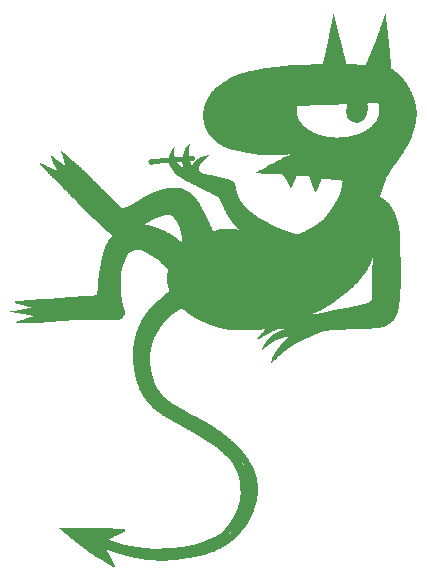
<source format=gto>
G04*
G04 #@! TF.GenerationSoftware,Altium Limited,Altium Designer,22.5.1 (42)*
G04*
G04 Layer_Color=65535*
%FSLAX24Y24*%
%MOIN*%
G70*
G04*
G04 #@! TF.SameCoordinates,5C00E3EC-F711-4006-A76F-14F01AC31ACF*
G04*
G04*
G04 #@! TF.FilePolarity,Positive*
G04*
G01*
G75*
%ADD10C,0.0100*%
G36*
X21619Y113024D02*
X21622Y113013D01*
X21625Y113004D01*
X21627Y112997D01*
X21630Y112919D01*
X21632Y112899D01*
X21634Y112884D01*
X21636Y112863D01*
X21638Y112843D01*
X21640Y112818D01*
X21643Y112795D01*
X21645Y112772D01*
X21647Y112747D01*
X21649Y112731D01*
X21651Y112720D01*
X21654Y112694D01*
X21656Y112674D01*
X21659Y112641D01*
X21661Y112631D01*
X21663Y112616D01*
X21665Y112596D01*
X21667Y112565D01*
X21669Y112550D01*
X21670Y112540D01*
X21681Y112445D01*
X21683Y112437D01*
X21686Y112407D01*
X21690Y112388D01*
X21692Y112370D01*
X21694Y112347D01*
X21696Y112328D01*
X21697Y112313D01*
X21699Y112303D01*
X21701Y112284D01*
X21703Y112259D01*
X21705Y112241D01*
X21707Y112231D01*
X21709Y112220D01*
X21711Y112201D01*
X21713Y112179D01*
X21715Y112164D01*
X21717Y112154D01*
X21719Y112139D01*
X21723Y112104D01*
X21725Y112094D01*
X21726Y112083D01*
X21728Y112066D01*
X21730Y112044D01*
X21732Y112021D01*
X21735Y111995D01*
X21737Y111987D01*
X21739Y111951D01*
X21741Y111943D01*
X21743Y111912D01*
X21745Y111906D01*
X21747Y111887D01*
X21749Y111856D01*
X21751Y111831D01*
X21753Y111823D01*
X21755Y111795D01*
X21759Y111741D01*
X21761Y111726D01*
X21765Y111691D01*
X21767Y111660D01*
X21769Y111639D01*
X21771Y111608D01*
X21773Y111597D01*
X21775Y111571D01*
X21777Y111539D01*
X21780Y111492D01*
X21782Y111477D01*
X21784Y111454D01*
X21786Y111427D01*
X21788Y111402D01*
X21790Y111382D01*
X21792Y111367D01*
X21794Y111344D01*
X21796Y111322D01*
X21800Y111299D01*
X21803Y111273D01*
X21805Y111254D01*
X21808Y111234D01*
X21810Y111223D01*
X21812Y111206D01*
X21825Y111187D01*
X21831Y111182D01*
X21848Y111172D01*
X21862Y111164D01*
X21865Y111160D01*
X21876Y111157D01*
X21881Y111153D01*
X21894Y111145D01*
X21908Y111135D01*
X21921Y111128D01*
X21925Y111124D01*
X21935Y111118D01*
X21941Y111112D01*
X21945Y111110D01*
X21950Y111104D01*
X21960Y111099D01*
X21964Y111095D01*
X21968Y111093D01*
X21975Y111085D01*
X21979Y111083D01*
X21985Y111077D01*
X21989Y111075D01*
X21999Y111066D01*
X22002Y111064D01*
X22016Y111050D01*
X22020Y111048D01*
X22027Y111044D01*
X22028Y111040D01*
X22035Y111035D01*
X22058Y111012D01*
X22062Y111010D01*
X22119Y110953D01*
X22121Y110949D01*
X22137Y110934D01*
X22138Y110930D01*
X22154Y110914D01*
X22156Y110910D01*
X22166Y110901D01*
X22167Y110897D01*
X22175Y110889D01*
X22177Y110885D01*
X22191Y110872D01*
X22193Y110868D01*
X22196Y110864D01*
X22198Y110860D01*
X22204Y110855D01*
X22206Y110851D01*
X22212Y110845D01*
X22214Y110841D01*
X22221Y110833D01*
X22223Y110829D01*
X22229Y110824D01*
X22231Y110820D01*
X22237Y110814D01*
X22239Y110810D01*
X22243Y110806D01*
X22245Y110802D01*
X22248Y110799D01*
X22250Y110795D01*
X22258Y110787D01*
X22260Y110783D01*
X22264Y110779D01*
X22270Y110770D01*
X22274Y110766D01*
X22276Y110762D01*
X22284Y110751D01*
X22291Y110741D01*
X22295Y110737D01*
X22301Y110727D01*
X22314Y110708D01*
X22320Y110698D01*
X22324Y110694D01*
X22330Y110685D01*
X22343Y110663D01*
X22345Y110660D01*
X22349Y110656D01*
X22357Y110642D01*
X22370Y110621D01*
X22372Y110617D01*
X22378Y110607D01*
X22401Y110567D01*
X22405Y110563D01*
X22410Y110551D01*
X22413Y110548D01*
X22417Y110535D01*
X22420Y110532D01*
X22422Y110528D01*
X22440Y110496D01*
X22490Y110393D01*
X22501Y110368D01*
X22503Y110364D01*
X22509Y110351D01*
X22511Y110347D01*
X22526Y110312D01*
X22531Y110300D01*
X22534Y110297D01*
X22537Y110286D01*
X22541Y110276D01*
X22546Y110264D01*
X22548Y110256D01*
X22555Y110239D01*
X22562Y110221D01*
X22566Y110205D01*
X22571Y110193D01*
X22575Y110177D01*
X22580Y110164D01*
X22585Y110143D01*
X22592Y110121D01*
X22595Y110109D01*
X22598Y110098D01*
X22600Y110090D01*
X22605Y110068D01*
X22607Y110059D01*
X22611Y110044D01*
X22614Y110033D01*
X22616Y110026D01*
X22619Y110015D01*
X22622Y109999D01*
X22624Y109989D01*
X22626Y109981D01*
X22628Y109972D01*
X22630Y109954D01*
X22632Y109945D01*
X22635Y109929D01*
X22640Y109886D01*
X22642Y109878D01*
X22646Y109855D01*
X22648Y109816D01*
X22650Y109810D01*
X22653Y109757D01*
X22654Y109741D01*
X22652Y109735D01*
X22653Y109709D01*
X22650Y109683D01*
X22647Y109628D01*
X22645Y109603D01*
X22643Y109584D01*
X22641Y109572D01*
X22639Y109553D01*
X22635Y109510D01*
X22634Y109495D01*
X22632Y109483D01*
X22630Y109464D01*
X22626Y109433D01*
X22624Y109422D01*
X22621Y109411D01*
X22618Y109389D01*
X22616Y109377D01*
X22612Y109362D01*
X22606Y109333D01*
X22602Y109316D01*
X22600Y109303D01*
X22598Y109295D01*
X22594Y109282D01*
X22592Y109274D01*
X22589Y109261D01*
X22584Y109245D01*
X22580Y109230D01*
X22578Y109220D01*
X22575Y109210D01*
X22573Y109203D01*
X22566Y109184D01*
X22561Y109168D01*
X22556Y109155D01*
X22551Y109132D01*
X22546Y109120D01*
X22543Y109107D01*
X22538Y109096D01*
X22534Y109083D01*
X22532Y109075D01*
X22526Y109062D01*
X22524Y109054D01*
X22520Y109041D01*
X22514Y109018D01*
X22509Y109008D01*
X22506Y108995D01*
X22502Y108985D01*
X22499Y108977D01*
X22497Y108969D01*
X22490Y108950D01*
X22487Y108939D01*
X22482Y108928D01*
X22480Y108921D01*
X22473Y108902D01*
X22468Y108890D01*
X22463Y108876D01*
X22458Y108864D01*
X22453Y108853D01*
X22445Y108836D01*
X22441Y108823D01*
X22429Y108800D01*
X22424Y108788D01*
X22413Y108766D01*
X22405Y108749D01*
X22403Y108745D01*
X22393Y108728D01*
X22380Y108703D01*
X22370Y108687D01*
X22366Y108678D01*
X22358Y108666D01*
X22357Y108662D01*
X22351Y108652D01*
X22349Y108649D01*
X22339Y108635D01*
X22328Y108614D01*
X22324Y108610D01*
X22316Y108597D01*
X22303Y108578D01*
X22289Y108554D01*
X22277Y108537D01*
X22270Y108523D01*
X22256Y108502D01*
X22254Y108498D01*
X22245Y108481D01*
X22241Y108477D01*
X22236Y108464D01*
X22231Y108460D01*
X22214Y108427D01*
X22198Y108400D01*
X22185Y108378D01*
X22181Y108369D01*
X22173Y108357D01*
X22171Y108353D01*
X22162Y108336D01*
X22158Y108332D01*
X22142Y108305D01*
X22138Y108301D01*
X22137Y108297D01*
X22127Y108284D01*
X22125Y108280D01*
X22121Y108276D01*
X22115Y108267D01*
X22111Y108263D01*
X22104Y108249D01*
X22090Y108230D01*
X22087Y108223D01*
X22084Y108222D01*
X22083Y108218D01*
X22074Y108208D01*
X22069Y108201D01*
X22065Y108197D01*
X22063Y108193D01*
X22055Y108183D01*
X22052Y108180D01*
X22050Y108176D01*
X22038Y108164D01*
X22032Y108155D01*
X22021Y108143D01*
X22019Y108139D01*
X22010Y108129D01*
X22007Y108126D01*
X22005Y108122D01*
X22000Y108116D01*
X21998Y108112D01*
X21992Y108106D01*
X21990Y108102D01*
X21982Y108095D01*
X21980Y108091D01*
X21952Y108053D01*
X21947Y108047D01*
X21939Y108036D01*
X21936Y108033D01*
X21934Y108029D01*
X21924Y108016D01*
X21922Y108012D01*
X21918Y108008D01*
X21917Y108004D01*
X21913Y108000D01*
X21912Y107997D01*
X21909Y107996D01*
X21901Y107983D01*
X21897Y107979D01*
X21895Y107975D01*
X21891Y107971D01*
X21890Y107967D01*
X21882Y107954D01*
X21878Y107950D01*
X21872Y107940D01*
X21864Y107927D01*
X21859Y107921D01*
X21857Y107917D01*
X21849Y107906D01*
X21847Y107902D01*
X21832Y107879D01*
X21830Y107875D01*
X21826Y107871D01*
X21824Y107867D01*
X21814Y107854D01*
X21809Y107841D01*
X21805Y107836D01*
X21799Y107826D01*
X21791Y107813D01*
X21787Y107809D01*
X21781Y107799D01*
X21770Y107778D01*
X21756Y107757D01*
X21754Y107751D01*
X21747Y107740D01*
X21733Y107715D01*
X21725Y107701D01*
X21716Y107684D01*
X21708Y107670D01*
X21689Y107634D01*
X21677Y107612D01*
X21627Y107510D01*
X21617Y107489D01*
X21615Y107485D01*
X21608Y107468D01*
X21592Y107435D01*
X21588Y107422D01*
X21583Y107412D01*
X21579Y107402D01*
X21577Y107398D01*
X21571Y107385D01*
X21569Y107377D01*
X21560Y107356D01*
X21554Y107336D01*
X21548Y107323D01*
X21534Y107280D01*
X21527Y107261D01*
X21524Y107248D01*
X21517Y107226D01*
X21514Y107216D01*
X21509Y107203D01*
X21506Y107189D01*
X21505Y107181D01*
X21501Y107171D01*
X21498Y107161D01*
X21496Y107153D01*
X21491Y107140D01*
X21489Y107133D01*
X21487Y107123D01*
X21482Y107111D01*
X21480Y107097D01*
X21478Y107089D01*
X21475Y107080D01*
X21471Y107064D01*
X21463Y107039D01*
X21460Y107027D01*
X21458Y107019D01*
X21453Y107006D01*
X21451Y106993D01*
X21450Y106985D01*
X21445Y106973D01*
X21443Y106963D01*
X21441Y106951D01*
X21440Y106933D01*
X21442Y106927D01*
X21444Y106923D01*
X21450Y106917D01*
X21472Y106905D01*
X21476Y106901D01*
X21493Y106891D01*
X21518Y106878D01*
X21524Y106872D01*
X21528Y106870D01*
X21541Y106861D01*
X21545Y106859D01*
X21551Y106853D01*
X21560Y106847D01*
X21564Y106843D01*
X21568Y106841D01*
X21574Y106835D01*
X21584Y106830D01*
X21588Y106826D01*
X21597Y106820D01*
X21611Y106807D01*
X21615Y106805D01*
X21622Y106797D01*
X21626Y106795D01*
X21632Y106789D01*
X21636Y106787D01*
X21655Y106768D01*
X21659Y106766D01*
X21720Y106705D01*
X21722Y106701D01*
X21739Y106684D01*
X21741Y106680D01*
X21749Y106672D01*
X21751Y106669D01*
X21758Y106661D01*
X21760Y106657D01*
X21766Y106651D01*
X21768Y106647D01*
X21776Y106640D01*
X21778Y106636D01*
X21783Y106630D01*
X21789Y106620D01*
X21793Y106616D01*
X21799Y106607D01*
X21803Y106603D01*
X21805Y106599D01*
X21813Y106588D01*
X21834Y106557D01*
X21835Y106553D01*
X21839Y106549D01*
X21855Y106522D01*
X21859Y106518D01*
X21861Y106510D01*
X21864Y106506D01*
X21866Y106503D01*
X21874Y106489D01*
X21917Y106402D01*
X21926Y106381D01*
X21932Y106367D01*
X21937Y106355D01*
X21942Y106344D01*
X21944Y106337D01*
X21949Y106323D01*
X21953Y106310D01*
X21961Y106292D01*
X21964Y106282D01*
X21969Y106269D01*
X21972Y106257D01*
X21977Y106241D01*
X21983Y106220D01*
X21988Y106207D01*
X21991Y106195D01*
X21995Y106185D01*
X22001Y106164D01*
X22004Y106154D01*
X22008Y106139D01*
X22010Y106129D01*
X22014Y106119D01*
X22017Y106109D01*
X22021Y106093D01*
X22025Y106084D01*
X22028Y106068D01*
X22033Y106056D01*
X22035Y106048D01*
X22037Y106038D01*
X22039Y106031D01*
X22044Y106014D01*
X22047Y105996D01*
X22052Y105980D01*
X22054Y105966D01*
X22055Y105958D01*
X22058Y105946D01*
X22060Y105938D01*
X22062Y105927D01*
X22064Y105907D01*
X22068Y105888D01*
X22070Y105872D01*
X22073Y105846D01*
X22075Y105823D01*
X22077Y105817D01*
X22079Y105804D01*
X22081Y105785D01*
X22083Y105760D01*
X22084Y105740D01*
X22087Y105718D01*
X22089Y105695D01*
X22093Y105643D01*
X22095Y105620D01*
X22098Y105594D01*
X22100Y105540D01*
X22102Y105520D01*
X22105Y105427D01*
X22107Y105380D01*
X22109Y105270D01*
X22111Y105095D01*
X22112Y104971D01*
X22114Y104904D01*
X22116Y104855D01*
X22118Y104772D01*
X22120Y104661D01*
X22122Y104448D01*
X22123Y104266D01*
X22121Y104260D01*
X22119Y103973D01*
X22117Y103967D01*
X22115Y103880D01*
X22113Y103874D01*
X22111Y103794D01*
X22109Y103748D01*
X22107Y103717D01*
X22105Y103697D01*
X22103Y103674D01*
X22100Y103617D01*
X22098Y103604D01*
X22096Y103581D01*
X22094Y103575D01*
X22092Y103542D01*
X22090Y103536D01*
X22088Y103504D01*
X22086Y103498D01*
X22084Y103473D01*
X22083Y103459D01*
X22078Y103412D01*
X22076Y103404D01*
X22070Y103346D01*
X22068Y103337D01*
X22066Y103325D01*
X22063Y103299D01*
X22060Y103281D01*
X22058Y103271D01*
X22053Y103236D01*
X22051Y103219D01*
X22048Y103208D01*
X22046Y103189D01*
X22044Y103181D01*
X22041Y103159D01*
X22038Y103148D01*
X22034Y103121D01*
X22030Y103112D01*
X22028Y103097D01*
X22024Y103082D01*
X22020Y103072D01*
X22018Y103064D01*
X22010Y103043D01*
X22001Y103022D01*
X21995Y103007D01*
X21992Y103004D01*
X21987Y102991D01*
X21978Y102977D01*
X21976Y102971D01*
X21965Y102950D01*
X21947Y102917D01*
X21944Y102913D01*
X21942Y102905D01*
X21934Y102894D01*
X21920Y102869D01*
X21917Y102865D01*
X21911Y102855D01*
X21907Y102851D01*
X21901Y102842D01*
X21888Y102828D01*
X21886Y102824D01*
X21858Y102796D01*
X21854Y102794D01*
X21851Y102791D01*
X21849Y102788D01*
X21836Y102775D01*
X21833Y102773D01*
X21819Y102760D01*
X21815Y102758D01*
X21798Y102740D01*
X21794Y102738D01*
X21783Y102730D01*
X21772Y102720D01*
X21737Y102693D01*
X21730Y102688D01*
X21711Y102675D01*
X21701Y102669D01*
X21697Y102665D01*
X21694Y102663D01*
X21682Y102655D01*
X21678Y102653D01*
X21665Y102644D01*
X21661Y102642D01*
X21613Y102619D01*
X21595Y102611D01*
X21583Y102606D01*
X21573Y102602D01*
X21558Y102598D01*
X21541Y102594D01*
X21529Y102591D01*
X21519Y102589D01*
X21503Y102584D01*
X21489Y102582D01*
X21481Y102580D01*
X21471Y102577D01*
X21461Y102575D01*
X21450Y102573D01*
X21442Y102571D01*
X21417Y102568D01*
X21409Y102566D01*
X21392Y102564D01*
X21337Y102557D01*
X21329Y102555D01*
X21282Y102550D01*
X21266Y102548D01*
X21261Y102547D01*
X21256Y102549D01*
X21236Y102547D01*
X21229Y102545D01*
X21178Y102543D01*
X21173Y102541D01*
X21147Y102540D01*
X21142Y102538D01*
X21077Y102535D01*
X21040Y102533D01*
X20994Y102531D01*
X20936Y102529D01*
X20869Y102527D01*
X20807Y102525D01*
X20772Y102523D01*
X20747Y102521D01*
X20716Y102519D01*
X20676Y102517D01*
X20627Y102515D01*
X20514Y102512D01*
X20431Y102510D01*
X20359Y102508D01*
X20297Y102506D01*
X20251Y102504D01*
X20214Y102502D01*
X20174Y102500D01*
X20137Y102498D01*
X20112Y102496D01*
X20050Y102492D01*
X20012Y102490D01*
X19977Y102488D01*
X19944Y102486D01*
X19917Y102485D01*
X19860Y102482D01*
X19853Y102480D01*
X19795Y102478D01*
X19789Y102476D01*
X19740Y102473D01*
X19693Y102471D01*
X19647Y102467D01*
X19628Y102463D01*
X19605Y102459D01*
X19597Y102458D01*
X19588Y102455D01*
X19575Y102453D01*
X19567Y102451D01*
X19554Y102448D01*
X19538Y102443D01*
X19527Y102440D01*
X19518Y102436D01*
X19507Y102433D01*
X19499Y102431D01*
X19486Y102426D01*
X19461Y102416D01*
X19450Y102413D01*
X19443Y102410D01*
X19434Y102406D01*
X19421Y102402D01*
X19411Y102397D01*
X19393Y102389D01*
X19381Y102384D01*
X19372Y102379D01*
X19364Y102377D01*
X19347Y102370D01*
X19337Y102366D01*
X19328Y102360D01*
X19315Y102355D01*
X19283Y102341D01*
X19275Y102339D01*
X19258Y102331D01*
X19254Y102329D01*
X19237Y102321D01*
X19231Y102320D01*
X19214Y102312D01*
X19210Y102310D01*
X19196Y102304D01*
X19184Y102299D01*
X19181Y102296D01*
X19168Y102293D01*
X19148Y102285D01*
X19144Y102283D01*
X19131Y102277D01*
X19110Y102267D01*
X19102Y102266D01*
X19088Y102260D01*
X19076Y102255D01*
X19067Y102250D01*
X19059Y102248D01*
X19038Y102238D01*
X19021Y102231D01*
X19008Y102226D01*
X18998Y102221D01*
X18988Y102217D01*
X18974Y102211D01*
X18953Y102202D01*
X18949Y102200D01*
X18940Y102194D01*
X18932Y102192D01*
X18911Y102183D01*
X18874Y102165D01*
X18832Y102146D01*
X18807Y102132D01*
X18774Y102117D01*
X18770Y102115D01*
X18733Y102096D01*
X18712Y102084D01*
X18668Y102061D01*
X18656Y102053D01*
X18631Y102040D01*
X18617Y102032D01*
X18596Y102020D01*
X18575Y102007D01*
X18554Y101995D01*
X18548Y101990D01*
X18540Y101988D01*
X18536Y101984D01*
X18523Y101976D01*
X18509Y101966D01*
X18505Y101964D01*
X18484Y101951D01*
X18480Y101949D01*
X18477Y101945D01*
X18473Y101943D01*
X18462Y101935D01*
X18447Y101925D01*
X18440Y101920D01*
X18428Y101912D01*
X18424Y101910D01*
X18406Y101898D01*
X18399Y101893D01*
X18395Y101889D01*
X18386Y101883D01*
X18372Y101876D01*
X18367Y101870D01*
X18363Y101868D01*
X18336Y101849D01*
X18332Y101847D01*
X18328Y101841D01*
X18318Y101835D01*
X18299Y101822D01*
X18295Y101820D01*
X18289Y101814D01*
X18285Y101812D01*
X18280Y101806D01*
X18270Y101800D01*
X18253Y101787D01*
X18242Y101778D01*
X18230Y101770D01*
X18226Y101766D01*
X18222Y101764D01*
X18214Y101756D01*
X18210Y101754D01*
X18202Y101746D01*
X18199Y101744D01*
X18193Y101739D01*
X18189Y101737D01*
X18172Y101719D01*
X18168Y101717D01*
X18160Y101710D01*
X18156Y101708D01*
X18150Y101702D01*
X18147Y101700D01*
X18142Y101693D01*
X18135Y101688D01*
X18121Y101675D01*
X18118Y101673D01*
X18107Y101664D01*
X18098Y101656D01*
X18094Y101654D01*
X18077Y101636D01*
X18073Y101634D01*
X18070Y101632D01*
X18069Y101629D01*
X18065Y101627D01*
X18058Y101619D01*
X18054Y101617D01*
X18048Y101609D01*
X18044Y101607D01*
X18002Y101565D01*
X17998Y101563D01*
X17995Y101560D01*
X17993Y101556D01*
X17986Y101551D01*
X17984Y101548D01*
X17981Y101546D01*
X17952Y101517D01*
X17948Y101515D01*
X17932Y101499D01*
X17928Y101497D01*
X17911Y101480D01*
X17907Y101478D01*
X17901Y101472D01*
X17892Y101467D01*
X17886Y101461D01*
X17882Y101459D01*
X17867Y101443D01*
X17863Y101441D01*
X17845Y101424D01*
X17842Y101422D01*
X17832Y101412D01*
X17828Y101411D01*
X17822Y101405D01*
X17818Y101403D01*
X17811Y101395D01*
X17807Y101393D01*
X17799Y101385D01*
X17795Y101384D01*
X17786Y101380D01*
X17783Y101381D01*
X17785Y101394D01*
X17790Y101404D01*
X17792Y101412D01*
X17796Y101421D01*
X17800Y101425D01*
X17804Y101439D01*
X17806Y101450D01*
X17810Y101454D01*
X17812Y101467D01*
X17814Y101491D01*
X17817Y101500D01*
X17820Y101513D01*
X17822Y101521D01*
X17839Y101556D01*
X17864Y101605D01*
X17873Y101622D01*
X17887Y101647D01*
X17895Y101659D01*
X17897Y101666D01*
X17902Y101672D01*
X17910Y101686D01*
X17920Y101703D01*
X17924Y101707D01*
X17926Y101711D01*
X17929Y101715D01*
X17939Y101732D01*
X17945Y101742D01*
X17954Y101755D01*
X17956Y101759D01*
X17970Y101780D01*
X17972Y101784D01*
X17978Y101790D01*
X17985Y101803D01*
X17998Y101822D01*
X18003Y101826D01*
X18012Y101844D01*
X18025Y101862D01*
X18033Y101874D01*
X18039Y101884D01*
X18047Y101898D01*
X18051Y101902D01*
X18057Y101911D01*
X18061Y101915D01*
X18066Y101925D01*
X18075Y101935D01*
X18078Y101938D01*
X18086Y101952D01*
X18095Y101965D01*
X18104Y101976D01*
X18107Y101979D01*
X18109Y101983D01*
X18115Y101989D01*
X18117Y101992D01*
X18124Y102000D01*
X18126Y102004D01*
X18136Y102014D01*
X18138Y102018D01*
X18146Y102025D01*
X18147Y102029D01*
X18157Y102039D01*
X18159Y102043D01*
X18182Y102066D01*
X18184Y102070D01*
X18187Y102073D01*
X18191Y102074D01*
X18196Y102081D01*
X18204Y102090D01*
X18208Y102092D01*
X18211Y102095D01*
X18213Y102099D01*
X18220Y102103D01*
X18237Y102121D01*
X18241Y102123D01*
X18260Y102142D01*
X18264Y102144D01*
X18276Y102156D01*
X18280Y102157D01*
X18297Y102175D01*
X18301Y102177D01*
X18309Y102184D01*
X18312Y102186D01*
X18316Y102190D01*
X18320Y102192D01*
X18331Y102201D01*
X18341Y102208D01*
X18355Y102217D01*
X18359Y102221D01*
X18363Y102223D01*
X18377Y102238D01*
X18379Y102245D01*
X18377Y102249D01*
X18372Y102254D01*
X18365Y102256D01*
X18314Y102254D01*
X18309Y102252D01*
X18282Y102250D01*
X18276Y102248D01*
X18262Y102246D01*
X18249Y102242D01*
X18236Y102239D01*
X18208Y102231D01*
X18201Y102229D01*
X18188Y102224D01*
X18177Y102221D01*
X18152Y102211D01*
X18139Y102206D01*
X18123Y102202D01*
X18106Y102194D01*
X18093Y102191D01*
X18083Y102186D01*
X18069Y102183D01*
X18052Y102175D01*
X18041Y102172D01*
X18033Y102167D01*
X18025Y102165D01*
X18004Y102156D01*
X17993Y102153D01*
X17990Y102150D01*
X17977Y102146D01*
X17899Y102109D01*
X17896Y102107D01*
X17884Y102100D01*
X17859Y102086D01*
X17842Y102076D01*
X17828Y102069D01*
X17816Y102061D01*
X17813Y102059D01*
X17809Y102055D01*
X17799Y102049D01*
X17786Y102042D01*
X17782Y102038D01*
X17772Y102032D01*
X17761Y102024D01*
X17757Y102022D01*
X17753Y102018D01*
X17749Y102017D01*
X17738Y102008D01*
X17732Y102003D01*
X17728Y101999D01*
X17724Y101997D01*
X17693Y101974D01*
X17689Y101970D01*
X17685Y101968D01*
X17679Y101963D01*
X17670Y101957D01*
X17666Y101953D01*
X17662Y101951D01*
X17654Y101943D01*
X17651Y101941D01*
X17647Y101937D01*
X17643Y101935D01*
X17629Y101926D01*
X17619Y101917D01*
X17608Y101910D01*
X17604Y101907D01*
X17595Y101901D01*
X17591Y101897D01*
X17587Y101895D01*
X17582Y101892D01*
X17581Y101889D01*
X17577Y101887D01*
X17560Y101874D01*
X17549Y101865D01*
X17544Y101860D01*
X17541Y101858D01*
X17527Y101849D01*
X17523Y101847D01*
X17519Y101843D01*
X17515Y101841D01*
X17508Y101833D01*
X17490Y101825D01*
X17487Y101828D01*
X17489Y101846D01*
X17497Y101863D01*
X17503Y101873D01*
X17516Y101902D01*
X17518Y101906D01*
X17524Y101919D01*
X17527Y101930D01*
X17543Y101965D01*
X17557Y101990D01*
X17565Y102004D01*
X17570Y102010D01*
X17576Y102019D01*
X17584Y102033D01*
X17599Y102048D01*
X17601Y102052D01*
X17607Y102058D01*
X17613Y102068D01*
X17617Y102072D01*
X17619Y102075D01*
X17634Y102091D01*
X17636Y102095D01*
X17646Y102108D01*
X17648Y102112D01*
X17655Y102120D01*
X17657Y102124D01*
X17663Y102129D01*
X17669Y102139D01*
X17681Y102157D01*
X17684Y102160D01*
X17686Y102164D01*
X17690Y102168D01*
X17696Y102178D01*
X17709Y102195D01*
X17717Y102203D01*
X17719Y102207D01*
X17727Y102214D01*
X17729Y102218D01*
X17778Y102267D01*
X17782Y102269D01*
X17791Y102279D01*
X17795Y102281D01*
X17807Y102293D01*
X17811Y102294D01*
X17818Y102302D01*
X17822Y102304D01*
X17833Y102313D01*
X17836Y102316D01*
X17840Y102318D01*
X17844Y102321D01*
X17847Y102323D01*
X17851Y102327D01*
X17855Y102329D01*
X17874Y102343D01*
X17878Y102345D01*
X17882Y102348D01*
X17896Y102356D01*
X17915Y102370D01*
X17925Y102376D01*
X17938Y102383D01*
X17955Y102393D01*
X17988Y102410D01*
X18009Y102422D01*
X18019Y102426D01*
X18060Y102445D01*
X18077Y102453D01*
X18090Y102458D01*
X18100Y102462D01*
X18108Y102464D01*
X18121Y102470D01*
X18140Y102477D01*
X18152Y102482D01*
X18160Y102484D01*
X18174Y102489D01*
X18184Y102492D01*
X18195Y102497D01*
X18202Y102499D01*
X18215Y102502D01*
X18231Y102507D01*
X18239Y102509D01*
X18256Y102512D01*
X18266Y102514D01*
X18282Y102518D01*
X18290Y102523D01*
X18287Y102526D01*
X18280Y102528D01*
X18202Y102526D01*
X18155Y102521D01*
X18140Y102519D01*
X18105Y102517D01*
X18057Y102515D01*
X18041Y102514D01*
X18016Y102510D01*
X17993Y102506D01*
X17983Y102502D01*
X17968Y102496D01*
X17955Y102489D01*
X17944Y102487D01*
X17907Y102470D01*
X17899Y102468D01*
X17896Y102464D01*
X17883Y102459D01*
X17869Y102451D01*
X17861Y102449D01*
X17857Y102445D01*
X17844Y102440D01*
X17842Y102437D01*
X17832Y102433D01*
X17824Y102431D01*
X17820Y102428D01*
X17811Y102424D01*
X17801Y102418D01*
X17768Y102401D01*
X17759Y102397D01*
X17730Y102381D01*
X17697Y102364D01*
X17693Y102360D01*
X17682Y102357D01*
X17668Y102348D01*
X17664Y102347D01*
X17651Y102339D01*
X17639Y102331D01*
X17629Y102325D01*
X17616Y102318D01*
X17598Y102308D01*
X17585Y102300D01*
X17581Y102296D01*
X17556Y102283D01*
X17546Y102277D01*
X17542Y102275D01*
X17531Y102267D01*
X17510Y102256D01*
X17498Y102248D01*
X17490Y102246D01*
X17486Y102242D01*
X17477Y102238D01*
X17473Y102237D01*
X17469Y102233D01*
X17454Y102227D01*
X17432Y102215D01*
X17413Y102208D01*
X17384Y102194D01*
X17369Y102190D01*
X17355Y102184D01*
X17345Y102182D01*
X17334Y102177D01*
X17326Y102175D01*
X17318Y102176D01*
X17320Y102187D01*
X17329Y102197D01*
X17331Y102201D01*
X17339Y102212D01*
X17341Y102216D01*
X17354Y102234D01*
X17374Y102263D01*
X17390Y102285D01*
X17393Y102286D01*
X17395Y102290D01*
X17403Y102300D01*
X17414Y102311D01*
X17415Y102314D01*
X17419Y102316D01*
X17424Y102322D01*
X17431Y102330D01*
X17433Y102334D01*
X17458Y102359D01*
X17460Y102363D01*
X17470Y102373D01*
X17471Y102376D01*
X17475Y102377D01*
X17487Y102390D01*
X17489Y102394D01*
X17526Y102431D01*
X17527Y102433D01*
X17531Y102435D01*
X17548Y102453D01*
X17552Y102455D01*
X17577Y102480D01*
X17581Y102482D01*
X17589Y102489D01*
X17593Y102491D01*
X17606Y102505D01*
X17610Y102507D01*
X17614Y102511D01*
X17618Y102513D01*
X17623Y102521D01*
X17621Y102525D01*
X17614Y102526D01*
X17608Y102524D01*
X17593Y102522D01*
X17583Y102518D01*
X17569Y102516D01*
X17541Y102514D01*
X17532Y102512D01*
X17462Y102504D01*
X17431Y102500D01*
X17377Y102496D01*
X17351Y102493D01*
X17332Y102491D01*
X17246Y102486D01*
X17223Y102485D01*
X17192Y102483D01*
X17155Y102481D01*
X17107Y102479D01*
X17045Y102477D01*
X16980Y102475D01*
X16722Y102474D01*
X16716Y102476D01*
X16650Y102479D01*
X16615Y102481D01*
X16588Y102483D01*
X16550Y102486D01*
X16524Y102488D01*
X16492Y102490D01*
X16468Y102492D01*
X16425Y102497D01*
X16400Y102499D01*
X16374Y102502D01*
X16362Y102504D01*
X16336Y102507D01*
X16323Y102509D01*
X16303Y102511D01*
X16298Y102513D01*
X16282Y102516D01*
X16255Y102518D01*
X16246Y102522D01*
X16238Y102524D01*
X16214Y102527D01*
X16202Y102529D01*
X16194Y102531D01*
X16184Y102534D01*
X16170Y102536D01*
X16154Y102539D01*
X16137Y102543D01*
X16130Y102545D01*
X16116Y102547D01*
X16103Y102553D01*
X16084Y102556D01*
X16075Y102560D01*
X16064Y102563D01*
X16052Y102566D01*
X16042Y102569D01*
X16034Y102571D01*
X16023Y102573D01*
X16015Y102575D01*
X16005Y102579D01*
X15998Y102581D01*
X15988Y102583D01*
X15978Y102587D01*
X15962Y102592D01*
X15943Y102599D01*
X15927Y102603D01*
X15914Y102609D01*
X15896Y102613D01*
X15883Y102619D01*
X15872Y102622D01*
X15862Y102626D01*
X15854Y102628D01*
X15844Y102632D01*
X15831Y102638D01*
X15823Y102640D01*
X15806Y102648D01*
X15798Y102650D01*
X15784Y102655D01*
X15777Y102657D01*
X15773Y102659D01*
X15755Y102667D01*
X15742Y102673D01*
X15729Y102678D01*
X15721Y102682D01*
X15705Y102686D01*
X15688Y102694D01*
X15667Y102704D01*
X15649Y102711D01*
X15607Y102731D01*
X15599Y102733D01*
X15595Y102736D01*
X15586Y102740D01*
X15564Y102750D01*
X15560Y102752D01*
X15528Y102767D01*
X15499Y102783D01*
X15489Y102787D01*
X15452Y102804D01*
X15423Y102819D01*
X15414Y102823D01*
X15410Y102825D01*
X15400Y102831D01*
X15391Y102835D01*
X15373Y102843D01*
X15369Y102844D01*
X15366Y102848D01*
X15353Y102853D01*
X15348Y102858D01*
X15340Y102860D01*
X15300Y102879D01*
X15296Y102881D01*
X15292Y102885D01*
X15259Y102902D01*
X15225Y102922D01*
X15198Y102937D01*
X15194Y102941D01*
X15169Y102954D01*
X15163Y102960D01*
X15136Y102976D01*
X15132Y102980D01*
X15122Y102985D01*
X15104Y102998D01*
X15093Y103005D01*
X15053Y103034D01*
X15015Y103062D01*
X15012Y103064D01*
X15008Y103066D01*
X15003Y103072D01*
X14993Y103078D01*
X14989Y103082D01*
X14980Y103088D01*
X14974Y103093D01*
X14970Y103095D01*
X14968Y103099D01*
X14958Y103105D01*
X14953Y103111D01*
X14949Y103113D01*
X14941Y103120D01*
X14937Y103122D01*
X14931Y103128D01*
X14927Y103130D01*
X14920Y103138D01*
X14916Y103140D01*
X14898Y103157D01*
X14895Y103159D01*
X14893Y103163D01*
X14889Y103165D01*
X14879Y103174D01*
X14875Y103176D01*
X14872Y103179D01*
X14871Y103182D01*
X14868Y103184D01*
X14860Y103192D01*
X14856Y103194D01*
X14843Y103207D01*
X14833Y103211D01*
X14823Y103209D01*
X14817Y103203D01*
X14814Y103202D01*
X14802Y103194D01*
X14777Y103180D01*
X14771Y103174D01*
X14761Y103173D01*
X14758Y103169D01*
X14748Y103165D01*
X14744Y103163D01*
X14740Y103159D01*
X14707Y103142D01*
X14694Y103134D01*
X14690Y103130D01*
X14680Y103126D01*
X14669Y103119D01*
X14661Y103117D01*
X14655Y103111D01*
X14630Y103097D01*
X14626Y103093D01*
X14617Y103088D01*
X14613Y103084D01*
X14599Y103076D01*
X14586Y103066D01*
X14562Y103048D01*
X14551Y103041D01*
X14547Y103037D01*
X14543Y103036D01*
X14538Y103030D01*
X14534Y103028D01*
X14530Y103024D01*
X14526Y103022D01*
X14520Y103016D01*
X14516Y103014D01*
X14513Y103009D01*
X14509Y103007D01*
X14501Y102999D01*
X14497Y102997D01*
X14489Y102989D01*
X14485Y102987D01*
X14478Y102980D01*
X14475Y102979D01*
X14473Y102975D01*
X14470Y102972D01*
X14466Y102970D01*
X14457Y102960D01*
X14453Y102958D01*
X14437Y102943D01*
X14433Y102941D01*
X14430Y102938D01*
X14430Y102935D01*
X14426Y102933D01*
X14418Y102926D01*
X14414Y102924D01*
X14397Y102906D01*
X14393Y102904D01*
X14390Y102901D01*
X14389Y102899D01*
X14385Y102897D01*
X14375Y102887D01*
X14372Y102885D01*
X14368Y102879D01*
X14364Y102877D01*
X14311Y102824D01*
X14309Y102820D01*
X14280Y102791D01*
X14278Y102788D01*
X14263Y102772D01*
X14261Y102768D01*
X14247Y102755D01*
X14245Y102751D01*
X14238Y102743D01*
X14236Y102739D01*
X14220Y102724D01*
X14218Y102720D01*
X14210Y102709D01*
X14199Y102699D01*
X14197Y102695D01*
X14191Y102689D01*
X14189Y102685D01*
X14182Y102678D01*
X14176Y102668D01*
X14172Y102664D01*
X14170Y102660D01*
X14162Y102652D01*
X14156Y102643D01*
X14143Y102624D01*
X14141Y102618D01*
X14124Y102593D01*
X14122Y102589D01*
X14116Y102583D01*
X14114Y102579D01*
X14110Y102575D01*
X14108Y102571D01*
X14100Y102558D01*
X14097Y102554D01*
X14091Y102544D01*
X14083Y102531D01*
X14079Y102527D01*
X14077Y102523D01*
X14066Y102502D01*
X14062Y102498D01*
X14054Y102485D01*
X14042Y102466D01*
X14020Y102430D01*
X14014Y102417D01*
X14008Y102407D01*
X13994Y102386D01*
X13992Y102378D01*
X13989Y102375D01*
X13979Y102357D01*
X13963Y102328D01*
X13952Y102307D01*
X13911Y102224D01*
X13892Y102182D01*
X13884Y102164D01*
X13881Y102154D01*
X13878Y102144D01*
X13868Y102119D01*
X13865Y102108D01*
X13863Y102100D01*
X13857Y102087D01*
X13854Y102076D01*
X13852Y102069D01*
X13848Y102052D01*
X13844Y102039D01*
X13840Y102029D01*
X13834Y102006D01*
X13830Y101992D01*
X13828Y101985D01*
X13822Y101966D01*
X13820Y101957D01*
X13818Y101949D01*
X13816Y101939D01*
X13811Y101923D01*
X13808Y101905D01*
X13806Y101897D01*
X13803Y101886D01*
X13799Y101871D01*
X13797Y101853D01*
X13793Y101837D01*
X13791Y101827D01*
X13789Y101816D01*
X13787Y101808D01*
X13784Y101798D01*
X13782Y101784D01*
X13779Y101766D01*
X13777Y101754D01*
X13775Y101744D01*
X13773Y101729D01*
X13767Y101668D01*
X13765Y101660D01*
X13762Y101609D01*
X13760Y101586D01*
X13758Y101569D01*
X13757Y101512D01*
X13759Y101506D01*
X13761Y101452D01*
X13763Y101446D01*
X13766Y101405D01*
X13768Y101384D01*
X13770Y101374D01*
X13771Y101355D01*
X13773Y101337D01*
X13775Y101318D01*
X13777Y101308D01*
X13779Y101297D01*
X13781Y101281D01*
X13783Y101264D01*
X13785Y101248D01*
X13788Y101240D01*
X13790Y101220D01*
X13792Y101207D01*
X13795Y101194D01*
X13798Y101179D01*
X13800Y101164D01*
X13808Y101125D01*
X13810Y101113D01*
X13812Y101104D01*
X13814Y101096D01*
X13817Y101085D01*
X13820Y101067D01*
X13826Y101045D01*
X13828Y101037D01*
X13832Y101020D01*
X13836Y101010D01*
X13838Y101002D01*
X13841Y100990D01*
X13846Y100977D01*
X13851Y100957D01*
X13855Y100941D01*
X13859Y100925D01*
X13863Y100916D01*
X13866Y100905D01*
X13868Y100897D01*
X13872Y100888D01*
X13874Y100880D01*
X13876Y100870D01*
X13879Y100861D01*
X13882Y100852D01*
X13884Y100844D01*
X13887Y100834D01*
X13890Y100825D01*
X13893Y100812D01*
X13895Y100805D01*
X13899Y100795D01*
X13902Y100784D01*
X13904Y100777D01*
X13910Y100758D01*
X13912Y100751D01*
X13919Y100734D01*
X13926Y100716D01*
X13931Y100699D01*
X13935Y100687D01*
X13938Y100684D01*
X13941Y100673D01*
X13948Y100661D01*
X13953Y100648D01*
X13956Y100645D01*
X13960Y100636D01*
X13967Y100618D01*
X13973Y100609D01*
X13981Y100595D01*
X13985Y100591D01*
X13989Y100582D01*
X13996Y100570D01*
X14008Y100549D01*
X14012Y100545D01*
X14017Y100535D01*
X14041Y100503D01*
X14043Y100499D01*
X14048Y100493D01*
X14054Y100483D01*
X14058Y100479D01*
X14060Y100476D01*
X14070Y100462D01*
X14075Y100452D01*
X14079Y100449D01*
X14081Y100445D01*
X14085Y100441D01*
X14087Y100437D01*
X14105Y100413D01*
X14108Y100410D01*
X14110Y100406D01*
X14128Y100380D01*
X14132Y100378D01*
X14137Y100371D01*
X14143Y100366D01*
X14145Y100362D01*
X14158Y100344D01*
X14162Y100340D01*
X14164Y100337D01*
X14172Y100329D01*
X14174Y100325D01*
X14187Y100311D01*
X14189Y100308D01*
X14199Y100298D01*
X14201Y100294D01*
X14231Y100264D01*
X14235Y100262D01*
X14238Y100256D01*
X14242Y100255D01*
X14258Y100239D01*
X14262Y100237D01*
X14269Y100229D01*
X14273Y100228D01*
X14283Y100218D01*
X14287Y100216D01*
X14294Y100208D01*
X14298Y100206D01*
X14312Y100193D01*
X14319Y100190D01*
X14320Y100186D01*
X14323Y100183D01*
X14327Y100181D01*
X14333Y100175D01*
X14337Y100174D01*
X14345Y100166D01*
X14348Y100164D01*
X14354Y100158D01*
X14358Y100156D01*
X14369Y100147D01*
X14372Y100145D01*
X14375Y100144D01*
X14376Y100140D01*
X14388Y100132D01*
X14393Y100127D01*
X14397Y100125D01*
X14403Y100119D01*
X14412Y100114D01*
X14416Y100110D01*
X14420Y100108D01*
X14426Y100102D01*
X14439Y100094D01*
X14443Y100091D01*
X14447Y100089D01*
X14453Y100083D01*
X14465Y100078D01*
X14470Y100073D01*
X14480Y100067D01*
X14484Y100063D01*
X14493Y100060D01*
X14497Y100056D01*
X14530Y100038D01*
X14543Y100031D01*
X14547Y100027D01*
X14555Y100025D01*
X14567Y100017D01*
X14595Y100002D01*
X14599Y99998D01*
X14609Y99992D01*
X14626Y99982D01*
X14648Y99969D01*
X14653Y99967D01*
X14659Y99961D01*
X14669Y99955D01*
X14682Y99948D01*
X14686Y99944D01*
X14696Y99940D01*
X14700Y99936D01*
X14709Y99932D01*
X14713Y99930D01*
X14719Y99925D01*
X14729Y99919D01*
X14742Y99911D01*
X14746Y99907D01*
X14760Y99899D01*
X14777Y99890D01*
X14781Y99886D01*
X14785Y99884D01*
X14788Y99880D01*
X14798Y99876D01*
X14802Y99874D01*
X14808Y99869D01*
X14815Y99867D01*
X14821Y99861D01*
X14848Y99845D01*
X14852Y99842D01*
X14862Y99838D01*
X14866Y99834D01*
X14879Y99826D01*
X14897Y99816D01*
X14910Y99809D01*
X14914Y99805D01*
X14926Y99800D01*
X14931Y99795D01*
X14960Y99780D01*
X14981Y99766D01*
X15007Y99753D01*
X15010Y99749D01*
X15023Y99744D01*
X15028Y99739D01*
X15037Y99733D01*
X15055Y99724D01*
X15103Y99699D01*
X15113Y99693D01*
X15126Y99685D01*
X15174Y99660D01*
X15196Y99649D01*
X15205Y99645D01*
X15209Y99643D01*
X15227Y99635D01*
X15252Y99622D01*
X15261Y99618D01*
X15265Y99616D01*
X15275Y99610D01*
X15284Y99606D01*
X15294Y99600D01*
X15307Y99595D01*
X15310Y99593D01*
X15327Y99583D01*
X15333Y99581D01*
X15342Y99575D01*
X15412Y99539D01*
X15429Y99529D01*
X15450Y99517D01*
X15464Y99510D01*
X15481Y99500D01*
X15526Y99477D01*
X15530Y99473D01*
X15539Y99469D01*
X15543Y99467D01*
X15547Y99463D01*
X15559Y99458D01*
X15564Y99454D01*
X15574Y99450D01*
X15578Y99448D01*
X15582Y99444D01*
X15609Y99429D01*
X15626Y99419D01*
X15647Y99407D01*
X15676Y99390D01*
X15690Y99382D01*
X15707Y99373D01*
X15711Y99369D01*
X15738Y99353D01*
X15759Y99340D01*
X15765Y99338D01*
X15771Y99332D01*
X15798Y99317D01*
X15802Y99313D01*
X15809Y99311D01*
X15815Y99305D01*
X15828Y99300D01*
X15834Y99293D01*
X15844Y99288D01*
X15858Y99280D01*
X15862Y99276D01*
X15871Y99270D01*
X15889Y99261D01*
X15892Y99257D01*
X15896Y99255D01*
X15900Y99251D01*
X15904Y99249D01*
X15914Y99243D01*
X15927Y99236D01*
X15933Y99230D01*
X15946Y99222D01*
X15957Y99213D01*
X15972Y99204D01*
X15983Y99197D01*
X15997Y99189D01*
X16002Y99183D01*
X16006Y99182D01*
X16012Y99176D01*
X16026Y99168D01*
X16039Y99158D01*
X16053Y99151D01*
X16058Y99145D01*
X16062Y99143D01*
X16068Y99137D01*
X16078Y99131D01*
X16082Y99128D01*
X16091Y99122D01*
X16109Y99109D01*
X16112Y99106D01*
X16115Y99105D01*
X16116Y99102D01*
X16120Y99100D01*
X16147Y99081D01*
X16156Y99076D01*
X16157Y99073D01*
X16166Y99068D01*
X16170Y99064D01*
X16180Y99058D01*
X16184Y99054D01*
X16188Y99052D01*
X16195Y99045D01*
X16205Y99039D01*
X16209Y99035D01*
X16213Y99033D01*
X16219Y99027D01*
X16228Y99021D01*
X16234Y99016D01*
X16238Y99014D01*
X16242Y99010D01*
X16246Y99008D01*
X16254Y99003D01*
X16256Y98999D01*
X16263Y98994D01*
X16269Y98989D01*
X16273Y98987D01*
X16278Y98981D01*
X16282Y98979D01*
X16293Y98970D01*
X16300Y98965D01*
X16305Y98960D01*
X16309Y98958D01*
X16315Y98952D01*
X16319Y98950D01*
X16327Y98942D01*
X16330Y98940D01*
X16341Y98932D01*
X16348Y98927D01*
X16352Y98923D01*
X16356Y98921D01*
X16363Y98913D01*
X16367Y98911D01*
X16369Y98907D01*
X16373Y98906D01*
X16383Y98896D01*
X16392Y98890D01*
X16404Y98879D01*
X16408Y98877D01*
X16417Y98867D01*
X16421Y98865D01*
X16427Y98859D01*
X16431Y98857D01*
X16439Y98850D01*
X16442Y98848D01*
X16450Y98840D01*
X16454Y98838D01*
X16462Y98830D01*
X16466Y98828D01*
X16471Y98823D01*
X16475Y98821D01*
X16495Y98801D01*
X16497Y98800D01*
X16499Y98797D01*
X16506Y98792D01*
X16514Y98784D01*
X16518Y98782D01*
X16535Y98765D01*
X16539Y98763D01*
X16554Y98747D01*
X16558Y98745D01*
X16561Y98742D01*
X16563Y98739D01*
X16570Y98734D01*
X16593Y98711D01*
X16597Y98709D01*
X16600Y98706D01*
X16602Y98702D01*
X16605Y98699D01*
X16607Y98698D01*
X16609Y98694D01*
X16616Y98689D01*
X16620Y98684D01*
X16624Y98682D01*
X16627Y98679D01*
X16628Y98676D01*
X16632Y98674D01*
X16646Y98659D01*
X16647Y98657D01*
X16651Y98655D01*
X16654Y98652D01*
X16656Y98648D01*
X16659Y98645D01*
X16662Y98643D01*
X16666Y98637D01*
X16670Y98635D01*
X16673Y98632D01*
X16675Y98629D01*
X16686Y98618D01*
X16688Y98617D01*
X16690Y98613D01*
X16727Y98577D01*
X16729Y98573D01*
X16754Y98548D01*
X16756Y98544D01*
X16775Y98524D01*
X16777Y98521D01*
X16793Y98505D01*
X16795Y98501D01*
X16814Y98482D01*
X16816Y98478D01*
X16822Y98472D01*
X16824Y98468D01*
X16827Y98467D01*
X16829Y98463D01*
X16838Y98452D01*
X16847Y98443D01*
X16849Y98439D01*
X16856Y98432D01*
X16858Y98428D01*
X16866Y98420D01*
X16868Y98416D01*
X16874Y98411D01*
X16876Y98407D01*
X16881Y98401D01*
X16883Y98397D01*
X16887Y98393D01*
X16889Y98389D01*
X16895Y98384D01*
X16897Y98380D01*
X16903Y98374D01*
X16905Y98370D01*
X16910Y98364D01*
X16912Y98360D01*
X16921Y98350D01*
X16926Y98343D01*
X16932Y98337D01*
X16934Y98333D01*
X16939Y98328D01*
X16941Y98324D01*
X16947Y98318D01*
X16953Y98308D01*
X16959Y98302D01*
X16961Y98299D01*
X16974Y98281D01*
X17003Y98241D01*
X17022Y98212D01*
X17032Y98198D01*
X17048Y98174D01*
X17060Y98155D01*
X17067Y98144D01*
X17071Y98140D01*
X17073Y98135D01*
X17076Y98131D01*
X17078Y98127D01*
X17094Y98100D01*
X17098Y98096D01*
X17100Y98090D01*
X17103Y98086D01*
X17105Y98082D01*
X17121Y98055D01*
X17125Y98052D01*
X17129Y98039D01*
X17134Y98034D01*
X17139Y98022D01*
X17144Y98017D01*
X17146Y98009D01*
X17154Y97998D01*
X17155Y97990D01*
X17159Y97986D01*
X17192Y97918D01*
X17210Y97882D01*
X17213Y97872D01*
X17221Y97855D01*
X17223Y97851D01*
X17229Y97837D01*
X17237Y97820D01*
X17239Y97809D01*
X17244Y97799D01*
X17251Y97780D01*
X17256Y97770D01*
X17259Y97759D01*
X17262Y97756D01*
X17265Y97741D01*
X17275Y97716D01*
X17278Y97705D01*
X17283Y97695D01*
X17286Y97680D01*
X17293Y97664D01*
X17295Y97651D01*
X17300Y97641D01*
X17303Y97624D01*
X17307Y97614D01*
X17310Y97604D01*
X17315Y97584D01*
X17320Y97567D01*
X17321Y97554D01*
X17323Y97546D01*
X17329Y97525D01*
X17333Y97492D01*
X17337Y97482D01*
X17340Y97454D01*
X17342Y97439D01*
X17344Y97429D01*
X17346Y97418D01*
X17348Y97400D01*
X17351Y97369D01*
X17355Y97346D01*
X17357Y97319D01*
X17359Y97298D01*
X17363Y97236D01*
X17364Y97152D01*
X17362Y97146D01*
X17360Y97081D01*
X17358Y97075D01*
X17355Y97026D01*
X17353Y97014D01*
X17351Y96999D01*
X17349Y96987D01*
X17346Y96953D01*
X17344Y96945D01*
X17342Y96933D01*
X17340Y96916D01*
X17338Y96895D01*
X17336Y96883D01*
X17334Y96873D01*
X17330Y96850D01*
X17328Y96833D01*
X17326Y96825D01*
X17321Y96809D01*
X17319Y96790D01*
X17317Y96783D01*
X17314Y96772D01*
X17311Y96760D01*
X17309Y96752D01*
X17306Y96741D01*
X17302Y96728D01*
X17300Y96720D01*
X17294Y96699D01*
X17290Y96677D01*
X17285Y96666D01*
X17282Y96651D01*
X17278Y96642D01*
X17275Y96631D01*
X17271Y96616D01*
X17267Y96606D01*
X17264Y96593D01*
X17262Y96585D01*
X17258Y96575D01*
X17256Y96567D01*
X17249Y96549D01*
X17246Y96539D01*
X17238Y96519D01*
X17236Y96507D01*
X17231Y96496D01*
X17220Y96466D01*
X17218Y96458D01*
X17214Y96449D01*
X17210Y96438D01*
X17208Y96430D01*
X17200Y96413D01*
X17197Y96402D01*
X17194Y96400D01*
X17183Y96371D01*
X17178Y96358D01*
X17163Y96326D01*
X17144Y96286D01*
X17119Y96237D01*
X17107Y96212D01*
X17100Y96199D01*
X17084Y96170D01*
X17076Y96156D01*
X17059Y96124D01*
X17053Y96114D01*
X17045Y96100D01*
X17036Y96085D01*
X17032Y96075D01*
X17030Y96072D01*
X17026Y96068D01*
X17015Y96048D01*
X17007Y96035D01*
X16997Y96021D01*
X16991Y96012D01*
X16982Y95998D01*
X16969Y95980D01*
X16962Y95968D01*
X16955Y95958D01*
X16941Y95938D01*
X16935Y95929D01*
X16908Y95891D01*
X16903Y95884D01*
X16894Y95874D01*
X16891Y95871D01*
X16889Y95867D01*
X16885Y95863D01*
X16883Y95859D01*
X16880Y95855D01*
X16878Y95851D01*
X16868Y95842D01*
X16866Y95838D01*
X16857Y95827D01*
X16854Y95824D01*
X16853Y95821D01*
X16847Y95815D01*
X16845Y95811D01*
X16839Y95805D01*
X16837Y95801D01*
X16829Y95794D01*
X16824Y95784D01*
X16812Y95772D01*
X16806Y95763D01*
X16797Y95753D01*
X16795Y95749D01*
X16786Y95739D01*
X16781Y95734D01*
X16779Y95730D01*
X16771Y95722D01*
X16770Y95718D01*
X16758Y95707D01*
X16756Y95703D01*
X16751Y95698D01*
X16748Y95697D01*
X16746Y95693D01*
X16735Y95682D01*
X16733Y95678D01*
X16698Y95643D01*
X16696Y95639D01*
X16672Y95615D01*
X16668Y95613D01*
X16661Y95606D01*
X16660Y95603D01*
X16647Y95590D01*
X16643Y95588D01*
X16632Y95576D01*
X16628Y95575D01*
X16619Y95566D01*
X16617Y95562D01*
X16614Y95559D01*
X16610Y95557D01*
X16603Y95549D01*
X16600Y95549D01*
X16598Y95545D01*
X16595Y95542D01*
X16591Y95540D01*
X16583Y95532D01*
X16579Y95530D01*
X16576Y95524D01*
X16572Y95522D01*
X16564Y95515D01*
X16560Y95513D01*
X16550Y95503D01*
X16547Y95501D01*
X16531Y95486D01*
X16527Y95484D01*
X16523Y95480D01*
X16520Y95478D01*
X16510Y95468D01*
X16506Y95466D01*
X16500Y95461D01*
X16496Y95459D01*
X16491Y95453D01*
X16487Y95451D01*
X16476Y95442D01*
X16469Y95438D01*
X16439Y95414D01*
X16435Y95411D01*
X16431Y95409D01*
X16427Y95405D01*
X16423Y95403D01*
X16412Y95394D01*
X16406Y95389D01*
X16402Y95385D01*
X16398Y95384D01*
X16392Y95378D01*
X16388Y95376D01*
X16375Y95366D01*
X16371Y95364D01*
X16363Y95356D01*
X16350Y95349D01*
X16310Y95323D01*
X16291Y95311D01*
X16278Y95302D01*
X16265Y95295D01*
X16244Y95281D01*
X16238Y95279D01*
X16220Y95267D01*
X16205Y95260D01*
X16201Y95256D01*
X16193Y95254D01*
X16180Y95245D01*
X16174Y95243D01*
X16153Y95231D01*
X16136Y95221D01*
X16099Y95202D01*
X16054Y95181D01*
X15995Y95152D01*
X15973Y95142D01*
X15970Y95140D01*
X15937Y95125D01*
X15916Y95115D01*
X15887Y95104D01*
X15869Y95096D01*
X15862Y95094D01*
X15840Y95084D01*
X15831Y95081D01*
X15818Y95078D01*
X15807Y95073D01*
X15789Y95066D01*
X15779Y95062D01*
X15772Y95060D01*
X15762Y95056D01*
X15750Y95052D01*
X15742Y95050D01*
X15728Y95044D01*
X15721Y95042D01*
X15710Y95039D01*
X15694Y95034D01*
X15675Y95027D01*
X15660Y95024D01*
X15613Y95009D01*
X15589Y95003D01*
X15576Y94999D01*
X15568Y94998D01*
X15556Y94995D01*
X15548Y94993D01*
X15531Y94988D01*
X15524Y94986D01*
X15513Y94983D01*
X15482Y94975D01*
X15470Y94971D01*
X15453Y94968D01*
X15444Y94966D01*
X15433Y94963D01*
X15425Y94961D01*
X15403Y94956D01*
X15393Y94953D01*
X15377Y94949D01*
X15363Y94946D01*
X15352Y94943D01*
X15338Y94942D01*
X15315Y94936D01*
X15292Y94932D01*
X15284Y94930D01*
X15265Y94928D01*
X15259Y94926D01*
X15252Y94924D01*
X15238Y94922D01*
X15220Y94919D01*
X15210Y94917D01*
X15202Y94916D01*
X15176Y94913D01*
X15169Y94911D01*
X15154Y94908D01*
X15115Y94903D01*
X15107Y94901D01*
X15087Y94898D01*
X15075Y94896D01*
X15058Y94894D01*
X15042Y94892D01*
X15021Y94888D01*
X15009Y94887D01*
X14992Y94885D01*
X14981Y94883D01*
X14971Y94881D01*
X14946Y94877D01*
X14888Y94867D01*
X14872Y94865D01*
X14861Y94863D01*
X14853Y94861D01*
X14842Y94860D01*
X14824Y94858D01*
X14809Y94856D01*
X14784Y94852D01*
X14744Y94847D01*
X14736Y94845D01*
X14721Y94843D01*
X14715Y94841D01*
X14683Y94838D01*
X14652Y94834D01*
X14626Y94832D01*
X14619Y94830D01*
X14588Y94828D01*
X14582Y94826D01*
X14557Y94824D01*
X14551Y94822D01*
X14513Y94819D01*
X14490Y94817D01*
X14456Y94813D01*
X14409Y94809D01*
X14384Y94807D01*
X14357Y94805D01*
X14324Y94804D01*
X14280Y94802D01*
X14228Y94800D01*
X14086Y94799D01*
X14080Y94801D01*
X13980Y94803D01*
X13974Y94805D01*
X13928Y94806D01*
X13922Y94808D01*
X13859Y94811D01*
X13834Y94813D01*
X13807Y94815D01*
X13792Y94817D01*
X13767Y94819D01*
X13734Y94821D01*
X13711Y94823D01*
X13691Y94825D01*
X13682Y94827D01*
X13655Y94829D01*
X13633Y94831D01*
X13618Y94833D01*
X13608Y94834D01*
X13582Y94837D01*
X13575Y94839D01*
X13553Y94841D01*
X13544Y94845D01*
X13504Y94850D01*
X13496Y94852D01*
X13487Y94854D01*
X13475Y94856D01*
X13449Y94859D01*
X13441Y94860D01*
X13429Y94863D01*
X13421Y94865D01*
X13402Y94867D01*
X13390Y94869D01*
X13380Y94872D01*
X13372Y94874D01*
X13354Y94877D01*
X13344Y94879D01*
X13328Y94884D01*
X13314Y94886D01*
X13306Y94888D01*
X13295Y94889D01*
X13289Y94891D01*
X13281Y94893D01*
X13268Y94895D01*
X13252Y94897D01*
X13243Y94901D01*
X13229Y94903D01*
X13207Y94906D01*
X13191Y94910D01*
X13182Y94912D01*
X13170Y94914D01*
X13161Y94916D01*
X13144Y94920D01*
X13131Y94922D01*
X13123Y94924D01*
X13112Y94927D01*
X13097Y94931D01*
X13085Y94933D01*
X13078Y94935D01*
X13067Y94938D01*
X13059Y94940D01*
X13046Y94942D01*
X13026Y94947D01*
X13019Y94949D01*
X13004Y94952D01*
X12992Y94957D01*
X12984Y94959D01*
X12971Y94961D01*
X12957Y94967D01*
X12944Y94970D01*
X12922Y94976D01*
X12902Y94981D01*
X12886Y94986D01*
X12873Y94989D01*
X12863Y94993D01*
X12840Y94998D01*
X12830Y95003D01*
X12817Y95006D01*
X12809Y95008D01*
X12799Y95013D01*
X12785Y95015D01*
X12773Y95020D01*
X12762Y95023D01*
X12747Y95026D01*
X12733Y95032D01*
X12721Y95035D01*
X12711Y95039D01*
X12703Y95041D01*
X12688Y95047D01*
X12671Y95052D01*
X12660Y95053D01*
X12646Y95059D01*
X12626Y95064D01*
X12613Y95069D01*
X12606Y95071D01*
X12596Y95073D01*
X12583Y95079D01*
X12572Y95081D01*
X12559Y95086D01*
X12552Y95088D01*
X12539Y95091D01*
X12529Y95096D01*
X12511Y95100D01*
X12498Y95106D01*
X12482Y95109D01*
X12469Y95115D01*
X12456Y95120D01*
X12446Y95125D01*
X12434Y95127D01*
X12424Y95133D01*
X12417Y95135D01*
X12404Y95139D01*
X12401Y95142D01*
X12391Y95145D01*
X12370Y95154D01*
X12349Y95163D01*
X12338Y95166D01*
X12336Y95169D01*
X12325Y95172D01*
X12318Y95177D01*
X12309Y95181D01*
X12295Y95185D01*
X12292Y95184D01*
X12294Y95172D01*
X12298Y95168D01*
X12306Y95155D01*
X12310Y95151D01*
X12311Y95147D01*
X12317Y95141D01*
X12319Y95137D01*
X12325Y95132D01*
X12333Y95118D01*
X12346Y95101D01*
X12356Y95087D01*
X12358Y95083D01*
X12365Y95072D01*
X12375Y95054D01*
X12383Y95043D01*
X12398Y95014D01*
X12416Y94981D01*
X12420Y94977D01*
X12423Y94968D01*
X12431Y94956D01*
X12433Y94950D01*
X12443Y94933D01*
X12450Y94919D01*
X12454Y94916D01*
X12464Y94898D01*
X12477Y94877D01*
X12483Y94867D01*
X12491Y94854D01*
X12503Y94834D01*
X12510Y94821D01*
X12526Y94792D01*
X12537Y94771D01*
X12560Y94723D01*
X12570Y94701D01*
X12572Y94697D01*
X12578Y94684D01*
X12587Y94659D01*
X12590Y94644D01*
X12593Y94636D01*
X12595Y94628D01*
X12598Y94610D01*
X12601Y94603D01*
X12603Y94597D01*
X12601Y94591D01*
X12596Y94586D01*
X12586Y94583D01*
X12577Y94585D01*
X12571Y94586D01*
X12563Y94588D01*
X12553Y94591D01*
X12542Y94596D01*
X12532Y94600D01*
X12492Y94621D01*
X12459Y94639D01*
X12455Y94642D01*
X12445Y94645D01*
X12442Y94648D01*
X12438Y94650D01*
X12428Y94656D01*
X12424Y94660D01*
X12407Y94669D01*
X12386Y94683D01*
X12382Y94685D01*
X12378Y94689D01*
X12365Y94696D01*
X12361Y94700D01*
X12332Y94718D01*
X12328Y94720D01*
X12324Y94723D01*
X12320Y94725D01*
X12301Y94737D01*
X12297Y94739D01*
X12285Y94747D01*
X12282Y94749D01*
X12272Y94754D01*
X12247Y94768D01*
X12243Y94772D01*
X12233Y94776D01*
X12224Y94781D01*
X12210Y94789D01*
X12181Y94805D01*
X12177Y94808D01*
X12148Y94824D01*
X12139Y94830D01*
X12135Y94832D01*
X12123Y94839D01*
X12114Y94845D01*
X12087Y94860D01*
X12083Y94864D01*
X12070Y94869D01*
X12065Y94874D01*
X12056Y94880D01*
X12052Y94884D01*
X12042Y94888D01*
X12038Y94891D01*
X12011Y94907D01*
X12008Y94911D01*
X11994Y94918D01*
X11973Y94932D01*
X11963Y94938D01*
X11942Y94951D01*
X11938Y94953D01*
X11934Y94957D01*
X11907Y94972D01*
X11903Y94976D01*
X11876Y94992D01*
X11872Y94996D01*
X11847Y95009D01*
X11842Y95015D01*
X11832Y95021D01*
X11811Y95034D01*
X11807Y95036D01*
X11803Y95040D01*
X11789Y95048D01*
X11786Y95052D01*
X11776Y95057D01*
X11762Y95067D01*
X11741Y95081D01*
X11737Y95082D01*
X11732Y95088D01*
X11728Y95090D01*
X11724Y95094D01*
X11720Y95096D01*
X11709Y95105D01*
X11699Y95111D01*
X11685Y95121D01*
X11681Y95123D01*
X11677Y95127D01*
X11674Y95129D01*
X11668Y95135D01*
X11658Y95140D01*
X11654Y95144D01*
X11645Y95150D01*
X11641Y95154D01*
X11631Y95160D01*
X11627Y95163D01*
X11623Y95165D01*
X11618Y95171D01*
X11614Y95173D01*
X11610Y95177D01*
X11606Y95179D01*
X11595Y95188D01*
X11585Y95194D01*
X11579Y95200D01*
X11575Y95202D01*
X11569Y95208D01*
X11566Y95210D01*
X11561Y95213D01*
X11560Y95216D01*
X11556Y95218D01*
X11542Y95227D01*
X11539Y95229D01*
X11533Y95235D01*
X11529Y95237D01*
X11521Y95245D01*
X11512Y95250D01*
X11506Y95256D01*
X11502Y95258D01*
X11498Y95262D01*
X11494Y95264D01*
X11484Y95273D01*
X11464Y95288D01*
X11461Y95291D01*
X11452Y95297D01*
X11448Y95301D01*
X11438Y95306D01*
X11427Y95318D01*
X11423Y95320D01*
X11412Y95329D01*
X11405Y95333D01*
X11402Y95337D01*
X11392Y95343D01*
X11386Y95349D01*
X11382Y95351D01*
X11376Y95356D01*
X11373Y95358D01*
X11365Y95366D01*
X11355Y95372D01*
X11351Y95376D01*
X11347Y95378D01*
X11340Y95385D01*
X11336Y95387D01*
X11330Y95393D01*
X11326Y95395D01*
X11320Y95401D01*
X11317Y95403D01*
X11306Y95411D01*
X11287Y95427D01*
X11284Y95430D01*
X11280Y95432D01*
X11274Y95438D01*
X11270Y95439D01*
X11260Y95448D01*
X11253Y95453D01*
X11247Y95459D01*
X11243Y95461D01*
X11237Y95466D01*
X11234Y95468D01*
X11226Y95476D01*
X11222Y95478D01*
X11211Y95487D01*
X11205Y95492D01*
X11201Y95495D01*
X11197Y95497D01*
X11189Y95505D01*
X11185Y95507D01*
X11180Y95513D01*
X11176Y95515D01*
X11165Y95523D01*
X11158Y95528D01*
X11153Y95534D01*
X11149Y95536D01*
X11143Y95542D01*
X11139Y95544D01*
X11131Y95551D01*
X11127Y95553D01*
X11120Y95561D01*
X11116Y95563D01*
X11110Y95569D01*
X11106Y95571D01*
X11099Y95578D01*
X11095Y95580D01*
X11087Y95588D01*
X11083Y95590D01*
X11077Y95596D01*
X11073Y95598D01*
X11069Y95601D01*
X11067Y95604D01*
X11064Y95607D01*
X11060Y95609D01*
X11052Y95617D01*
X11048Y95619D01*
X11041Y95627D01*
X11037Y95629D01*
X11031Y95634D01*
X11027Y95636D01*
X11017Y95646D01*
X11015Y95647D01*
X11013Y95651D01*
X11010Y95654D01*
X11006Y95656D01*
X10998Y95663D01*
X10994Y95665D01*
X10989Y95671D01*
X10985Y95673D01*
X10979Y95679D01*
X10975Y95681D01*
X10965Y95690D01*
X10962Y95692D01*
X10954Y95700D01*
X10950Y95702D01*
X10942Y95710D01*
X10939Y95711D01*
X10937Y95714D01*
X10934Y95717D01*
X10931Y95719D01*
X10921Y95729D01*
X10917Y95731D01*
X10909Y95739D01*
X10906Y95741D01*
X10900Y95746D01*
X10896Y95748D01*
X10880Y95764D01*
X10877Y95766D01*
X10867Y95775D01*
X10863Y95777D01*
X10857Y95783D01*
X10853Y95785D01*
X10846Y95793D01*
X10842Y95795D01*
X10826Y95810D01*
X10817Y95816D01*
X10813Y95820D01*
X10809Y95822D01*
X10806Y95824D01*
X10804Y95828D01*
X10797Y95833D01*
X10794Y95837D01*
X10784Y95843D01*
X10780Y95847D01*
X10770Y95852D01*
X10767Y95856D01*
X10763Y95858D01*
X10758Y95865D01*
X10741Y95874D01*
X10732Y95879D01*
X10729Y95886D01*
X10734Y95891D01*
X10744Y95892D01*
X10770Y95889D01*
X10776Y95891D01*
X10830Y95893D01*
X10941Y95896D01*
X10984Y95898D01*
X11018Y95900D01*
X11107Y95902D01*
X11457Y95903D01*
X11463Y95901D01*
X11614Y95899D01*
X11620Y95897D01*
X11893Y95894D01*
X11972Y95892D01*
X12051Y95888D01*
X12113Y95886D01*
X12192Y95884D01*
X12244Y95882D01*
X12313Y95879D01*
X12398Y95877D01*
X12491Y95875D01*
X12541Y95873D01*
X12574Y95871D01*
X12609Y95869D01*
X12672Y95867D01*
X12726Y95865D01*
X12750Y95863D01*
X12769Y95861D01*
X12826Y95858D01*
X12900Y95855D01*
X12918Y95852D01*
X12924Y95851D01*
X12934Y95847D01*
X12941Y95840D01*
X12944Y95830D01*
X12943Y95813D01*
X12935Y95794D01*
X12925Y95780D01*
X12918Y95773D01*
X12915Y95771D01*
X12903Y95764D01*
X12882Y95752D01*
X12872Y95746D01*
X12862Y95742D01*
X12830Y95727D01*
X12805Y95714D01*
X12791Y95708D01*
X12787Y95706D01*
X12778Y95700D01*
X12756Y95690D01*
X12731Y95677D01*
X12718Y95671D01*
X12714Y95669D01*
X12710Y95665D01*
X12697Y95660D01*
X12695Y95658D01*
X12691Y95656D01*
X12685Y95654D01*
X12675Y95650D01*
X12658Y95640D01*
X12617Y95619D01*
X12608Y95615D01*
X12544Y95582D01*
X12534Y95578D01*
X12529Y95576D01*
X12509Y95565D01*
X12496Y95559D01*
X12492Y95557D01*
X12488Y95553D01*
X12477Y95550D01*
X12471Y95546D01*
X12461Y95542D01*
X12444Y95534D01*
X12407Y95517D01*
X12396Y95514D01*
X12393Y95511D01*
X12390Y95509D01*
X12385Y95504D01*
X12387Y95498D01*
X12408Y95489D01*
X12429Y95481D01*
X12438Y95478D01*
X12450Y95473D01*
X12453Y95470D01*
X12476Y95466D01*
X12478Y95463D01*
X12491Y95460D01*
X12502Y95457D01*
X12511Y95453D01*
X12527Y95449D01*
X12539Y95444D01*
X12550Y95441D01*
X12568Y95435D01*
X12576Y95433D01*
X12587Y95431D01*
X12595Y95429D01*
X12606Y95424D01*
X12618Y95421D01*
X12626Y95419D01*
X12637Y95414D01*
X12650Y95412D01*
X12675Y95403D01*
X12700Y95395D01*
X12713Y95392D01*
X12722Y95387D01*
X12729Y95385D01*
X12741Y95384D01*
X12754Y95378D01*
X12762Y95376D01*
X12774Y95374D01*
X12791Y95366D01*
X12802Y95363D01*
X12811Y95359D01*
X12821Y95357D01*
X12829Y95356D01*
X12839Y95351D01*
X12861Y95346D01*
X12871Y95342D01*
X12879Y95340D01*
X12890Y95338D01*
X12898Y95336D01*
X12911Y95331D01*
X12933Y95327D01*
X12944Y95322D01*
X12967Y95320D01*
X12976Y95316D01*
X12992Y95312D01*
X13011Y95310D01*
X13017Y95308D01*
X13030Y95304D01*
X13064Y95300D01*
X13072Y95298D01*
X13082Y95295D01*
X13109Y95291D01*
X13117Y95289D01*
X13127Y95285D01*
X13159Y95282D01*
X13168Y95280D01*
X13176Y95278D01*
X13188Y95276D01*
X13219Y95273D01*
X13230Y95271D01*
X13238Y95269D01*
X13247Y95267D01*
X13271Y95265D01*
X13288Y95263D01*
X13298Y95261D01*
X13305Y95259D01*
X13331Y95256D01*
X13339Y95254D01*
X13358Y95252D01*
X13364Y95250D01*
X13372Y95248D01*
X13408Y95246D01*
X13423Y95244D01*
X13435Y95242D01*
X13461Y95239D01*
X13499Y95235D01*
X13507Y95233D01*
X13530Y95229D01*
X13570Y95226D01*
X13595Y95222D01*
X13606Y95220D01*
X13645Y95217D01*
X13668Y95213D01*
X13686Y95211D01*
X13716Y95209D01*
X13761Y95205D01*
X13780Y95203D01*
X13805Y95201D01*
X13862Y95198D01*
X13876Y95196D01*
X13953Y95194D01*
X13959Y95196D01*
X14041Y95199D01*
X14099Y95201D01*
X14145Y95203D01*
X14170Y95205D01*
X14227Y95208D01*
X14293Y95210D01*
X14323Y95212D01*
X14366Y95216D01*
X14397Y95218D01*
X14445Y95219D01*
X14453Y95221D01*
X14512Y95226D01*
X14550Y95228D01*
X14587Y95230D01*
X14630Y95235D01*
X14680Y95239D01*
X14727Y95245D01*
X14758Y95246D01*
X14780Y95249D01*
X14789Y95251D01*
X14801Y95253D01*
X14832Y95257D01*
X14843Y95259D01*
X14853Y95261D01*
X14865Y95263D01*
X14891Y95266D01*
X14903Y95269D01*
X14914Y95272D01*
X14922Y95274D01*
X14944Y95276D01*
X14952Y95278D01*
X14962Y95281D01*
X14986Y95284D01*
X14996Y95286D01*
X15004Y95288D01*
X15014Y95291D01*
X15028Y95293D01*
X15036Y95295D01*
X15048Y95298D01*
X15059Y95301D01*
X15086Y95304D01*
X15099Y95310D01*
X15123Y95313D01*
X15134Y95316D01*
X15142Y95318D01*
X15155Y95320D01*
X15185Y95323D01*
X15197Y95325D01*
X15206Y95327D01*
X15222Y95329D01*
X15245Y95332D01*
X15253Y95334D01*
X15263Y95337D01*
X15277Y95339D01*
X15284Y95341D01*
X15294Y95345D01*
X15317Y95351D01*
X15327Y95355D01*
X15335Y95356D01*
X15347Y95361D01*
X15358Y95366D01*
X15366Y95368D01*
X15379Y95374D01*
X15397Y95381D01*
X15408Y95385D01*
X15419Y95388D01*
X15429Y95393D01*
X15448Y95400D01*
X15458Y95405D01*
X15476Y95412D01*
X15501Y95422D01*
X15518Y95430D01*
X15531Y95435D01*
X15554Y95446D01*
X15575Y95454D01*
X15586Y95459D01*
X15598Y95464D01*
X15630Y95478D01*
X15640Y95482D01*
X15653Y95488D01*
X15674Y95497D01*
X15684Y95501D01*
X15697Y95507D01*
X15715Y95515D01*
X15740Y95526D01*
X15744Y95528D01*
X15757Y95534D01*
X15765Y95536D01*
X15802Y95553D01*
X15819Y95561D01*
X15832Y95566D01*
X15842Y95571D01*
X15855Y95576D01*
X15887Y95590D01*
X15900Y95596D01*
X15916Y95602D01*
X15948Y95617D01*
X15997Y95642D01*
X16014Y95652D01*
X16027Y95659D01*
X16041Y95669D01*
X16054Y95677D01*
X16073Y95689D01*
X16092Y95701D01*
X16139Y95735D01*
X16150Y95743D01*
X16153Y95746D01*
X16157Y95748D01*
X16164Y95756D01*
X16168Y95758D01*
X16208Y95797D01*
X16210Y95801D01*
X16235Y95826D01*
X16237Y95830D01*
X16245Y95838D01*
X16247Y95842D01*
X16254Y95850D01*
X16256Y95853D01*
X16259Y95856D01*
X16263Y95858D01*
X16266Y95861D01*
X16268Y95865D01*
X16275Y95873D01*
X16276Y95876D01*
X16280Y95878D01*
X16285Y95884D01*
X16296Y95895D01*
X16300Y95897D01*
X16302Y95900D01*
X16304Y95904D01*
X16310Y95909D01*
X16311Y95912D01*
X16312Y95913D01*
X16320Y95921D01*
X16322Y95925D01*
X16339Y95942D01*
X16349Y95960D01*
X16357Y95967D01*
X16358Y95971D01*
X16368Y95985D01*
X16370Y95989D01*
X16374Y95992D01*
X16382Y96006D01*
X16391Y96019D01*
X16404Y96038D01*
X16406Y96042D01*
X16410Y96044D01*
X16416Y96054D01*
X16424Y96066D01*
X16426Y96070D01*
X16430Y96073D01*
X16432Y96077D01*
X16438Y96083D01*
X16440Y96087D01*
X16448Y96098D01*
X16453Y96104D01*
X16467Y96122D01*
X16476Y96139D01*
X16485Y96150D01*
X16492Y96160D01*
X16495Y96164D01*
X16509Y96189D01*
X16515Y96195D01*
X16517Y96203D01*
X16521Y96207D01*
X16524Y96216D01*
X16526Y96220D01*
X16532Y96230D01*
X16546Y96255D01*
X16553Y96266D01*
X16559Y96280D01*
X16564Y96292D01*
X16569Y96301D01*
X16573Y96311D01*
X16596Y96359D01*
X16601Y96372D01*
X16605Y96380D01*
X16609Y96390D01*
X16615Y96400D01*
X16619Y96409D01*
X16623Y96413D01*
X16630Y96431D01*
X16632Y96434D01*
X16635Y96445D01*
X16638Y96452D01*
X16644Y96461D01*
X16648Y96471D01*
X16654Y96485D01*
X16656Y96492D01*
X16660Y96496D01*
X16666Y96514D01*
X16669Y96517D01*
X16673Y96533D01*
X16681Y96550D01*
X16684Y96561D01*
X16688Y96571D01*
X16692Y96587D01*
X16698Y96596D01*
X16700Y96604D01*
X16702Y96616D01*
X16708Y96629D01*
X16712Y96645D01*
X16717Y96658D01*
X16722Y96678D01*
X16727Y96691D01*
X16730Y96709D01*
X16735Y96720D01*
X16737Y96728D01*
X16740Y96742D01*
X16744Y96755D01*
X16747Y96781D01*
X16749Y96790D01*
X16754Y96807D01*
X16758Y96834D01*
X16762Y96847D01*
X16764Y96861D01*
X16769Y96897D01*
X16770Y96906D01*
X16772Y96924D01*
X16774Y96954D01*
X16776Y96989D01*
X16778Y96999D01*
X16780Y97022D01*
X16782Y97049D01*
X16783Y97110D01*
X16781Y97116D01*
X16779Y97154D01*
X16777Y97160D01*
X16774Y97186D01*
X16770Y97272D01*
X16768Y97351D01*
X16766Y97357D01*
X16764Y97403D01*
X16762Y97409D01*
X16760Y97424D01*
X16758Y97430D01*
X16755Y97456D01*
X16751Y97477D01*
X16748Y97488D01*
X16744Y97515D01*
X16739Y97534D01*
X16737Y97542D01*
X16734Y97560D01*
X16730Y97570D01*
X16728Y97578D01*
X16726Y97587D01*
X16724Y97595D01*
X16719Y97608D01*
X16717Y97615D01*
X16715Y97625D01*
X16710Y97639D01*
X16705Y97659D01*
X16702Y97668D01*
X16700Y97675D01*
X16697Y97686D01*
X16690Y97702D01*
X16688Y97715D01*
X16685Y97718D01*
X16677Y97737D01*
X16671Y97751D01*
X16669Y97758D01*
X16654Y97793D01*
X16638Y97822D01*
X16634Y97832D01*
X16632Y97839D01*
X16629Y97843D01*
X16609Y97880D01*
X16598Y97905D01*
X16592Y97915D01*
X16584Y97928D01*
X16573Y97949D01*
X16565Y97963D01*
X16548Y97996D01*
X16544Y97999D01*
X16539Y98012D01*
X16534Y98017D01*
X16519Y98044D01*
X16515Y98048D01*
X16513Y98055D01*
X16507Y98061D01*
X16502Y98072D01*
X16499Y98073D01*
X16497Y98077D01*
X16492Y98086D01*
X16488Y98090D01*
X16480Y98104D01*
X16476Y98108D01*
X16474Y98111D01*
X16470Y98115D01*
X16465Y98125D01*
X16461Y98129D01*
X16455Y98138D01*
X16451Y98142D01*
X16445Y98152D01*
X16440Y98158D01*
X16438Y98162D01*
X16432Y98167D01*
X16430Y98171D01*
X16422Y98179D01*
X16420Y98183D01*
X16414Y98187D01*
X16412Y98191D01*
X16393Y98210D01*
X16391Y98214D01*
X16386Y98219D01*
X16383Y98220D01*
X16356Y98247D01*
X16352Y98249D01*
X16342Y98259D01*
X16338Y98261D01*
X16332Y98267D01*
X16329Y98268D01*
X16328Y98272D01*
X16317Y98282D01*
X16313Y98284D01*
X16296Y98301D01*
X16292Y98303D01*
X16265Y98330D01*
X16261Y98332D01*
X16224Y98369D01*
X16220Y98371D01*
X16205Y98386D01*
X16201Y98388D01*
X16186Y98404D01*
X16182Y98406D01*
X16174Y98413D01*
X16170Y98415D01*
X16163Y98423D01*
X16159Y98425D01*
X16143Y98440D01*
X16139Y98442D01*
X16132Y98450D01*
X16128Y98452D01*
X16118Y98462D01*
X16114Y98464D01*
X16107Y98471D01*
X16103Y98473D01*
X16089Y98487D01*
X16085Y98489D01*
X16076Y98498D01*
X16072Y98500D01*
X16066Y98506D01*
X16062Y98508D01*
X16054Y98516D01*
X16051Y98518D01*
X16045Y98523D01*
X16035Y98529D01*
X16024Y98541D01*
X16020Y98543D01*
X16013Y98548D01*
X16012Y98550D01*
X16008Y98552D01*
X15988Y98567D01*
X15987Y98570D01*
X15983Y98572D01*
X15972Y98580D01*
X15966Y98585D01*
X15962Y98589D01*
X15952Y98595D01*
X15948Y98599D01*
X15939Y98604D01*
X15935Y98608D01*
X15931Y98610D01*
X15927Y98614D01*
X15923Y98616D01*
X15913Y98625D01*
X15902Y98632D01*
X15884Y98644D01*
X15881Y98647D01*
X15877Y98649D01*
X15873Y98653D01*
X15863Y98659D01*
X15860Y98662D01*
X15846Y98670D01*
X15828Y98683D01*
X15821Y98686D01*
X15817Y98689D01*
X15804Y98697D01*
X15800Y98701D01*
X15792Y98703D01*
X15786Y98709D01*
X15759Y98724D01*
X15755Y98728D01*
X15748Y98730D01*
X15742Y98736D01*
X15713Y98751D01*
X15709Y98755D01*
X15699Y98759D01*
X15696Y98763D01*
X15692Y98765D01*
X15670Y98778D01*
X15667Y98780D01*
X15648Y98793D01*
X15638Y98799D01*
X15624Y98807D01*
X15620Y98811D01*
X15611Y98817D01*
X15607Y98821D01*
X15597Y98825D01*
X15593Y98828D01*
X15589Y98830D01*
X15579Y98839D01*
X15568Y98846D01*
X15550Y98858D01*
X15518Y98879D01*
X15514Y98880D01*
X15508Y98886D01*
X15499Y98892D01*
X15485Y98900D01*
X15481Y98904D01*
X15472Y98909D01*
X15468Y98913D01*
X15458Y98919D01*
X15445Y98927D01*
X15441Y98931D01*
X15421Y98942D01*
X15418Y98944D01*
X15414Y98948D01*
X15400Y98956D01*
X15396Y98960D01*
X15371Y98973D01*
X15367Y98977D01*
X15354Y98985D01*
X15333Y98998D01*
X15323Y99004D01*
X15296Y99019D01*
X15286Y99025D01*
X15283Y99027D01*
X15279Y99031D01*
X15275Y99033D01*
X15248Y99048D01*
X15244Y99052D01*
X15236Y99054D01*
X15225Y99062D01*
X15221Y99064D01*
X15209Y99072D01*
X15205Y99073D01*
X15196Y99079D01*
X15155Y99102D01*
X15136Y99114D01*
X15122Y99122D01*
X15101Y99133D01*
X15080Y99147D01*
X15055Y99160D01*
X15037Y99170D01*
X15010Y99185D01*
X14993Y99195D01*
X14983Y99201D01*
X14954Y99216D01*
X14941Y99224D01*
X14906Y99243D01*
X14885Y99255D01*
X14871Y99263D01*
X14835Y99282D01*
X14821Y99290D01*
X14787Y99309D01*
X14777Y99313D01*
X14773Y99315D01*
X14761Y99322D01*
X14756Y99324D01*
X14752Y99328D01*
X14742Y99332D01*
X14738Y99334D01*
X14721Y99344D01*
X14684Y99363D01*
X14680Y99367D01*
X14673Y99369D01*
X14661Y99376D01*
X14653Y99378D01*
X14648Y99384D01*
X14635Y99389D01*
X14623Y99396D01*
X14619Y99398D01*
X14607Y99405D01*
X14582Y99419D01*
X14568Y99425D01*
X14565Y99427D01*
X14545Y99438D01*
X14532Y99446D01*
X14480Y99475D01*
X14466Y99483D01*
X14445Y99494D01*
X14431Y99502D01*
X14414Y99512D01*
X14410Y99515D01*
X14403Y99517D01*
X14399Y99521D01*
X14395Y99523D01*
X14381Y99531D01*
X14364Y99541D01*
X14343Y99554D01*
X14321Y99566D01*
X14318Y99569D01*
X14308Y99573D01*
X14296Y99581D01*
X14287Y99587D01*
X14273Y99595D01*
X14269Y99598D01*
X14262Y99600D01*
X14256Y99606D01*
X14242Y99614D01*
X14223Y99627D01*
X14217Y99629D01*
X14213Y99633D01*
X14210Y99635D01*
X14170Y99661D01*
X14167Y99664D01*
X14161Y99666D01*
X14157Y99670D01*
X14154Y99672D01*
X14140Y99681D01*
X14116Y99698D01*
X14113Y99701D01*
X14100Y99708D01*
X14045Y99747D01*
X14036Y99753D01*
X14030Y99759D01*
X14026Y99761D01*
X14020Y99766D01*
X14017Y99768D01*
X14009Y99776D01*
X14005Y99778D01*
X14001Y99782D01*
X13997Y99784D01*
X13987Y99792D01*
X13984Y99795D01*
X13980Y99797D01*
X13972Y99805D01*
X13968Y99807D01*
X13962Y99813D01*
X13959Y99815D01*
X13955Y99818D01*
X13951Y99820D01*
X13940Y99829D01*
X13935Y99834D01*
X13933Y99835D01*
X13931Y99839D01*
X13924Y99843D01*
X13918Y99849D01*
X13914Y99851D01*
X13908Y99857D01*
X13905Y99859D01*
X13895Y99869D01*
X13891Y99871D01*
X13868Y99894D01*
X13864Y99896D01*
X13845Y99915D01*
X13841Y99917D01*
X13838Y99920D01*
X13836Y99924D01*
X13829Y99928D01*
X13814Y99944D01*
X13811Y99945D01*
X13809Y99949D01*
X13787Y99971D01*
X13783Y99973D01*
X13778Y99980D01*
X13763Y99995D01*
X13761Y99999D01*
X13755Y100003D01*
X13753Y100007D01*
X13750Y100009D01*
X13747Y100010D01*
X13745Y100014D01*
X13736Y100024D01*
X13734Y100028D01*
X13724Y100037D01*
X13722Y100041D01*
X13718Y100043D01*
X13716Y100047D01*
X13709Y100055D01*
X13707Y100059D01*
X13699Y100066D01*
X13697Y100070D01*
X13689Y100078D01*
X13687Y100082D01*
X13682Y100088D01*
X13680Y100091D01*
X13671Y100102D01*
X13666Y100109D01*
X13660Y100115D01*
X13659Y100119D01*
X13653Y100124D01*
X13647Y100134D01*
X13643Y100138D01*
X13641Y100142D01*
X13635Y100147D01*
X13630Y100157D01*
X13624Y100163D01*
X13618Y100173D01*
X13609Y100183D01*
X13602Y100195D01*
X13599Y100198D01*
X13591Y100211D01*
X13587Y100215D01*
X13585Y100219D01*
X13579Y100225D01*
X13572Y100238D01*
X13558Y100259D01*
X13556Y100263D01*
X13552Y100267D01*
X13537Y100294D01*
X13533Y100298D01*
X13525Y100311D01*
X13506Y100346D01*
X13498Y100360D01*
X13489Y100377D01*
X13471Y100410D01*
X13466Y100423D01*
X13464Y100427D01*
X13456Y100439D01*
X13454Y100445D01*
X13450Y100449D01*
X13444Y100464D01*
X13429Y100497D01*
X13412Y100533D01*
X13407Y100546D01*
X13404Y100549D01*
X13400Y100562D01*
X13392Y100580D01*
X13390Y100587D01*
X13386Y100591D01*
X13380Y100610D01*
X13375Y100620D01*
X13372Y100631D01*
X13368Y100641D01*
X13365Y100649D01*
X13356Y100674D01*
X13353Y100685D01*
X13348Y100696D01*
X13341Y100714D01*
X13336Y100726D01*
X13334Y100738D01*
X13329Y100751D01*
X13327Y100763D01*
X13321Y100777D01*
X13319Y100784D01*
X13316Y100797D01*
X13312Y100807D01*
X13309Y100817D01*
X13307Y100825D01*
X13302Y100838D01*
X13299Y100853D01*
X13297Y100861D01*
X13292Y100877D01*
X13290Y100885D01*
X13285Y100905D01*
X13282Y100916D01*
X13280Y100929D01*
X13274Y100948D01*
X13273Y100956D01*
X13270Y100969D01*
X13267Y100979D01*
X13265Y100987D01*
X13262Y101003D01*
X13260Y101013D01*
X13257Y101024D01*
X13254Y101040D01*
X13252Y101052D01*
X13248Y101071D01*
X13241Y101117D01*
X13239Y101125D01*
X13237Y101137D01*
X13233Y101162D01*
X13229Y101183D01*
X13227Y101192D01*
X13225Y101216D01*
X13221Y101241D01*
X13219Y101256D01*
X13218Y101274D01*
X13214Y101312D01*
X13211Y101338D01*
X13209Y101363D01*
X13207Y101394D01*
X13205Y101419D01*
X13200Y101472D01*
X13198Y101503D01*
X13194Y101582D01*
X13193Y101660D01*
X13195Y101666D01*
X13197Y101805D01*
X13199Y101811D01*
X13201Y101861D01*
X13203Y101867D01*
X13205Y101898D01*
X13207Y101917D01*
X13209Y101942D01*
X13212Y101961D01*
X13214Y101970D01*
X13219Y102017D01*
X13222Y102035D01*
X13224Y102041D01*
X13227Y102071D01*
X13229Y102080D01*
X13231Y102088D01*
X13233Y102098D01*
X13235Y102109D01*
X13237Y102125D01*
X13239Y102134D01*
X13242Y102145D01*
X13244Y102153D01*
X13247Y102175D01*
X13250Y102184D01*
X13252Y102192D01*
X13256Y102215D01*
X13261Y102226D01*
X13263Y102239D01*
X13266Y102252D01*
X13271Y102268D01*
X13273Y102276D01*
X13274Y102288D01*
X13280Y102301D01*
X13283Y102320D01*
X13287Y102329D01*
X13292Y102342D01*
X13295Y102354D01*
X13299Y102364D01*
X13301Y102374D01*
X13302Y102381D01*
X13307Y102392D01*
X13309Y102400D01*
X13312Y102412D01*
X13317Y102423D01*
X13321Y102440D01*
X13329Y102458D01*
X13331Y102468D01*
X13336Y102479D01*
X13339Y102491D01*
X13348Y102512D01*
X13350Y102519D01*
X13356Y102533D01*
X13358Y102543D01*
X13373Y102571D01*
X13376Y102586D01*
X13384Y102606D01*
X13386Y102610D01*
X13394Y102627D01*
X13396Y102631D01*
X13404Y102649D01*
X13410Y102662D01*
X13414Y102675D01*
X13417Y102678D01*
X13421Y102687D01*
X13440Y102730D01*
X13442Y102734D01*
X13450Y102751D01*
X13452Y102755D01*
X13456Y102759D01*
X13461Y102771D01*
X13464Y102774D01*
X13468Y102787D01*
X13475Y102799D01*
X13498Y102844D01*
X13508Y102861D01*
X13512Y102865D01*
X13516Y102874D01*
X13520Y102878D01*
X13529Y102896D01*
X13545Y102923D01*
X13550Y102928D01*
X13552Y102932D01*
X13558Y102938D01*
X13566Y102952D01*
X13578Y102970D01*
X13583Y102977D01*
X13587Y102981D01*
X13589Y102984D01*
X13593Y102988D01*
X13595Y102992D01*
X13607Y103010D01*
X13612Y103015D01*
X13620Y103029D01*
X13629Y103039D01*
X13633Y103044D01*
X13635Y103048D01*
X13641Y103054D01*
X13647Y103064D01*
X13653Y103069D01*
X13655Y103073D01*
X13659Y103077D01*
X13660Y103081D01*
X13670Y103091D01*
X13672Y103094D01*
X13678Y103100D01*
X13684Y103110D01*
X13687Y103114D01*
X13689Y103118D01*
X13699Y103127D01*
X13701Y103131D01*
X13707Y103137D01*
X13709Y103141D01*
X13717Y103151D01*
X13726Y103160D01*
X13728Y103164D01*
X13734Y103170D01*
X13736Y103174D01*
X13743Y103181D01*
X13745Y103185D01*
X13755Y103195D01*
X13757Y103199D01*
X13772Y103214D01*
X13774Y103218D01*
X13803Y103247D01*
X13804Y103250D01*
X13807Y103251D01*
X13809Y103255D01*
X13814Y103259D01*
X13818Y103261D01*
X13822Y103267D01*
X13825Y103269D01*
X13830Y103276D01*
X13836Y103280D01*
X13838Y103284D01*
X13860Y103306D01*
X13863Y103307D01*
X13865Y103311D01*
X13887Y103333D01*
X13891Y103335D01*
X13894Y103338D01*
X13895Y103340D01*
X13899Y103342D01*
X13928Y103371D01*
X13931Y103372D01*
X13933Y103376D01*
X13939Y103381D01*
X13962Y103404D01*
X13966Y103406D01*
X13976Y103416D01*
X13980Y103418D01*
X13999Y103437D01*
X14003Y103439D01*
X14015Y103450D01*
X14018Y103452D01*
X14036Y103470D01*
X14040Y103472D01*
X14045Y103477D01*
X14049Y103479D01*
X14059Y103489D01*
X14063Y103491D01*
X14072Y103501D01*
X14076Y103503D01*
X14084Y103510D01*
X14088Y103512D01*
X14101Y103526D01*
X14105Y103528D01*
X14113Y103535D01*
X14117Y103537D01*
X14127Y103547D01*
X14130Y103549D01*
X14138Y103557D01*
X14142Y103559D01*
X14148Y103564D01*
X14152Y103566D01*
X14159Y103574D01*
X14162Y103575D01*
X14164Y103579D01*
X14171Y103584D01*
X14179Y103591D01*
X14182Y103593D01*
X14188Y103599D01*
X14192Y103601D01*
X14200Y103609D01*
X14204Y103611D01*
X14213Y103620D01*
X14217Y103622D01*
X14225Y103630D01*
X14229Y103632D01*
X14235Y103638D01*
X14238Y103640D01*
X14256Y103657D01*
X14260Y103659D01*
X14267Y103667D01*
X14271Y103669D01*
X14279Y103676D01*
X14283Y103678D01*
X14285Y103682D01*
X14289Y103684D01*
X14300Y103696D01*
X14304Y103697D01*
X14312Y103705D01*
X14316Y103707D01*
X14323Y103715D01*
X14326Y103716D01*
X14328Y103720D01*
X14335Y103725D01*
X14341Y103730D01*
X14345Y103732D01*
X14352Y103740D01*
X14356Y103742D01*
X14372Y103757D01*
X14381Y103763D01*
X14385Y103767D01*
X14395Y103773D01*
X14407Y103781D01*
X14415Y103797D01*
X14413Y103803D01*
X14408Y103815D01*
X14405Y103818D01*
X14402Y103828D01*
X14396Y103841D01*
X14392Y103857D01*
X14386Y103870D01*
X14384Y103878D01*
X14380Y103895D01*
X14376Y103899D01*
X14375Y103913D01*
X14372Y103927D01*
X14367Y103938D01*
X14364Y103956D01*
X14362Y103964D01*
X14359Y103974D01*
X14357Y103982D01*
X14355Y103996D01*
X14349Y104017D01*
X14347Y104025D01*
X14346Y104042D01*
X14342Y104052D01*
X14339Y104072D01*
X14337Y104083D01*
X14335Y104110D01*
X14333Y104118D01*
X14331Y104128D01*
X14329Y104161D01*
X14327Y104209D01*
X14326Y104221D01*
X14328Y104227D01*
X14326Y104235D01*
X14330Y104306D01*
X14332Y104312D01*
X14334Y104328D01*
X14336Y104333D01*
X14338Y104347D01*
X14341Y104371D01*
X14343Y104379D01*
X14346Y104389D01*
X14349Y104414D01*
X14355Y104428D01*
X14357Y104441D01*
X14365Y104453D01*
X14367Y104468D01*
X14373Y104482D01*
X14371Y104490D01*
X14363Y104501D01*
X14361Y104505D01*
X14357Y104509D01*
X14355Y104513D01*
X14352Y104518D01*
X14348Y104520D01*
X14344Y104526D01*
X14330Y104540D01*
X14328Y104544D01*
X14303Y104569D01*
X14301Y104573D01*
X14288Y104586D01*
X14287Y104589D01*
X14283Y104591D01*
X14278Y104598D01*
X14226Y104650D01*
X14224Y104654D01*
X14221Y104657D01*
X14217Y104659D01*
X14214Y104661D01*
X14213Y104664D01*
X14210Y104666D01*
X14181Y104695D01*
X14177Y104697D01*
X14144Y104730D01*
X14140Y104732D01*
X14121Y104751D01*
X14117Y104753D01*
X14115Y104757D01*
X14111Y104759D01*
X14101Y104769D01*
X14098Y104771D01*
X14094Y104776D01*
X14090Y104778D01*
X14082Y104786D01*
X14078Y104788D01*
X14071Y104796D01*
X14067Y104798D01*
X14057Y104807D01*
X14053Y104809D01*
X14045Y104817D01*
X14042Y104819D01*
X14038Y104823D01*
X14028Y104828D01*
X14022Y104834D01*
X14018Y104836D01*
X14013Y104842D01*
X14003Y104848D01*
X13999Y104852D01*
X13990Y104857D01*
X13976Y104867D01*
X13955Y104881D01*
X13951Y104882D01*
X13945Y104888D01*
X13935Y104894D01*
X13922Y104904D01*
X13893Y104923D01*
X13879Y104931D01*
X13876Y104935D01*
X13866Y104940D01*
X13852Y104948D01*
X13849Y104952D01*
X13841Y104954D01*
X13833Y104962D01*
X13808Y104975D01*
X13797Y104983D01*
X13775Y104994D01*
X13771Y104998D01*
X13742Y105014D01*
X13725Y105023D01*
X13712Y105031D01*
X13708Y105035D01*
X13698Y105039D01*
X13687Y105046D01*
X13658Y105062D01*
X13644Y105070D01*
X13623Y105081D01*
X13609Y105089D01*
X13600Y105093D01*
X13559Y105112D01*
X13524Y105128D01*
X13517Y105129D01*
X13504Y105134D01*
X13488Y105139D01*
X13457Y105149D01*
X13446Y105152D01*
X13438Y105155D01*
X13422Y105158D01*
X13403Y105160D01*
X13397Y105162D01*
X13375Y105163D01*
X13357Y105161D01*
X13334Y105159D01*
X13315Y105157D01*
X13298Y105156D01*
X13288Y105154D01*
X13280Y105152D01*
X13261Y105148D01*
X13246Y105144D01*
X13235Y105141D01*
X13219Y105137D01*
X13202Y105129D01*
X13191Y105127D01*
X13183Y105122D01*
X13170Y105117D01*
X13147Y105105D01*
X13128Y105094D01*
X13118Y105090D01*
X13104Y105081D01*
X13100Y105079D01*
X13088Y105072D01*
X13084Y105070D01*
X13081Y105066D01*
X13071Y105060D01*
X13067Y105056D01*
X13063Y105054D01*
X13053Y105046D01*
X13046Y105039D01*
X13042Y105037D01*
X13039Y105034D01*
X13037Y105030D01*
X13033Y105026D01*
X13031Y105022D01*
X13023Y105012D01*
X13018Y105005D01*
X13010Y104993D01*
X13008Y104990D01*
X13004Y104986D01*
X12997Y104972D01*
X12981Y104943D01*
X12975Y104930D01*
X12970Y104920D01*
X12956Y104891D01*
X12954Y104887D01*
X12939Y104854D01*
X12935Y104845D01*
X12921Y104816D01*
X12916Y104803D01*
X12913Y104794D01*
X12897Y104751D01*
X12888Y104726D01*
X12885Y104716D01*
X12878Y104697D01*
X12875Y104688D01*
X12873Y104681D01*
X12868Y104668D01*
X12864Y104653D01*
X12859Y104637D01*
X12856Y104627D01*
X12848Y104600D01*
X12844Y104584D01*
X12840Y104571D01*
X12838Y104563D01*
X12836Y104550D01*
X12829Y104524D01*
X12826Y104508D01*
X12824Y104500D01*
X12821Y104490D01*
X12817Y104463D01*
X12814Y104450D01*
X12811Y104440D01*
X12808Y104413D01*
X12803Y104379D01*
X12801Y104359D01*
X12799Y104332D01*
X12792Y104272D01*
X12791Y104222D01*
X12793Y103887D01*
X12795Y103844D01*
X12797Y103806D01*
X12799Y103759D01*
X12801Y103719D01*
X12803Y103696D01*
X12805Y103670D01*
X12806Y103647D01*
X12808Y103630D01*
X12810Y103605D01*
X12812Y103586D01*
X12814Y103576D01*
X12817Y103550D01*
X12819Y103536D01*
X12821Y103517D01*
X12827Y103494D01*
X12830Y103470D01*
X12832Y103462D01*
X12834Y103451D01*
X12836Y103444D01*
X12838Y103430D01*
X12840Y103422D01*
X12844Y103409D01*
X12846Y103401D01*
X12848Y103386D01*
X12850Y103380D01*
X12854Y103367D01*
X12858Y103351D01*
X12861Y103338D01*
X12865Y103322D01*
X12868Y103312D01*
X12873Y103299D01*
X12876Y103286D01*
X12878Y103279D01*
X12883Y103266D01*
X12886Y103252D01*
X12890Y103235D01*
X12892Y103228D01*
X12895Y103215D01*
X12900Y103202D01*
X12903Y103190D01*
X12908Y103174D01*
X12912Y103158D01*
X12916Y103145D01*
X12917Y103137D01*
X12921Y103114D01*
X12923Y103100D01*
X12925Y103092D01*
X12927Y103079D01*
X12924Y103043D01*
X12922Y103034D01*
X12918Y103018D01*
X12905Y102991D01*
X12896Y102975D01*
X12871Y102926D01*
X12863Y102915D01*
X12861Y102911D01*
X12854Y102903D01*
X12852Y102899D01*
X12846Y102894D01*
X12844Y102890D01*
X12841Y102887D01*
X12837Y102885D01*
X12835Y102881D01*
X12832Y102879D01*
X12822Y102870D01*
X12818Y102868D01*
X12812Y102862D01*
X12808Y102860D01*
X12795Y102850D01*
X12774Y102841D01*
X12760Y102835D01*
X12752Y102833D01*
X12733Y102831D01*
X12725Y102829D01*
X12509Y102831D01*
X12478Y102829D01*
X12149Y102828D01*
X12129Y102829D01*
X12123Y102827D01*
X11919Y102825D01*
X11743Y102823D01*
X11735Y102821D01*
X11506Y102819D01*
X11500Y102817D01*
X11326Y102816D01*
X11320Y102814D01*
X11207Y102812D01*
X11201Y102810D01*
X11128Y102807D01*
X11005Y102801D01*
X10980Y102799D01*
X10957Y102797D01*
X10922Y102795D01*
X10870Y102791D01*
X10852Y102789D01*
X10825Y102788D01*
X10793Y102786D01*
X10737Y102782D01*
X10721Y102780D01*
X10694Y102778D01*
X10671Y102776D01*
X10646Y102774D01*
X10625Y102772D01*
X10607Y102770D01*
X10575Y102768D01*
X10548Y102766D01*
X10524Y102764D01*
X10507Y102762D01*
X10488Y102761D01*
X10465Y102759D01*
X10438Y102757D01*
X10412Y102755D01*
X10386Y102752D01*
X10356Y102750D01*
X10342Y102748D01*
X10297Y102745D01*
X10279Y102743D01*
X10256Y102741D01*
X10202Y102737D01*
X10177Y102735D01*
X10150Y102734D01*
X10108Y102732D01*
X10059Y102730D01*
X10015Y102728D01*
X9976Y102726D01*
X9932Y102724D01*
X9813Y102721D01*
X9777Y102719D01*
X9712Y102716D01*
X9675Y102714D01*
X9659Y102713D01*
X9653Y102715D01*
X9647Y102713D01*
X9466Y102711D01*
X9308Y102713D01*
X9299Y102718D01*
X9297Y102722D01*
X9295Y102728D01*
X9297Y102732D01*
X9300Y102736D01*
X9304Y102738D01*
X9311Y102746D01*
X9375Y102777D01*
X9388Y102782D01*
X9391Y102785D01*
X9403Y102789D01*
X9414Y102794D01*
X9432Y102801D01*
X9445Y102806D01*
X9466Y102816D01*
X9483Y102823D01*
X9521Y102838D01*
X9548Y102847D01*
X9560Y102852D01*
X9580Y102860D01*
X9592Y102863D01*
X9605Y102868D01*
X9613Y102870D01*
X9625Y102874D01*
X9636Y102877D01*
X9643Y102879D01*
X9654Y102882D01*
X9665Y102887D01*
X9675Y102890D01*
X9697Y102897D01*
X9705Y102899D01*
X9718Y102903D01*
X9733Y102907D01*
X9743Y102909D01*
X9755Y102914D01*
X9772Y102917D01*
X9779Y102919D01*
X9788Y102922D01*
X9804Y102926D01*
X9814Y102928D01*
X9823Y102931D01*
X9831Y102933D01*
X9853Y102936D01*
X9862Y102938D01*
X9871Y102941D01*
X9882Y102944D01*
X9884Y102950D01*
X9881Y102953D01*
X9865Y102956D01*
X9853Y102959D01*
X9845Y102961D01*
X9835Y102963D01*
X9828Y102965D01*
X9817Y102968D01*
X9809Y102970D01*
X9796Y102972D01*
X9781Y102975D01*
X9771Y102978D01*
X9763Y102980D01*
X9747Y102982D01*
X9736Y102985D01*
X9721Y102989D01*
X9704Y102992D01*
X9696Y102994D01*
X9686Y102997D01*
X9659Y103001D01*
X9653Y103003D01*
X9638Y103007D01*
X9617Y103009D01*
X9594Y103013D01*
X9575Y103017D01*
X9556Y103019D01*
X9544Y103021D01*
X9536Y103023D01*
X9527Y103025D01*
X9511Y103027D01*
X9500Y103029D01*
X9489Y103032D01*
X9481Y103034D01*
X9463Y103036D01*
X9440Y103040D01*
X9432Y103042D01*
X9422Y103044D01*
X9407Y103046D01*
X9386Y103050D01*
X9376Y103052D01*
X9350Y103055D01*
X9334Y103058D01*
X9326Y103060D01*
X9314Y103062D01*
X9299Y103064D01*
X9280Y103065D01*
X9256Y103069D01*
X9230Y103072D01*
X9206Y103075D01*
X9197Y103077D01*
X9179Y103079D01*
X9168Y103081D01*
X9148Y103083D01*
X9139Y103085D01*
X9129Y103089D01*
X9114Y103094D01*
X9111Y103097D01*
X9107Y103099D01*
X9102Y103104D01*
X9104Y103110D01*
X9115Y103113D01*
X9132Y103115D01*
X9138Y103117D01*
X9157Y103119D01*
X9193Y103121D01*
X9214Y103123D01*
X9222Y103125D01*
X9248Y103128D01*
X9261Y103130D01*
X9283Y103132D01*
X9292Y103136D01*
X9311Y103138D01*
X9325Y103140D01*
X9337Y103143D01*
X9347Y103145D01*
X9373Y103147D01*
X9381Y103149D01*
X9396Y103151D01*
X9402Y103153D01*
X9429Y103157D01*
X9451Y103160D01*
X9462Y103163D01*
X9470Y103165D01*
X9494Y103168D01*
X9503Y103170D01*
X9511Y103172D01*
X9521Y103174D01*
X9536Y103175D01*
X9546Y103177D01*
X9562Y103182D01*
X9570Y103184D01*
X9583Y103187D01*
X9599Y103192D01*
X9607Y103194D01*
X9619Y103197D01*
X9632Y103202D01*
X9644Y103204D01*
X9652Y103206D01*
X9668Y103211D01*
X9676Y103213D01*
X9688Y103215D01*
X9697Y103219D01*
X9713Y103223D01*
X9734Y103229D01*
X9742Y103230D01*
X9767Y103232D01*
X9788Y103234D01*
X9789Y103239D01*
X9786Y103242D01*
X9782Y103244D01*
X9777Y103246D01*
X9769Y103248D01*
X9747Y103251D01*
X9737Y103255D01*
X9727Y103257D01*
X9694Y103267D01*
X9681Y103270D01*
X9668Y103275D01*
X9655Y103277D01*
X9642Y103282D01*
X9632Y103284D01*
X9612Y103289D01*
X9599Y103294D01*
X9581Y103297D01*
X9571Y103301D01*
X9563Y103303D01*
X9548Y103305D01*
X9538Y103307D01*
X9529Y103311D01*
X9519Y103312D01*
X9498Y103316D01*
X9481Y103321D01*
X9461Y103326D01*
X9452Y103329D01*
X9437Y103333D01*
X9426Y103336D01*
X9414Y103340D01*
X9399Y103343D01*
X9390Y103347D01*
X9381Y103350D01*
X9365Y103353D01*
X9348Y103360D01*
X9331Y103364D01*
X9317Y103369D01*
X9292Y103379D01*
X9284Y103387D01*
X9281Y103389D01*
X9269Y103396D01*
X9259Y103402D01*
X9251Y103411D01*
X9253Y103426D01*
X9259Y103433D01*
X9273Y103439D01*
X9281Y103441D01*
X9322Y103446D01*
X9345Y103449D01*
X9371Y103452D01*
X9407Y103455D01*
X9419Y103457D01*
X9428Y103459D01*
X9444Y103461D01*
X9471Y103463D01*
X9496Y103465D01*
X9535Y103470D01*
X9566Y103472D01*
X9609Y103474D01*
X9614Y103476D01*
X9639Y103478D01*
X9708Y103484D01*
X9720Y103486D01*
X9737Y103488D01*
X9764Y103490D01*
X9806Y103492D01*
X9822Y103494D01*
X9848Y103497D01*
X9873Y103499D01*
X9916Y103501D01*
X9967Y103505D01*
X10024Y103508D01*
X10092Y103511D01*
X10117Y103513D01*
X10138Y103515D01*
X10171Y103517D01*
X10216Y103519D01*
X10252Y103521D01*
X10302Y103525D01*
X10347Y103527D01*
X10416Y103529D01*
X10443Y103531D01*
X10459Y103532D01*
X10480Y103534D01*
X10537Y103537D01*
X10556Y103539D01*
X10580Y103542D01*
X10600Y103544D01*
X10640Y103546D01*
X10685Y103550D01*
X10700Y103552D01*
X10717Y103554D01*
X10744Y103556D01*
X10766Y103558D01*
X10783Y103560D01*
X10795Y103561D01*
X10820Y103563D01*
X10856Y103565D01*
X10878Y103567D01*
X10889Y103569D01*
X10908Y103571D01*
X10930Y103573D01*
X10982Y103577D01*
X10999Y103579D01*
X11020Y103581D01*
X11099Y103585D01*
X11121Y103587D01*
X11138Y103588D01*
X11157Y103590D01*
X11204Y103594D01*
X11235Y103598D01*
X11292Y103601D01*
X11334Y103603D01*
X11376Y103607D01*
X11396Y103609D01*
X11444Y103611D01*
X11475Y103613D01*
X11541Y103617D01*
X11644Y103621D01*
X11677Y103623D01*
X11698Y103625D01*
X11784Y103630D01*
X11797Y103632D01*
X11829Y103635D01*
X11854Y103637D01*
X11891Y103639D01*
X11925Y103641D01*
X11949Y103642D01*
X11972Y103646D01*
X11980Y103648D01*
X11986Y103651D01*
X11991Y103656D01*
X11994Y103672D01*
X11996Y103680D01*
X11998Y103692D01*
X12002Y103707D01*
X12004Y103723D01*
X12006Y103744D01*
X12008Y103759D01*
X12009Y103769D01*
X12011Y103794D01*
X12015Y103836D01*
X12019Y103856D01*
X12021Y103873D01*
X12023Y103894D01*
X12024Y103942D01*
X12022Y103947D01*
X12020Y103973D01*
X12022Y104036D01*
X12024Y104042D01*
X12027Y104060D01*
X12029Y104072D01*
X12031Y104087D01*
X12033Y104110D01*
X12035Y104137D01*
X12037Y104150D01*
X12039Y104158D01*
X12041Y104193D01*
X12043Y104198D01*
X12045Y104221D01*
X12047Y104227D01*
X12051Y104266D01*
X12057Y104299D01*
X12062Y104340D01*
X12067Y104369D01*
X12070Y104395D01*
X12072Y104405D01*
X12074Y104411D01*
X12076Y104418D01*
X12078Y104449D01*
X12080Y104455D01*
X12085Y104479D01*
X12090Y104516D01*
X12092Y104523D01*
X12095Y104550D01*
X12097Y104557D01*
X12100Y104574D01*
X12103Y104584D01*
X12107Y104607D01*
X12109Y104625D01*
X12113Y104634D01*
X12118Y104672D01*
X12120Y104683D01*
X12122Y104696D01*
X12124Y104704D01*
X12127Y104724D01*
X12130Y104735D01*
X12132Y104748D01*
X12134Y104768D01*
X12140Y104787D01*
X12142Y104795D01*
X12144Y104814D01*
X12145Y104820D01*
X12149Y104835D01*
X12152Y104855D01*
X12154Y104865D01*
X12156Y104873D01*
X12159Y104883D01*
X12161Y104897D01*
X12166Y104917D01*
X12169Y104928D01*
X12172Y104952D01*
X12175Y104962D01*
X12178Y104970D01*
X12180Y104978D01*
X12182Y104991D01*
X12188Y105005D01*
X12191Y105023D01*
X12196Y105034D01*
X12198Y105047D01*
X12200Y105055D01*
X12205Y105069D01*
X12208Y105085D01*
X12210Y105093D01*
X12225Y105130D01*
X12227Y105144D01*
X12232Y105157D01*
X12234Y105165D01*
X12239Y105178D01*
X12242Y105186D01*
X12244Y105194D01*
X12251Y105212D01*
X12257Y105227D01*
X12261Y105237D01*
X12263Y105244D01*
X12271Y105264D01*
X12276Y105276D01*
X12279Y105279D01*
X12282Y105290D01*
X12290Y105306D01*
X12298Y105323D01*
X12303Y105336D01*
X12308Y105345D01*
X12312Y105357D01*
X12315Y105360D01*
X12320Y105373D01*
X12325Y105379D01*
X12350Y105428D01*
X12360Y105445D01*
X12364Y105449D01*
X12369Y105459D01*
X12379Y105476D01*
X12397Y105500D01*
X12405Y105512D01*
X12410Y105516D01*
X12416Y105526D01*
X12427Y105538D01*
X12429Y105541D01*
X12443Y105559D01*
X12447Y105563D01*
X12448Y105567D01*
X12457Y105577D01*
X12466Y105586D01*
X12468Y105590D01*
X12474Y105596D01*
X12476Y105599D01*
X12483Y105607D01*
X12486Y105618D01*
X12491Y105624D01*
X12495Y105634D01*
X12493Y105646D01*
X12477Y105661D01*
X12476Y105664D01*
X12473Y105666D01*
X12469Y105670D01*
X12465Y105672D01*
X12461Y105676D01*
X12457Y105678D01*
X12449Y105685D01*
X12446Y105687D01*
X12430Y105703D01*
X12426Y105705D01*
X12413Y105714D01*
X12409Y105716D01*
X12401Y105724D01*
X12397Y105726D01*
X12390Y105734D01*
X12386Y105735D01*
X12380Y105741D01*
X12376Y105743D01*
X12359Y105757D01*
X12348Y105765D01*
X12345Y105768D01*
X12341Y105770D01*
X12334Y105778D01*
X12324Y105784D01*
X12320Y105788D01*
X12316Y105789D01*
X12309Y105797D01*
X12305Y105799D01*
X12299Y105805D01*
X12295Y105807D01*
X12287Y105815D01*
X12283Y105817D01*
X12278Y105822D01*
X12274Y105824D01*
X12256Y105842D01*
X12253Y105844D01*
X12234Y105862D01*
X12232Y105866D01*
X12215Y105883D01*
X12213Y105887D01*
X12200Y105900D01*
X12198Y105904D01*
X12190Y105912D01*
X12188Y105916D01*
X12171Y105933D01*
X12169Y105937D01*
X12151Y105955D01*
X12149Y105958D01*
X12115Y105993D01*
X12113Y105997D01*
X12110Y106000D01*
X12106Y106002D01*
X12086Y106022D01*
X12084Y106026D01*
X12078Y106030D01*
X12076Y106034D01*
X12073Y106037D01*
X12069Y106038D01*
X12052Y106056D01*
X12049Y106057D01*
X12047Y106061D01*
X12044Y106064D01*
X12040Y106065D01*
X12023Y106083D01*
X12019Y106085D01*
X12002Y106102D01*
X11998Y106104D01*
X11990Y106112D01*
X11986Y106114D01*
X11980Y106119D01*
X11977Y106121D01*
X11967Y106131D01*
X11963Y106133D01*
X11950Y106147D01*
X11946Y106148D01*
X11936Y106158D01*
X11932Y106160D01*
X11919Y106174D01*
X11915Y106175D01*
X11897Y106193D01*
X11894Y106195D01*
X11867Y106222D01*
X11863Y106224D01*
X11818Y106268D01*
X11815Y106270D01*
X11741Y106343D01*
X11737Y106345D01*
X11732Y106352D01*
X11705Y106380D01*
X11701Y106382D01*
X11698Y106385D01*
X11696Y106389D01*
X11676Y106409D01*
X11672Y106411D01*
X11668Y106417D01*
X11664Y106419D01*
X11659Y106423D01*
X11658Y106426D01*
X11654Y106428D01*
X11651Y106431D01*
X11650Y106435D01*
X11644Y106439D01*
X11642Y106443D01*
X11639Y106446D01*
X11635Y106448D01*
X11605Y106477D01*
X11603Y106481D01*
X11596Y106486D01*
X11554Y106529D01*
X11550Y106531D01*
X11545Y106537D01*
X11525Y106558D01*
X11522Y106559D01*
X11520Y106562D01*
X11513Y106567D01*
X11511Y106570D01*
X11510Y106573D01*
X11506Y106575D01*
X11503Y106578D01*
X11501Y106582D01*
X11498Y106585D01*
X11494Y106587D01*
X11489Y106593D01*
X11484Y106597D01*
X11483Y106600D01*
X11479Y106602D01*
X11472Y106609D01*
X11471Y106612D01*
X11467Y106614D01*
X11461Y106621D01*
X11458Y106622D01*
X11457Y106626D01*
X11444Y106639D01*
X11440Y106641D01*
X11437Y106643D01*
X11435Y106647D01*
X11420Y106663D01*
X11418Y106667D01*
X11411Y106671D01*
X11401Y106682D01*
X11399Y106686D01*
X11393Y106690D01*
X11391Y106694D01*
X11352Y106732D01*
X11350Y106736D01*
X11342Y106745D01*
X11339Y106746D01*
X11337Y106750D01*
X11330Y106754D01*
X11325Y106761D01*
X11281Y106806D01*
X11279Y106809D01*
X11264Y106824D01*
X11261Y106826D01*
X11250Y106836D01*
X11248Y106840D01*
X11228Y106861D01*
X11224Y106863D01*
X11215Y106871D01*
X11213Y106875D01*
X11189Y106899D01*
X11185Y106901D01*
X11179Y106908D01*
X11177Y106912D01*
X11094Y106995D01*
X11092Y106999D01*
X11085Y107003D01*
X11083Y107007D01*
X11079Y107009D01*
X11067Y107022D01*
X11065Y107026D01*
X11059Y107029D01*
X11057Y107033D01*
X11044Y107046D01*
X11041Y107048D01*
X11036Y107055D01*
X10984Y107107D01*
X10982Y107111D01*
X10975Y107115D01*
X10964Y107126D01*
X10963Y107129D01*
X10960Y107131D01*
X10957Y107134D01*
X10955Y107138D01*
X10952Y107140D01*
X10949Y107141D01*
X10947Y107145D01*
X10933Y107160D01*
X10930Y107161D01*
X10928Y107165D01*
X10874Y107219D01*
X10872Y107222D01*
X10864Y107228D01*
X10863Y107231D01*
X10859Y107233D01*
X10854Y107238D01*
X10852Y107242D01*
X10847Y107246D01*
X10845Y107249D01*
X10842Y107252D01*
X10838Y107254D01*
X10833Y107261D01*
X10829Y107263D01*
X10827Y107267D01*
X10824Y107270D01*
X10821Y107272D01*
X10816Y107278D01*
X10669Y107425D01*
X10667Y107429D01*
X10659Y107438D01*
X10655Y107440D01*
X10564Y107530D01*
X10560Y107532D01*
X10556Y107538D01*
X10552Y107540D01*
X10549Y107543D01*
X10548Y107547D01*
X10541Y107551D01*
X10539Y107555D01*
X10535Y107557D01*
X10491Y107602D01*
X10487Y107604D01*
X10484Y107606D01*
X10482Y107610D01*
X10475Y107615D01*
X10471Y107621D01*
X10467Y107623D01*
X10460Y107633D01*
X10457Y107634D01*
X10455Y107637D01*
X10445Y107645D01*
X10444Y107648D01*
X10440Y107650D01*
X10438Y107653D01*
X10436Y107657D01*
X10415Y107677D01*
X10411Y107679D01*
X10407Y107686D01*
X10401Y107689D01*
X10399Y107693D01*
X10355Y107738D01*
X10353Y107742D01*
X10308Y107786D01*
X10306Y107790D01*
X10287Y107809D01*
X10286Y107812D01*
X10282Y107814D01*
X10279Y107817D01*
X10277Y107821D01*
X10260Y107838D01*
X10258Y107842D01*
X10243Y107857D01*
X10241Y107861D01*
X10235Y107865D01*
X10233Y107869D01*
X10216Y107886D01*
X10214Y107890D01*
X10206Y107898D01*
X10204Y107902D01*
X10196Y107909D01*
X10194Y107913D01*
X10187Y107921D01*
X10185Y107925D01*
X10177Y107933D01*
X10175Y107936D01*
X10169Y107942D01*
X10167Y107946D01*
X10154Y107960D01*
X10152Y107964D01*
X10142Y107973D01*
X10140Y107977D01*
X10135Y107983D01*
X10133Y107987D01*
X10124Y107997D01*
X10106Y108016D01*
X10104Y108019D01*
X10094Y108033D01*
X10088Y108043D01*
X10082Y108054D01*
X10085Y108059D01*
X10101Y108057D01*
X10112Y108053D01*
X10126Y108047D01*
X10136Y108045D01*
X10160Y108033D01*
X10181Y108025D01*
X10184Y108022D01*
X10199Y108017D01*
X10213Y108011D01*
X10223Y108008D01*
X10236Y108001D01*
X10244Y107999D01*
X10247Y107995D01*
X10266Y107989D01*
X10269Y107986D01*
X10284Y107980D01*
X10294Y107974D01*
X10306Y107969D01*
X10315Y107964D01*
X10344Y107949D01*
X10373Y107936D01*
X10383Y107930D01*
X10396Y107922D01*
X10413Y107912D01*
X10442Y107899D01*
X10446Y107897D01*
X10450Y107893D01*
X10479Y107880D01*
X10483Y107878D01*
X10487Y107874D01*
X10496Y107870D01*
X10514Y107862D01*
X10527Y107854D01*
X10537Y107851D01*
X10541Y107849D01*
X10558Y107839D01*
X10595Y107820D01*
X10616Y107806D01*
X10624Y107804D01*
X10630Y107799D01*
X10639Y107795D01*
X10645Y107789D01*
X10666Y107777D01*
X10674Y107770D01*
X10684Y107771D01*
X10685Y107774D01*
X10677Y107792D01*
X10675Y107799D01*
X10669Y107813D01*
X10667Y107825D01*
X10663Y107828D01*
X10631Y107896D01*
X10598Y107960D01*
X10594Y107969D01*
X10592Y107973D01*
X10588Y107977D01*
X10584Y107987D01*
X10582Y107991D01*
X10578Y107994D01*
X10574Y108007D01*
X10567Y108019D01*
X10561Y108029D01*
X10542Y108066D01*
X10540Y108072D01*
X10521Y108114D01*
X10515Y108124D01*
X10511Y108133D01*
X10501Y108158D01*
X10499Y108166D01*
X10495Y108170D01*
X10494Y108178D01*
X10489Y108190D01*
X10484Y108201D01*
X10481Y108212D01*
X10476Y108222D01*
X10474Y108230D01*
X10471Y108240D01*
X10466Y108251D01*
X10465Y108259D01*
X10457Y108278D01*
X10455Y108286D01*
X10453Y108295D01*
X10449Y108305D01*
X10455Y108315D01*
X10464Y108316D01*
X10473Y108306D01*
X10477Y108304D01*
X10483Y108298D01*
X10493Y108293D01*
X10506Y108283D01*
X10512Y108277D01*
X10516Y108275D01*
X10523Y108267D01*
X10527Y108266D01*
X10533Y108260D01*
X10537Y108258D01*
X10545Y108250D01*
X10549Y108248D01*
X10552Y108242D01*
X10556Y108240D01*
X10564Y108233D01*
X10570Y108231D01*
X10577Y108223D01*
X10581Y108221D01*
X10587Y108215D01*
X10591Y108213D01*
X10596Y108211D01*
X10597Y108208D01*
X10601Y108206D01*
X10611Y108197D01*
X10622Y108190D01*
X10626Y108186D01*
X10630Y108184D01*
X10635Y108179D01*
X10639Y108177D01*
X10650Y108168D01*
X10657Y108163D01*
X10671Y108155D01*
X10672Y108152D01*
X10676Y108150D01*
X10686Y108141D01*
X10697Y108134D01*
X10701Y108130D01*
X10705Y108129D01*
X10709Y108125D01*
X10713Y108123D01*
X10723Y108114D01*
X10730Y108109D01*
X10734Y108105D01*
X10738Y108103D01*
X10748Y108095D01*
X10759Y108088D01*
X10763Y108084D01*
X10772Y108078D01*
X10776Y108074D01*
X10780Y108073D01*
X10788Y108065D01*
X10792Y108063D01*
X10797Y108057D01*
X10801Y108055D01*
X10815Y108046D01*
X10819Y108044D01*
X10821Y108040D01*
X10830Y108034D01*
X10834Y108030D01*
X10838Y108028D01*
X10849Y108019D01*
X10857Y108011D01*
X10861Y108009D01*
X10872Y108000D01*
X10880Y107992D01*
X10884Y107990D01*
X10894Y107980D01*
X10898Y107978D01*
X10904Y107972D01*
X10907Y107970D01*
X10913Y107964D01*
X10923Y107959D01*
X10929Y107953D01*
X10936Y107949D01*
X10943Y107954D01*
X10941Y107967D01*
X10939Y107973D01*
X10936Y107993D01*
X10934Y108001D01*
X10930Y108012D01*
X10926Y108029D01*
X10920Y108043D01*
X10918Y108054D01*
X10912Y108068D01*
X10910Y108081D01*
X10907Y108094D01*
X10904Y108103D01*
X10902Y108111D01*
X10900Y108121D01*
X10898Y108129D01*
X10893Y108139D01*
X10891Y108153D01*
X10884Y108171D01*
X10882Y108179D01*
X10879Y108197D01*
X10874Y108211D01*
X10871Y108227D01*
X10867Y108237D01*
X10864Y108247D01*
X10861Y108262D01*
X10856Y108270D01*
X10854Y108278D01*
X10852Y108294D01*
X10847Y108305D01*
X10845Y108313D01*
X10842Y108325D01*
X10838Y108335D01*
X10832Y108356D01*
X10827Y108367D01*
X10824Y108377D01*
X10822Y108380D01*
X10818Y108390D01*
X10815Y108403D01*
X10812Y108405D01*
X10808Y108415D01*
X10806Y108423D01*
X10800Y108436D01*
X10807Y108445D01*
X10819Y108443D01*
X10836Y108435D01*
X10840Y108433D01*
X10852Y108426D01*
X10855Y108424D01*
X10859Y108420D01*
X10873Y108412D01*
X10897Y108394D01*
X10913Y108383D01*
X10927Y108374D01*
X10938Y108362D01*
X10942Y108360D01*
X10948Y108354D01*
X10952Y108352D01*
X10960Y108345D01*
X10963Y108343D01*
X10973Y108333D01*
X10976Y108332D01*
X10978Y108328D01*
X10989Y108319D01*
X11000Y108308D01*
X11004Y108306D01*
X11031Y108279D01*
X11035Y108277D01*
X11052Y108260D01*
X11056Y108258D01*
X11061Y108251D01*
X11072Y108241D01*
X11083Y108231D01*
X11086Y108230D01*
X11088Y108226D01*
X11091Y108223D01*
X11095Y108221D01*
X11099Y108214D01*
X11111Y108205D01*
X11139Y108177D01*
X11143Y108175D01*
X11145Y108171D01*
X11149Y108169D01*
X11154Y108164D01*
X11154Y108161D01*
X11158Y108159D01*
X11162Y108156D01*
X11166Y108154D01*
X11182Y108138D01*
X11185Y108136D01*
X11199Y108123D01*
X11203Y108121D01*
X11210Y108113D01*
X11214Y108111D01*
X11222Y108103D01*
X11226Y108102D01*
X11234Y108094D01*
X11237Y108092D01*
X11255Y108078D01*
X11265Y108070D01*
X11270Y108065D01*
X11274Y108063D01*
X11280Y108057D01*
X11284Y108055D01*
X11290Y108049D01*
X11299Y108044D01*
X11307Y108036D01*
X11311Y108034D01*
X11317Y108028D01*
X11320Y108026D01*
X11328Y108019D01*
X11332Y108017D01*
X11338Y108011D01*
X11342Y108009D01*
X11347Y108003D01*
X11351Y108001D01*
X11361Y107992D01*
X11365Y107990D01*
X11374Y107980D01*
X11378Y107978D01*
X11384Y107972D01*
X11388Y107970D01*
X11396Y107963D01*
X11400Y107961D01*
X11405Y107955D01*
X11409Y107953D01*
X11425Y107937D01*
X11429Y107936D01*
X11439Y107927D01*
X11450Y107916D01*
X11454Y107914D01*
X11469Y107899D01*
X11473Y107897D01*
X11498Y107872D01*
X11502Y107870D01*
X11505Y107867D01*
X11506Y107864D01*
X11510Y107862D01*
X11546Y107826D01*
X11550Y107824D01*
X11587Y107787D01*
X11591Y107785D01*
X11594Y107782D01*
X11595Y107778D01*
X11623Y107750D01*
X11627Y107748D01*
X11632Y107744D01*
X11634Y107740D01*
X11680Y107693D01*
X11682Y107689D01*
X11685Y107687D01*
X11688Y107686D01*
X11690Y107682D01*
X11746Y107626D01*
X11747Y107623D01*
X11751Y107621D01*
X11817Y107554D01*
X11819Y107551D01*
X11835Y107535D01*
X11837Y107531D01*
X11848Y107520D01*
X11850Y107516D01*
X11862Y107504D01*
X11864Y107500D01*
X11893Y107471D01*
X11895Y107468D01*
X11897Y107465D01*
X11901Y107463D01*
X11906Y107456D01*
X11913Y107451D01*
X11948Y107416D01*
X11952Y107414D01*
X11986Y107380D01*
X11990Y107378D01*
X12017Y107351D01*
X12021Y107349D01*
X12023Y107345D01*
X12027Y107343D01*
X12054Y107316D01*
X12058Y107314D01*
X12085Y107287D01*
X12089Y107285D01*
X12106Y107268D01*
X12110Y107266D01*
X12113Y107263D01*
X12115Y107259D01*
X12121Y107252D01*
X12125Y107250D01*
X12137Y107239D01*
X12141Y107237D01*
X12173Y107204D01*
X12177Y107202D01*
X12214Y107166D01*
X12217Y107165D01*
X12219Y107161D01*
X12226Y107156D01*
X12231Y107148D01*
X12235Y107146D01*
X12237Y107142D01*
X12241Y107140D01*
X12246Y107136D01*
X12247Y107133D01*
X12251Y107131D01*
X12394Y106987D01*
X12395Y106984D01*
X12399Y106982D01*
X12412Y106970D01*
X12414Y106966D01*
X12417Y106963D01*
X12421Y106961D01*
X12424Y106955D01*
X12428Y106953D01*
X12433Y106946D01*
X12436Y106944D01*
X12439Y106943D01*
X12441Y106939D01*
X12444Y106936D01*
X12448Y106934D01*
X12452Y106927D01*
X12487Y106892D01*
X12488Y106890D01*
X12492Y106888D01*
X12495Y106885D01*
X12497Y106881D01*
X12501Y106879D01*
X12503Y106875D01*
X12524Y106854D01*
X12526Y106850D01*
X12530Y106848D01*
X12531Y106844D01*
X12558Y106817D01*
X12560Y106813D01*
X12593Y106780D01*
X12595Y106777D01*
X12616Y106755D01*
X12618Y106752D01*
X12625Y106747D01*
X12630Y106740D01*
X12649Y106721D01*
X12651Y106717D01*
X12668Y106699D01*
X12670Y106696D01*
X12688Y106678D01*
X12690Y106674D01*
X12709Y106655D01*
X12711Y106651D01*
X12752Y106610D01*
X12755Y106609D01*
X12756Y106606D01*
X12760Y106604D01*
X12771Y106595D01*
X12774Y106592D01*
X12778Y106590D01*
X12780Y106587D01*
X12782Y106584D01*
X12789Y106579D01*
X12795Y106573D01*
X12799Y106571D01*
X12803Y106567D01*
X12806Y106565D01*
X12817Y106557D01*
X12820Y106554D01*
X12824Y106552D01*
X12833Y106548D01*
X12861Y106550D01*
X12864Y106554D01*
X12891Y106561D01*
X12899Y106563D01*
X12913Y106565D01*
X12920Y106567D01*
X12934Y106571D01*
X12942Y106573D01*
X12954Y106576D01*
X12982Y106585D01*
X13001Y106592D01*
X13014Y106597D01*
X13025Y106602D01*
X13037Y106607D01*
X13048Y106612D01*
X13111Y106644D01*
X13129Y106654D01*
X13138Y106660D01*
X13142Y106662D01*
X13160Y106671D01*
X13173Y106679D01*
X13177Y106683D01*
X13194Y106693D01*
X13216Y106706D01*
X13219Y106708D01*
X13223Y106712D01*
X13245Y106724D01*
X13256Y106731D01*
X13270Y106739D01*
X13291Y106753D01*
X13295Y106754D01*
X13299Y106758D01*
X13312Y106766D01*
X13333Y106780D01*
X13337Y106781D01*
X13341Y106785D01*
X13355Y106793D01*
X13358Y106797D01*
X13380Y106808D01*
X13384Y106812D01*
X13401Y106822D01*
X13422Y106835D01*
X13426Y106837D01*
X13438Y106845D01*
X13455Y106855D01*
X13467Y106863D01*
X13470Y106864D01*
X13482Y106872D01*
X13492Y106878D01*
X13513Y106891D01*
X13517Y106893D01*
X13521Y106897D01*
X13528Y106899D01*
X13542Y106909D01*
X13567Y106922D01*
X13584Y106932D01*
X13598Y106940D01*
X13619Y106951D01*
X13652Y106969D01*
X13669Y106978D01*
X13698Y106992D01*
X13758Y107021D01*
X13775Y107028D01*
X13835Y107057D01*
X13852Y107065D01*
X13878Y107077D01*
X13891Y107083D01*
X13899Y107084D01*
X13916Y107092D01*
X13924Y107094D01*
X13936Y107099D01*
X13958Y107107D01*
X13968Y107111D01*
X13993Y107121D01*
X14004Y107124D01*
X14014Y107128D01*
X14024Y107131D01*
X14037Y107136D01*
X14053Y107140D01*
X14066Y107145D01*
X14074Y107148D01*
X14087Y107153D01*
X14103Y107158D01*
X14111Y107160D01*
X14122Y107163D01*
X14134Y107167D01*
X14147Y107170D01*
X14155Y107172D01*
X14165Y107175D01*
X14173Y107177D01*
X14194Y107183D01*
X14202Y107185D01*
X14224Y107190D01*
X14233Y107193D01*
X14240Y107194D01*
X14265Y107198D01*
X14275Y107202D01*
X14293Y107205D01*
X14317Y107209D01*
X14326Y107211D01*
X14346Y107213D01*
X14363Y107215D01*
X14388Y107219D01*
X14414Y107221D01*
X14433Y107223D01*
X14479Y107228D01*
X14496Y107230D01*
X14539Y107232D01*
X14690Y107233D01*
X14696Y107231D01*
X14717Y107229D01*
X14727Y107225D01*
X14747Y107222D01*
X14770Y107217D01*
X14793Y107213D01*
X14810Y107208D01*
X14817Y107206D01*
X14840Y107201D01*
X14850Y107196D01*
X14863Y107193D01*
X14872Y107190D01*
X14885Y107185D01*
X14893Y107183D01*
X14897Y107179D01*
X14907Y107176D01*
X14927Y107167D01*
X14935Y107166D01*
X14945Y107160D01*
X14957Y107155D01*
X14972Y107146D01*
X14976Y107144D01*
X15008Y107127D01*
X15012Y107123D01*
X15030Y107113D01*
X15054Y107097D01*
X15057Y107094D01*
X15070Y107086D01*
X15084Y107077D01*
X15088Y107073D01*
X15091Y107071D01*
X15097Y107065D01*
X15101Y107063D01*
X15105Y107059D01*
X15109Y107057D01*
X15119Y107049D01*
X15128Y107040D01*
X15132Y107038D01*
X15159Y107011D01*
X15163Y107009D01*
X15218Y106954D01*
X15220Y106950D01*
X15249Y106921D01*
X15250Y106918D01*
X15254Y106917D01*
X15258Y106910D01*
X15280Y106889D01*
X15282Y106885D01*
X15291Y106875D01*
X15293Y106871D01*
X15301Y106863D01*
X15303Y106860D01*
X15312Y106850D01*
X15314Y106846D01*
X15322Y106838D01*
X15324Y106835D01*
X15330Y106829D01*
X15332Y106825D01*
X15336Y106821D01*
X15338Y106817D01*
X15343Y106811D01*
X15345Y106808D01*
X15349Y106804D01*
X15351Y106800D01*
X15357Y106794D01*
X15363Y106784D01*
X15366Y106780D01*
X15372Y106771D01*
X15382Y106757D01*
X15395Y106736D01*
X15397Y106732D01*
X15405Y106719D01*
X15413Y106707D01*
X15424Y106686D01*
X15432Y106674D01*
X15438Y106665D01*
X15465Y106613D01*
X15473Y106599D01*
X15482Y106582D01*
X15502Y106545D01*
X15509Y106532D01*
X15527Y106499D01*
X15532Y106489D01*
X15548Y106460D01*
X15565Y106427D01*
X15577Y106406D01*
X15581Y106396D01*
X15583Y106393D01*
X15588Y106383D01*
X15606Y106350D01*
X15617Y106325D01*
X15642Y106277D01*
X15654Y106252D01*
X15671Y106215D01*
X15679Y106202D01*
X15683Y106192D01*
X15691Y106175D01*
X15700Y106153D01*
X15718Y106117D01*
X15723Y106104D01*
X15747Y106051D01*
X15756Y106026D01*
X15776Y105983D01*
X15783Y105966D01*
X15793Y105945D01*
X15795Y105941D01*
X15822Y105885D01*
X15824Y105881D01*
X15834Y105864D01*
X15870Y105794D01*
X15875Y105788D01*
X15879Y105786D01*
X15889Y105782D01*
X15894Y105780D01*
X15912Y105788D01*
X15921Y105793D01*
X15931Y105797D01*
X15944Y105802D01*
X15954Y105805D01*
X15964Y105809D01*
X15977Y105815D01*
X15985Y105817D01*
X15998Y105821D01*
X16013Y105825D01*
X16029Y105830D01*
X16037Y105832D01*
X16055Y105835D01*
X16063Y105837D01*
X16073Y105839D01*
X16099Y105842D01*
X16107Y105844D01*
X16133Y105846D01*
X16142Y105848D01*
X16160Y105850D01*
X16198Y105854D01*
X16224Y105857D01*
X16238Y105859D01*
X16286Y105861D01*
X16363Y105863D01*
X16469Y105861D01*
X16475Y105859D01*
X16511Y105856D01*
X16526Y105854D01*
X16544Y105852D01*
X16569Y105850D01*
X16612Y105845D01*
X16626Y105844D01*
X16650Y105841D01*
X16665Y105837D01*
X16681Y105835D01*
X16703Y105828D01*
X16728Y105826D01*
X16733Y105827D01*
X16731Y105835D01*
X16722Y105844D01*
X16718Y105845D01*
X16715Y105849D01*
X16711Y105851D01*
X16674Y105888D01*
X16670Y105890D01*
X16654Y105906D01*
X16652Y105910D01*
X16625Y105937D01*
X16623Y105941D01*
X16617Y105947D01*
X16615Y105951D01*
X16598Y105968D01*
X16596Y105972D01*
X16586Y105982D01*
X16584Y105985D01*
X16578Y105991D01*
X16577Y105995D01*
X16561Y106010D01*
X16559Y106014D01*
X16551Y106022D01*
X16550Y106026D01*
X16546Y106030D01*
X16544Y106034D01*
X16534Y106043D01*
X16532Y106047D01*
X16526Y106053D01*
X16524Y106057D01*
X16516Y106067D01*
X16511Y106074D01*
X16464Y106139D01*
X16461Y106142D01*
X16459Y106146D01*
X16456Y106150D01*
X16453Y106151D01*
X16451Y106155D01*
X16435Y106179D01*
X16432Y106182D01*
X16426Y106192D01*
X16422Y106196D01*
X16416Y106205D01*
X16409Y106219D01*
X16405Y106223D01*
X16403Y106227D01*
X16395Y106238D01*
X16389Y106248D01*
X16385Y106252D01*
X16380Y106261D01*
X16376Y106265D01*
X16374Y106273D01*
X16370Y106277D01*
X16368Y106281D01*
X16353Y106308D01*
X16349Y106312D01*
X16333Y106340D01*
X16326Y106354D01*
X16320Y106364D01*
X16306Y106389D01*
X16302Y106393D01*
X16300Y106403D01*
X16295Y106410D01*
X16291Y106420D01*
X16289Y106423D01*
X16283Y106433D01*
X16262Y106477D01*
X16260Y106481D01*
X16256Y106485D01*
X16253Y106496D01*
X16245Y106510D01*
X16243Y106518D01*
X16239Y106522D01*
X16233Y106537D01*
X16227Y106551D01*
X16222Y106563D01*
X16220Y106566D01*
X16217Y106577D01*
X16208Y106597D01*
X16204Y106607D01*
X16191Y106636D01*
X16188Y106646D01*
X16185Y106649D01*
X16181Y106659D01*
X16179Y106667D01*
X16165Y106692D01*
X16121Y106779D01*
X16106Y106811D01*
X16104Y106815D01*
X16100Y106819D01*
X16094Y106835D01*
X16082Y106856D01*
X16077Y106869D01*
X16075Y106873D01*
X16066Y106890D01*
X16063Y106890D01*
X16061Y106894D01*
X16047Y106909D01*
X16043Y106911D01*
X16016Y106930D01*
X16012Y106932D01*
X15985Y106947D01*
X15973Y106955D01*
X15956Y106965D01*
X15944Y106973D01*
X15935Y106978D01*
X15900Y106998D01*
X15873Y107013D01*
X15852Y107025D01*
X15834Y107034D01*
X15806Y107050D01*
X15719Y107092D01*
X15709Y107096D01*
X15672Y107113D01*
X15669Y107115D01*
X15636Y107131D01*
X15618Y107138D01*
X15597Y107148D01*
X15557Y107167D01*
X15549Y107169D01*
X15545Y107173D01*
X15527Y107180D01*
X15524Y107183D01*
X15508Y107189D01*
X15476Y107204D01*
X15454Y107214D01*
X15447Y107216D01*
X15443Y107220D01*
X15430Y107224D01*
X15418Y107231D01*
X15396Y107241D01*
X15387Y107245D01*
X15369Y107252D01*
X15366Y107254D01*
X15313Y107279D01*
X15176Y107349D01*
X15140Y107368D01*
X15126Y107376D01*
X15074Y107405D01*
X15061Y107413D01*
X15026Y107432D01*
X14951Y107470D01*
X14937Y107478D01*
X14908Y107494D01*
X14902Y107499D01*
X14893Y107503D01*
X14881Y107511D01*
X14877Y107513D01*
X14871Y107519D01*
X14858Y107526D01*
X14834Y107543D01*
X14817Y107553D01*
X14804Y107561D01*
X14800Y107565D01*
X14787Y107573D01*
X14762Y107589D01*
X14760Y107592D01*
X14746Y107600D01*
X14719Y107619D01*
X14690Y107638D01*
X14659Y107661D01*
X14653Y107667D01*
X14650Y107669D01*
X14642Y107677D01*
X14638Y107679D01*
X14630Y107687D01*
X14626Y107689D01*
X14616Y107699D01*
X14614Y107703D01*
X14607Y107708D01*
X14587Y107728D01*
X14585Y107732D01*
X14569Y107747D01*
X14568Y107751D01*
X14560Y107759D01*
X14558Y107763D01*
X14552Y107769D01*
X14550Y107772D01*
X14541Y107783D01*
X14526Y107802D01*
X14519Y107813D01*
X14515Y107817D01*
X14510Y107826D01*
X14502Y107840D01*
X14496Y107846D01*
X14490Y107855D01*
X14454Y107925D01*
X14448Y107938D01*
X14446Y107942D01*
X14440Y107952D01*
X14437Y107963D01*
X14432Y107967D01*
X14430Y107975D01*
X14426Y107988D01*
X14423Y107991D01*
X14419Y108000D01*
X14411Y108012D01*
X14409Y108023D01*
X14402Y108041D01*
X14399Y108051D01*
X14392Y108068D01*
X14384Y108085D01*
X14382Y108099D01*
X14379Y108113D01*
X14377Y108121D01*
X14375Y108138D01*
X14374Y108148D01*
X14371Y108157D01*
X14369Y108174D01*
X14367Y108180D01*
X14373Y108193D01*
X14375Y108201D01*
X14376Y108238D01*
X14382Y108247D01*
X14384Y108261D01*
X14386Y108268D01*
X14392Y108282D01*
X14395Y108294D01*
X14402Y108307D01*
X14403Y108315D01*
X14411Y108332D01*
X14415Y108342D01*
X14446Y108402D01*
X14450Y108411D01*
X14452Y108415D01*
X14461Y108432D01*
X14465Y108436D01*
X14469Y108446D01*
X14477Y108458D01*
X14483Y108467D01*
X14490Y108481D01*
X14508Y108506D01*
X14510Y108510D01*
X14513Y108514D01*
X14515Y108517D01*
X14519Y108521D01*
X14527Y108535D01*
X14537Y108548D01*
X14540Y108552D01*
X14546Y108562D01*
X14550Y108566D01*
X14552Y108569D01*
X14568Y108585D01*
X14569Y108589D01*
X14574Y108594D01*
X14582Y108596D01*
X14589Y108591D01*
X14591Y108577D01*
X14589Y108569D01*
X14585Y108560D01*
X14583Y108550D01*
X14579Y108546D01*
X14576Y108530D01*
X14574Y108522D01*
X14571Y108512D01*
X14569Y108481D01*
X14568Y108451D01*
X14570Y108381D01*
X14572Y108356D01*
X14574Y108347D01*
X14576Y108335D01*
X14578Y108316D01*
X14580Y108298D01*
X14582Y108287D01*
X14589Y108243D01*
X14594Y108237D01*
X14597Y108235D01*
X14602Y108232D01*
X14604Y108224D01*
X14606Y108205D01*
X14616Y108184D01*
X14622Y108170D01*
X14623Y108162D01*
X14626Y108152D01*
X14633Y108135D01*
X14635Y108131D01*
X14641Y108126D01*
X14643Y108122D01*
X14646Y108119D01*
X14649Y108118D01*
X14652Y108104D01*
X14654Y108091D01*
X14660Y108085D01*
X14666Y108075D01*
X14675Y108065D01*
X14681Y108058D01*
X14683Y108054D01*
X14697Y108041D01*
X14699Y108037D01*
X14708Y108027D01*
X14710Y108023D01*
X14718Y108016D01*
X14720Y108012D01*
X14726Y108008D01*
X14728Y108004D01*
X14731Y108001D01*
X14734Y107999D01*
X14737Y107996D01*
X14739Y107992D01*
X14745Y107989D01*
X14747Y107985D01*
X14750Y107982D01*
X14754Y107980D01*
X14758Y107974D01*
X14761Y107972D01*
X14806Y107928D01*
X14810Y107926D01*
X14819Y107914D01*
X14822Y107911D01*
X14823Y107909D01*
X14827Y107907D01*
X14841Y107893D01*
X14844Y107891D01*
X14853Y107882D01*
X14858Y107874D01*
X14864Y107872D01*
X14869Y107877D01*
X14867Y107888D01*
X14863Y107898D01*
X14861Y107908D01*
X14857Y107917D01*
X14855Y107931D01*
X14849Y107952D01*
X14847Y107983D01*
X14845Y108077D01*
X14847Y108108D01*
X14852Y108115D01*
X14874Y108120D01*
X14965Y108124D01*
X14982Y108126D01*
X15021Y108128D01*
X15054Y108129D01*
X15065Y108131D01*
X15068Y108132D01*
X15074Y108130D01*
X15092Y108128D01*
X15104Y108118D01*
X15108Y108108D01*
X15110Y108101D01*
X15116Y108087D01*
X15118Y108071D01*
X15124Y108036D01*
X15127Y108010D01*
X15131Y107996D01*
X15133Y107989D01*
X15136Y107976D01*
X15139Y107973D01*
X15141Y107969D01*
X15147Y107959D01*
X15157Y107964D01*
X15160Y107967D01*
X15162Y107975D01*
X15170Y107987D01*
X15174Y107999D01*
X15195Y108037D01*
X15199Y108041D01*
X15201Y108045D01*
X15206Y108050D01*
X15216Y108068D01*
X15225Y108078D01*
X15229Y108085D01*
X15235Y108091D01*
X15237Y108095D01*
X15245Y108102D01*
X15247Y108106D01*
X15282Y108141D01*
X15283Y108145D01*
X15288Y108150D01*
X15298Y108156D01*
X15325Y108171D01*
X15329Y108175D01*
X15342Y108183D01*
X15362Y108196D01*
X15369Y108198D01*
X15375Y108204D01*
X15385Y108208D01*
X15396Y108215D01*
X15404Y108217D01*
X15408Y108221D01*
X15456Y108244D01*
X15460Y108246D01*
X15474Y108252D01*
X15508Y108267D01*
X15527Y108274D01*
X15543Y108279D01*
X15559Y108283D01*
X15588Y108294D01*
X15599Y108296D01*
X15615Y108299D01*
X15623Y108301D01*
X15634Y108304D01*
X15649Y108308D01*
X15679Y108315D01*
X15700Y108321D01*
X15708Y108322D01*
X15727Y108324D01*
X15733Y108322D01*
X15731Y108315D01*
X15718Y108297D01*
X15709Y108289D01*
X15705Y108287D01*
X15697Y108279D01*
X15694Y108277D01*
X15640Y108223D01*
X15637Y108222D01*
X15635Y108218D01*
X15627Y108211D01*
X15625Y108207D01*
X15608Y108189D01*
X15606Y108185D01*
X15598Y108180D01*
X15596Y108176D01*
X15593Y108173D01*
X15590Y108172D01*
X15588Y108168D01*
X15579Y108158D01*
X15577Y108155D01*
X15572Y108150D01*
X15568Y108148D01*
X15531Y108111D01*
X15528Y108109D01*
X15491Y108073D01*
X15488Y108072D01*
X15486Y108068D01*
X15471Y108052D01*
X15469Y108048D01*
X15449Y108029D01*
X15448Y108025D01*
X15442Y108019D01*
X15434Y108006D01*
X15422Y107987D01*
X15419Y107977D01*
X15413Y107964D01*
X15409Y107954D01*
X15405Y107940D01*
X15403Y107921D01*
X15401Y107904D01*
X15397Y107894D01*
X15395Y107857D01*
X15397Y107830D01*
X15401Y107821D01*
X15403Y107813D01*
X15415Y107792D01*
X15422Y107784D01*
X15424Y107780D01*
X15427Y107777D01*
X15431Y107775D01*
X15433Y107771D01*
X15437Y107770D01*
X15445Y107762D01*
X15449Y107760D01*
X15456Y107752D01*
X15466Y107746D01*
X15479Y107739D01*
X15485Y107733D01*
X15495Y107727D01*
X15512Y107717D01*
X15522Y107714D01*
X15547Y107702D01*
X15560Y107696D01*
X15568Y107694D01*
X15578Y107690D01*
X15586Y107689D01*
X15605Y107687D01*
X15613Y107685D01*
X15623Y107682D01*
X15631Y107680D01*
X15657Y107677D01*
X15677Y107674D01*
X15688Y107671D01*
X15701Y107669D01*
X15709Y107667D01*
X15729Y107662D01*
X15739Y107661D01*
X15765Y107658D01*
X15773Y107656D01*
X15787Y107653D01*
X15795Y107651D01*
X15812Y107649D01*
X15824Y107647D01*
X15832Y107645D01*
X15842Y107642D01*
X15850Y107640D01*
X15872Y107637D01*
X15882Y107634D01*
X15889Y107632D01*
X15899Y107630D01*
X15910Y107627D01*
X15923Y107623D01*
X15942Y107620D01*
X15954Y107615D01*
X15962Y107613D01*
X15980Y107610D01*
X15990Y107606D01*
X16000Y107604D01*
X16017Y107601D01*
X16027Y107597D01*
X16042Y107593D01*
X16052Y107589D01*
X16062Y107586D01*
X16076Y107584D01*
X16088Y107579D01*
X16097Y107577D01*
X16110Y107575D01*
X16118Y107573D01*
X16128Y107569D01*
X16136Y107567D01*
X16149Y107565D01*
X16160Y107562D01*
X16176Y107557D01*
X16191Y107554D01*
X16200Y107551D01*
X16210Y107549D01*
X16227Y107547D01*
X16237Y107545D01*
X16253Y107540D01*
X16274Y107537D01*
X16281Y107535D01*
X16291Y107531D01*
X16301Y107529D01*
X16316Y107527D01*
X16324Y107525D01*
X16334Y107521D01*
X16347Y107518D01*
X16356Y107515D01*
X16371Y107511D01*
X16382Y107508D01*
X16392Y107503D01*
X16400Y107501D01*
X16412Y107499D01*
X16429Y107492D01*
X16442Y107490D01*
X16446Y107486D01*
X16456Y107482D01*
X16473Y107474D01*
X16486Y107469D01*
X16491Y107465D01*
X16498Y107463D01*
X16504Y107457D01*
X16514Y107453D01*
X16520Y107447D01*
X16523Y107445D01*
X16536Y107433D01*
X16538Y107429D01*
X16553Y107414D01*
X16555Y107410D01*
X16559Y107406D01*
X16565Y107396D01*
X16578Y107377D01*
X16580Y107373D01*
X16590Y107359D01*
X16609Y107319D01*
X16611Y107311D01*
X16615Y107302D01*
X16620Y107274D01*
X16623Y107263D01*
X16625Y107240D01*
X16627Y107234D01*
X16633Y107200D01*
X16635Y107185D01*
X16637Y107175D01*
X16642Y107159D01*
X16645Y107140D01*
X16647Y107133D01*
X16652Y107116D01*
X16654Y107103D01*
X16657Y107092D01*
X16661Y107080D01*
X16666Y107057D01*
X16669Y107055D01*
X16672Y107038D01*
X16674Y107030D01*
X16678Y107021D01*
X16681Y107012D01*
X16683Y107004D01*
X16688Y106992D01*
X16694Y106973D01*
X16700Y106960D01*
X16705Y106947D01*
X16708Y106945D01*
X16711Y106932D01*
X16717Y106916D01*
X16719Y106908D01*
X16727Y106896D01*
X16731Y106887D01*
X16762Y106827D01*
X16770Y106813D01*
X16773Y106809D01*
X16789Y106782D01*
X16801Y106764D01*
X16812Y106750D01*
X16814Y106746D01*
X16820Y106740D01*
X16822Y106736D01*
X16829Y106728D01*
X16831Y106725D01*
X16837Y106719D01*
X16839Y106715D01*
X16849Y106705D01*
X16851Y106701D01*
X16856Y106696D01*
X16858Y106692D01*
X16868Y106682D01*
X16870Y106678D01*
X16876Y106674D01*
X16878Y106670D01*
X16891Y106657D01*
X16893Y106653D01*
X16903Y106643D01*
X16905Y106640D01*
X16908Y106637D01*
X16910Y106636D01*
X16912Y106632D01*
X16930Y106615D01*
X16932Y106611D01*
X16977Y106565D01*
X16981Y106563D01*
X17014Y106531D01*
X17018Y106529D01*
X17029Y106517D01*
X17033Y106515D01*
X17050Y106498D01*
X17053Y106497D01*
X17054Y106494D01*
X17058Y106492D01*
X17062Y106488D01*
X17065Y106487D01*
X17066Y106484D01*
X17070Y106482D01*
X17081Y106471D01*
X17085Y106469D01*
X17093Y106461D01*
X17097Y106459D01*
X17102Y106453D01*
X17106Y106451D01*
X17122Y106436D01*
X17126Y106434D01*
X17133Y106426D01*
X17137Y106424D01*
X17143Y106419D01*
X17153Y106413D01*
X17160Y106405D01*
X17164Y106403D01*
X17168Y106399D01*
X17172Y106397D01*
X17180Y106390D01*
X17183Y106388D01*
X17194Y106379D01*
X17203Y106372D01*
X17207Y106370D01*
X17214Y106363D01*
X17218Y106361D01*
X17229Y106352D01*
X17241Y106343D01*
X17251Y106338D01*
X17255Y106334D01*
X17259Y106332D01*
X17265Y106326D01*
X17274Y106320D01*
X17278Y106316D01*
X17292Y106309D01*
X17319Y106289D01*
X17343Y106273D01*
X17346Y106270D01*
X17359Y106262D01*
X17363Y106258D01*
X17367Y106257D01*
X17371Y106253D01*
X17398Y106237D01*
X17402Y106233D01*
X17415Y106226D01*
X17429Y106216D01*
X17442Y106208D01*
X17460Y106196D01*
X17470Y106192D01*
X17475Y106187D01*
X17485Y106181D01*
X17498Y106174D01*
X17502Y106170D01*
X17512Y106166D01*
X17533Y106154D01*
X17544Y106147D01*
X17548Y106145D01*
X17552Y106141D01*
X17565Y106136D01*
X17569Y106131D01*
X17579Y106127D01*
X17589Y106121D01*
X17616Y106106D01*
X17633Y106096D01*
X17647Y106089D01*
X17660Y106083D01*
X17664Y106081D01*
X17670Y106075D01*
X17718Y106050D01*
X17728Y106046D01*
X17737Y106040D01*
X17751Y106033D01*
X17780Y106019D01*
X17824Y105996D01*
X17853Y105982D01*
X17878Y105971D01*
X17882Y105969D01*
X17899Y105959D01*
X17928Y105946D01*
X17941Y105941D01*
X17944Y105938D01*
X17959Y105932D01*
X17969Y105927D01*
X17990Y105917D01*
X17998Y105915D01*
X18031Y105899D01*
X18043Y105895D01*
X18054Y105890D01*
X18066Y105885D01*
X18077Y105880D01*
X18087Y105876D01*
X18100Y105871D01*
X18113Y105866D01*
X18116Y105863D01*
X18133Y105859D01*
X18143Y105853D01*
X18155Y105848D01*
X18158Y105845D01*
X18172Y105842D01*
X18185Y105836D01*
X18203Y105829D01*
X18216Y105824D01*
X18224Y105822D01*
X18241Y105815D01*
X18266Y105805D01*
X18274Y105803D01*
X18278Y105799D01*
X18298Y105794D01*
X18308Y105790D01*
X18318Y105788D01*
X18326Y105786D01*
X18330Y105784D01*
X18347Y105776D01*
X18360Y105771D01*
X18375Y105767D01*
X18382Y105764D01*
X18392Y105761D01*
X18407Y105757D01*
X18417Y105753D01*
X18424Y105751D01*
X18437Y105748D01*
X18457Y105739D01*
X18477Y105734D01*
X18492Y105730D01*
X18505Y105724D01*
X18528Y105719D01*
X18537Y105715D01*
X18557Y105711D01*
X18566Y105707D01*
X18577Y105705D01*
X18595Y105702D01*
X18608Y105697D01*
X18615Y105695D01*
X18645Y105692D01*
X18679Y105691D01*
X18685Y105693D01*
X18701Y105696D01*
X18709Y105698D01*
X18720Y105703D01*
X18756Y105714D01*
X18774Y105722D01*
X18781Y105724D01*
X18819Y105738D01*
X18840Y105748D01*
X18856Y105754D01*
X18865Y105758D01*
X18881Y105763D01*
X18891Y105768D01*
X18969Y105805D01*
X18998Y105820D01*
X19069Y105857D01*
X19104Y105876D01*
X19133Y105892D01*
X19137Y105896D01*
X19154Y105905D01*
X19167Y105913D01*
X19189Y105927D01*
X19196Y105928D01*
X19202Y105934D01*
X19216Y105942D01*
X19237Y105955D01*
X19241Y105957D01*
X19245Y105961D01*
X19258Y105969D01*
X19279Y105982D01*
X19283Y105984D01*
X19289Y105990D01*
X19303Y105998D01*
X19327Y106014D01*
X19330Y106017D01*
X19339Y106023D01*
X19372Y106046D01*
X19376Y106048D01*
X19380Y106052D01*
X19384Y106054D01*
X19394Y106063D01*
X19406Y106070D01*
X19409Y106073D01*
X19413Y106075D01*
X19430Y106089D01*
X19434Y106092D01*
X19438Y106094D01*
X19445Y106102D01*
X19449Y106104D01*
X19460Y106113D01*
X19463Y106116D01*
X19467Y106118D01*
X19480Y106131D01*
X19484Y106133D01*
X19492Y106141D01*
X19495Y106143D01*
X19519Y106166D01*
X19523Y106168D01*
X19557Y106202D01*
X19561Y106204D01*
X19564Y106207D01*
X19566Y106211D01*
X19570Y106213D01*
X19572Y106217D01*
X19601Y106246D01*
X19603Y106250D01*
X19608Y106256D01*
X19610Y106259D01*
X19620Y106269D01*
X19621Y106272D01*
X19624Y106273D01*
X19626Y106277D01*
X19635Y106286D01*
X19637Y106290D01*
X19646Y106301D01*
X19648Y106305D01*
X19652Y106307D01*
X19655Y106310D01*
X19657Y106313D01*
X19661Y106317D01*
X19662Y106321D01*
X19666Y106325D01*
X19668Y106329D01*
X19674Y106335D01*
X19676Y106339D01*
X19682Y106344D01*
X19684Y106348D01*
X19691Y106356D01*
X19699Y106369D01*
X19711Y106381D01*
X19713Y106385D01*
X19730Y106410D01*
X19732Y106414D01*
X19740Y106422D01*
X19742Y106425D01*
X19747Y106431D01*
X19749Y106437D01*
X19763Y106454D01*
X19775Y106473D01*
X19780Y106479D01*
X19793Y106498D01*
X19799Y106508D01*
X19807Y106522D01*
X19811Y106526D01*
X19813Y106530D01*
X19819Y106535D01*
X19828Y106553D01*
X19838Y106566D01*
X19846Y106580D01*
X19855Y106593D01*
X19863Y106607D01*
X19867Y106611D01*
X19881Y106636D01*
X19886Y106642D01*
X19888Y106647D01*
X19892Y106651D01*
X19894Y106655D01*
X19902Y106669D01*
X19911Y106682D01*
X19915Y106692D01*
X19921Y106701D01*
X19930Y106712D01*
X19935Y106723D01*
X19936Y106726D01*
X19940Y106730D01*
X19944Y106740D01*
X19948Y106744D01*
X19958Y106761D01*
X19965Y106775D01*
X19977Y106796D01*
X19985Y106809D01*
X19994Y106827D01*
X20031Y106898D01*
X20045Y106927D01*
X20062Y106964D01*
X20073Y106989D01*
X20081Y107006D01*
X20084Y107017D01*
X20087Y107020D01*
X20091Y107029D01*
X20093Y107041D01*
X20097Y107045D01*
X20101Y107060D01*
X20108Y107078D01*
X20112Y107093D01*
X20116Y107103D01*
X20118Y107111D01*
X20121Y107123D01*
X20126Y107134D01*
X20128Y107141D01*
X20131Y107159D01*
X20135Y107168D01*
X20138Y107185D01*
X20142Y107194D01*
X20145Y107205D01*
X20148Y107223D01*
X20152Y107233D01*
X20154Y107248D01*
X20158Y107280D01*
X20162Y107290D01*
X20165Y107314D01*
X20167Y107326D01*
X20171Y107345D01*
X20173Y107362D01*
X20175Y107386D01*
X20177Y107413D01*
X20179Y107420D01*
X20182Y107446D01*
X20180Y107456D01*
X20175Y107461D01*
X20167Y107463D01*
X20149Y107466D01*
X20096Y107472D01*
X20071Y107474D01*
X20038Y107480D01*
X19987Y107485D01*
X19975Y107487D01*
X19944Y107491D01*
X19921Y107493D01*
X19902Y107495D01*
X19879Y107498D01*
X19855Y107500D01*
X19828Y107502D01*
X19802Y107505D01*
X19795Y107507D01*
X19746Y107509D01*
X19739Y107511D01*
X19654Y107513D01*
X19648Y107515D01*
X19574Y107518D01*
X19527Y107520D01*
X19501Y107523D01*
X19488Y107521D01*
X19479Y107514D01*
X19476Y107501D01*
X19473Y107498D01*
X19469Y107489D01*
X19460Y107468D01*
X19442Y107431D01*
X19439Y107421D01*
X19433Y107408D01*
X19431Y107400D01*
X19429Y107396D01*
X19423Y107383D01*
X19420Y107372D01*
X19406Y107338D01*
X19403Y107328D01*
X19394Y107307D01*
X19386Y107290D01*
X19385Y107282D01*
X19369Y107249D01*
X19363Y107234D01*
X19358Y107221D01*
X19350Y107203D01*
X19345Y107191D01*
X19335Y107171D01*
X19330Y107161D01*
X19329Y107153D01*
X19325Y107149D01*
X19320Y107137D01*
X19313Y107124D01*
X19308Y107111D01*
X19305Y107109D01*
X19303Y107105D01*
X19296Y107093D01*
X19294Y107085D01*
X19291Y107083D01*
X19283Y107084D01*
X19278Y107089D01*
X19274Y107102D01*
X19267Y107109D01*
X19259Y107122D01*
X19255Y107132D01*
X19246Y107153D01*
X19244Y107157D01*
X19234Y107174D01*
X19230Y107178D01*
X19227Y107189D01*
X19224Y107195D01*
X19199Y107248D01*
X19192Y107265D01*
X19189Y107276D01*
X19186Y107278D01*
X19182Y107292D01*
X19174Y107309D01*
X19169Y107322D01*
X19165Y107332D01*
X19160Y107345D01*
X19157Y107348D01*
X19154Y107360D01*
X19152Y107368D01*
X19147Y107379D01*
X19145Y107386D01*
X19142Y107397D01*
X19138Y107408D01*
X19134Y107423D01*
X19126Y107441D01*
X19124Y107450D01*
X19118Y107464D01*
X19114Y107479D01*
X19109Y107493D01*
X19106Y107507D01*
X19101Y107516D01*
X19097Y107531D01*
X19091Y107545D01*
X19087Y107560D01*
X19082Y107574D01*
X19080Y107591D01*
X19069Y107602D01*
X19055Y107604D01*
X19048Y107606D01*
X19013Y107607D01*
X19007Y107609D01*
X18959Y107611D01*
X18934Y107613D01*
X18915Y107615D01*
X18901Y107617D01*
X18851Y107621D01*
X18808Y107623D01*
X18801Y107625D01*
X18767Y107628D01*
X18732Y107630D01*
X18696Y107632D01*
X18680Y107634D01*
X18670Y107635D01*
X18663Y107637D01*
X18654Y107638D01*
X18645Y107634D01*
X18643Y107630D01*
X18642Y107624D01*
X18640Y107616D01*
X18636Y107603D01*
X18628Y107585D01*
X18625Y107575D01*
X18614Y107551D01*
X18613Y107547D01*
X18609Y107537D01*
X18604Y107524D01*
X18599Y107514D01*
X18589Y107489D01*
X18587Y107481D01*
X18580Y107464D01*
X18574Y107450D01*
X18570Y107441D01*
X18560Y107419D01*
X18553Y107402D01*
X18551Y107394D01*
X18545Y107385D01*
X18541Y107375D01*
X18539Y107371D01*
X18516Y107323D01*
X18504Y107298D01*
X18503Y107294D01*
X18497Y107284D01*
X18485Y107263D01*
X18477Y107251D01*
X18462Y107222D01*
X18457Y107218D01*
X18451Y107220D01*
X18449Y107222D01*
X18443Y107232D01*
X18427Y107259D01*
X18422Y107273D01*
X18420Y107276D01*
X18414Y107282D01*
X18411Y107293D01*
X18404Y107305D01*
X18402Y107313D01*
X18396Y107319D01*
X18385Y107344D01*
X18383Y107348D01*
X18379Y107352D01*
X18375Y107361D01*
X18373Y107369D01*
X18369Y107373D01*
X18365Y107386D01*
X18356Y107400D01*
X18354Y107404D01*
X18348Y107414D01*
X18346Y107421D01*
X18340Y107427D01*
X18338Y107440D01*
X18335Y107442D01*
X18333Y107446D01*
X18329Y107456D01*
X18323Y107466D01*
X18313Y107483D01*
X18310Y107493D01*
X18308Y107496D01*
X18304Y107500D01*
X18302Y107508D01*
X18296Y107518D01*
X18292Y107527D01*
X18279Y107552D01*
X18275Y107556D01*
X18273Y107564D01*
X18265Y107576D01*
X18263Y107583D01*
X18256Y107595D01*
X18254Y107599D01*
X18250Y107603D01*
X18240Y107620D01*
X18230Y107634D01*
X18212Y107658D01*
X18208Y107660D01*
X18206Y107663D01*
X18202Y107665D01*
X18197Y107667D01*
X18174Y107670D01*
X18153Y107672D01*
X18138Y107674D01*
X18099Y107676D01*
X17987Y107680D01*
X17935Y107682D01*
X17877Y107684D01*
X17835Y107686D01*
X17777Y107688D01*
X17694Y107691D01*
X17596Y107695D01*
X17563Y107697D01*
X17532Y107699D01*
X17509Y107701D01*
X17489Y107703D01*
X17474Y107705D01*
X17418Y107709D01*
X17401Y107711D01*
X17332Y107712D01*
X17326Y107710D01*
X17276Y107712D01*
X17273Y107715D01*
X17275Y107722D01*
X17278Y107725D01*
X17282Y107727D01*
X17288Y107733D01*
X17292Y107735D01*
X17295Y107739D01*
X17328Y107756D01*
X17332Y107760D01*
X17340Y107762D01*
X17346Y107768D01*
X17349Y107770D01*
X17353Y107773D01*
X17357Y107775D01*
X17361Y107779D01*
X17365Y107781D01*
X17369Y107785D01*
X17396Y107800D01*
X17400Y107804D01*
X17409Y107808D01*
X17413Y107810D01*
X17448Y107829D01*
X17504Y107858D01*
X17517Y107866D01*
X17573Y107895D01*
X17587Y107903D01*
X17735Y107978D01*
X17791Y108007D01*
X17809Y108017D01*
X17838Y108032D01*
X17859Y108044D01*
X17876Y108053D01*
X17909Y108071D01*
X17926Y108080D01*
X17948Y108092D01*
X17977Y108107D01*
X18011Y108127D01*
X18064Y108154D01*
X18081Y108163D01*
X18137Y108192D01*
X18154Y108202D01*
X18164Y108206D01*
X18168Y108208D01*
X18228Y108239D01*
X18241Y108244D01*
X18336Y108291D01*
X18347Y108298D01*
X18384Y108316D01*
X18392Y108318D01*
X18402Y108321D01*
X18414Y108328D01*
X18418Y108332D01*
X18416Y108340D01*
X18407Y108343D01*
X18399Y108341D01*
X18365Y108339D01*
X18359Y108337D01*
X18351Y108335D01*
X18317Y108332D01*
X18302Y108330D01*
X18267Y108326D01*
X18244Y108324D01*
X18169Y108322D01*
X18130Y108321D01*
X18114Y108320D01*
X18108Y108322D01*
X18100Y108320D01*
X18032Y108317D01*
X18023Y108316D01*
X18017Y108318D01*
X17839Y108321D01*
X17711Y108322D01*
X17613Y108324D01*
X17557Y108326D01*
X17520Y108328D01*
X17434Y108333D01*
X17415Y108335D01*
X17379Y108338D01*
X17340Y108343D01*
X17304Y108346D01*
X17279Y108350D01*
X17264Y108351D01*
X17240Y108353D01*
X17223Y108355D01*
X17200Y108359D01*
X17174Y108362D01*
X17166Y108364D01*
X17152Y108367D01*
X17144Y108369D01*
X17132Y108371D01*
X17115Y108373D01*
X17092Y108378D01*
X17074Y108380D01*
X17063Y108382D01*
X17053Y108384D01*
X17045Y108386D01*
X17036Y108388D01*
X17020Y108390D01*
X16999Y108394D01*
X16989Y108397D01*
X16975Y108399D01*
X16955Y108404D01*
X16944Y108406D01*
X16931Y108408D01*
X16918Y108411D01*
X16908Y108414D01*
X16900Y108416D01*
X16880Y108419D01*
X16856Y108425D01*
X16831Y108429D01*
X16808Y108434D01*
X16797Y108436D01*
X16781Y108440D01*
X16770Y108443D01*
X16763Y108445D01*
X16749Y108447D01*
X16728Y108453D01*
X16720Y108455D01*
X16702Y108458D01*
X16694Y108460D01*
X16684Y108462D01*
X16656Y108467D01*
X16640Y108471D01*
X16629Y108473D01*
X16598Y108481D01*
X16586Y108483D01*
X16563Y108488D01*
X16534Y108494D01*
X16526Y108496D01*
X16516Y108499D01*
X16497Y108502D01*
X16488Y108504D01*
X16479Y108507D01*
X16464Y108511D01*
X16453Y108514D01*
X16444Y108516D01*
X16437Y108518D01*
X16426Y108521D01*
X16404Y108528D01*
X16393Y108531D01*
X16385Y108536D01*
X16377Y108538D01*
X16365Y108540D01*
X16348Y108547D01*
X16340Y108549D01*
X16323Y108557D01*
X16302Y108567D01*
X16284Y108574D01*
X16272Y108579D01*
X16269Y108582D01*
X16261Y108584D01*
X16251Y108590D01*
X16178Y108628D01*
X16164Y108636D01*
X16147Y108646D01*
X16134Y108653D01*
X16130Y108657D01*
X16120Y108663D01*
X16107Y108671D01*
X16095Y108679D01*
X16091Y108680D01*
X16087Y108684D01*
X16074Y108692D01*
X16060Y108702D01*
X16039Y108715D01*
X16035Y108717D01*
X16029Y108723D01*
X16026Y108725D01*
X16020Y108731D01*
X16016Y108733D01*
X16005Y108741D01*
X15999Y108746D01*
X15995Y108750D01*
X15985Y108756D01*
X15981Y108760D01*
X15977Y108762D01*
X15970Y108769D01*
X15966Y108771D01*
X15958Y108779D01*
X15954Y108781D01*
X15948Y108787D01*
X15944Y108789D01*
X15927Y108806D01*
X15923Y108808D01*
X15866Y108865D01*
X15864Y108869D01*
X15857Y108876D01*
X15855Y108880D01*
X15837Y108898D01*
X15835Y108901D01*
X15820Y108917D01*
X15818Y108921D01*
X15803Y108936D01*
X15801Y108940D01*
X15789Y108952D01*
X15788Y108955D01*
X15785Y108955D01*
X15783Y108959D01*
X15766Y108977D01*
X15764Y108981D01*
X15756Y108988D01*
X15754Y108992D01*
X15749Y108998D01*
X15747Y109002D01*
X15743Y109006D01*
X15742Y109009D01*
X15738Y109010D01*
X15731Y109021D01*
X15727Y109025D01*
X15725Y109029D01*
X15720Y109035D01*
X15718Y109038D01*
X15709Y109049D01*
X15705Y109059D01*
X15700Y109064D01*
X15695Y109073D01*
X15687Y109087D01*
X15683Y109091D01*
X15675Y109104D01*
X15656Y109139D01*
X15652Y109148D01*
X15646Y109158D01*
X15642Y109168D01*
X15641Y109172D01*
X15637Y109175D01*
X15635Y109183D01*
X15631Y109193D01*
X15627Y109197D01*
X15625Y109204D01*
X15621Y109214D01*
X15615Y109228D01*
X15606Y109249D01*
X15604Y109255D01*
X15598Y109264D01*
X15595Y109277D01*
X15588Y109293D01*
X15586Y109306D01*
X15581Y109316D01*
X15579Y109324D01*
X15577Y109336D01*
X15571Y109349D01*
X15569Y109357D01*
X15567Y109370D01*
X15561Y109384D01*
X15558Y109417D01*
X15556Y109423D01*
X15554Y109430D01*
X15549Y109478D01*
X15545Y109501D01*
X15543Y109524D01*
X15540Y109581D01*
X15538Y109700D01*
X15540Y109706D01*
X15542Y109758D01*
X15544Y109764D01*
X15546Y109783D01*
X15548Y109789D01*
X15550Y109803D01*
X15553Y109854D01*
X15555Y109864D01*
X15557Y109875D01*
X15559Y109883D01*
X15562Y109902D01*
X15566Y109912D01*
X15568Y109919D01*
X15570Y109931D01*
X15572Y109939D01*
X15576Y109948D01*
X15579Y109959D01*
X15581Y109967D01*
X15586Y109980D01*
X15590Y109996D01*
X15594Y110000D01*
X15598Y110013D01*
X15600Y110021D01*
X15606Y110034D01*
X15609Y110045D01*
X15614Y110054D01*
X15615Y110061D01*
X15620Y110074D01*
X15623Y110077D01*
X15628Y110089D01*
X15632Y110099D01*
X15638Y110114D01*
X15647Y110134D01*
X15652Y110142D01*
X15656Y110152D01*
X15664Y110164D01*
X15671Y110181D01*
X15687Y110208D01*
X15697Y110225D01*
X15708Y110245D01*
X15712Y110254D01*
X15722Y110268D01*
X15724Y110272D01*
X15737Y110297D01*
X15741Y110301D01*
X15743Y110304D01*
X15752Y110320D01*
X15768Y110347D01*
X15772Y110351D01*
X15787Y110378D01*
X15791Y110382D01*
X15797Y110391D01*
X15805Y110405D01*
X15810Y110411D01*
X15812Y110414D01*
X15820Y110422D01*
X15826Y110432D01*
X15834Y110442D01*
X15837Y110445D01*
X15839Y110449D01*
X15857Y110467D01*
X15859Y110470D01*
X15890Y110502D01*
X15894Y110504D01*
X15898Y110510D01*
X15902Y110512D01*
X15906Y110518D01*
X15910Y110520D01*
X15917Y110527D01*
X15921Y110529D01*
X15925Y110533D01*
X15929Y110535D01*
X15943Y110549D01*
X15946Y110551D01*
X15952Y110556D01*
X15956Y110558D01*
X15964Y110566D01*
X15968Y110568D01*
X15978Y110577D01*
X15985Y110581D01*
X15995Y110591D01*
X15999Y110593D01*
X16009Y110602D01*
X16021Y110609D01*
X16026Y110614D01*
X16029Y110616D01*
X16035Y110622D01*
X16039Y110624D01*
X16070Y110647D01*
X16094Y110665D01*
X16097Y110668D01*
X16101Y110670D01*
X16132Y110693D01*
X16151Y110707D01*
X16155Y110709D01*
X16159Y110713D01*
X16163Y110715D01*
X16190Y110734D01*
X16199Y110740D01*
X16213Y110747D01*
X16217Y110751D01*
X16226Y110757D01*
X16240Y110765D01*
X16246Y110771D01*
X16255Y110776D01*
X16269Y110784D01*
X16273Y110788D01*
X16286Y110796D01*
X16319Y110819D01*
X16323Y110821D01*
X16327Y110825D01*
X16336Y110830D01*
X16348Y110838D01*
X16352Y110840D01*
X16356Y110844D01*
X16359Y110846D01*
X16371Y110854D01*
X16385Y110861D01*
X16406Y110875D01*
X16410Y110877D01*
X16423Y110884D01*
X16427Y110888D01*
X16496Y110925D01*
X16541Y110946D01*
X16583Y110965D01*
X16597Y110971D01*
X16618Y110979D01*
X16628Y110983D01*
X16646Y110990D01*
X16673Y110999D01*
X16682Y111002D01*
X16695Y111008D01*
X16705Y111012D01*
X16716Y111014D01*
X16730Y111019D01*
X16738Y111021D01*
X16763Y111029D01*
X16770Y111031D01*
X16780Y111035D01*
X16794Y111039D01*
X16812Y111046D01*
X16820Y111047D01*
X16829Y111049D01*
X16852Y111056D01*
X16867Y111060D01*
X16886Y111066D01*
X16899Y111069D01*
X16921Y111075D01*
X16929Y111077D01*
X16948Y111083D01*
X16956Y111085D01*
X16976Y111090D01*
X16985Y111093D01*
X16992Y111095D01*
X17015Y111100D01*
X17025Y111102D01*
X17042Y111105D01*
X17051Y111107D01*
X17062Y111110D01*
X17070Y111112D01*
X17083Y111114D01*
X17106Y111120D01*
X17120Y111122D01*
X17172Y111131D01*
X17180Y111133D01*
X17198Y111136D01*
X17210Y111138D01*
X17219Y111140D01*
X17244Y111144D01*
X17254Y111146D01*
X17262Y111148D01*
X17271Y111150D01*
X17283Y111152D01*
X17293Y111154D01*
X17303Y111157D01*
X17311Y111158D01*
X17324Y111160D01*
X17345Y111165D01*
X17352Y111167D01*
X17362Y111169D01*
X17385Y111173D01*
X17393Y111175D01*
X17403Y111177D01*
X17418Y111179D01*
X17430Y111181D01*
X17453Y111186D01*
X17476Y111190D01*
X17491Y111194D01*
X17501Y111196D01*
X17516Y111198D01*
X17528Y111200D01*
X17539Y111203D01*
X17546Y111205D01*
X17570Y111208D01*
X17578Y111210D01*
X17588Y111212D01*
X17599Y111213D01*
X17619Y111215D01*
X17636Y111217D01*
X17655Y111221D01*
X17667Y111223D01*
X17684Y111225D01*
X17700Y111227D01*
X17711Y111229D01*
X17721Y111231D01*
X17740Y111233D01*
X17761Y111235D01*
X17777Y111237D01*
X17796Y111240D01*
X17814Y111242D01*
X17833Y111244D01*
X17858Y111248D01*
X17873Y111250D01*
X17897Y111252D01*
X17924Y111254D01*
X17939Y111256D01*
X17951Y111258D01*
X17966Y111260D01*
X18005Y111264D01*
X18028Y111267D01*
X18045Y111269D01*
X18066Y111271D01*
X18086Y111273D01*
X18105Y111277D01*
X18120Y111279D01*
X18140Y111281D01*
X18157Y111283D01*
X18197Y111288D01*
X18228Y111290D01*
X18257Y111293D01*
X18297Y111297D01*
X18347Y111301D01*
X18355Y111303D01*
X18374Y111305D01*
X18405Y111307D01*
X18448Y111309D01*
X18477Y111312D01*
X18495Y111314D01*
X18520Y111316D01*
X18557Y111318D01*
X18603Y111320D01*
X18634Y111322D01*
X18691Y111324D01*
X18751Y111326D01*
X18860Y111329D01*
X18900Y111331D01*
X18950Y111333D01*
X19107Y111337D01*
X19161Y111339D01*
X19192Y111341D01*
X19226Y111343D01*
X19273Y111345D01*
X19338Y111347D01*
X19371Y111349D01*
X19390Y111350D01*
X19421Y111352D01*
X19473Y111354D01*
X19489Y111356D01*
X19504Y111362D01*
X19507Y111365D01*
X19511Y111367D01*
X19514Y111370D01*
X19516Y111374D01*
X19523Y111385D01*
X19526Y111402D01*
X19529Y111408D01*
X19533Y111418D01*
X19535Y111426D01*
X19543Y111443D01*
X19546Y111461D01*
X19550Y111471D01*
X19552Y111482D01*
X19557Y111494D01*
X19560Y111503D01*
X19563Y111519D01*
X19565Y111527D01*
X19570Y111540D01*
X19572Y111547D01*
X19576Y111565D01*
X19579Y111574D01*
X19582Y111595D01*
X19586Y111604D01*
X19589Y111613D01*
X19591Y111628D01*
X19595Y111638D01*
X19597Y111646D01*
X19600Y111662D01*
X19602Y111674D01*
X19606Y111690D01*
X19610Y111713D01*
X19614Y111727D01*
X19616Y111735D01*
X19618Y111748D01*
X19621Y111763D01*
X19625Y111772D01*
X19627Y111780D01*
X19632Y111810D01*
X19633Y111816D01*
X19635Y111823D01*
X19638Y111846D01*
X19640Y111853D01*
X19643Y111864D01*
X19645Y111872D01*
X19648Y111890D01*
X19652Y111905D01*
X19654Y111917D01*
X19656Y111932D01*
X19658Y111942D01*
X19662Y111958D01*
X19664Y111966D01*
X19667Y111984D01*
X19671Y112000D01*
X19673Y112010D01*
X19675Y112029D01*
X19677Y112037D01*
X19680Y112045D01*
X19682Y112053D01*
X19685Y112073D01*
X19687Y112081D01*
X19689Y112092D01*
X19691Y112111D01*
X19693Y112119D01*
X19699Y112140D01*
X19701Y112148D01*
X19706Y112177D01*
X19709Y112188D01*
X19711Y112202D01*
X19714Y112220D01*
X19718Y112236D01*
X19723Y112264D01*
X19727Y112280D01*
X19729Y112295D01*
X19732Y112313D01*
X19736Y112323D01*
X19740Y112346D01*
X19744Y112367D01*
X19746Y112376D01*
X19748Y112392D01*
X19750Y112403D01*
X19755Y112420D01*
X19757Y112433D01*
X19762Y112455D01*
X19765Y112466D01*
X19768Y112490D01*
X19774Y112512D01*
X19777Y112531D01*
X19779Y112540D01*
X19783Y112556D01*
X19788Y112588D01*
X19792Y112597D01*
X19794Y112616D01*
X19796Y112624D01*
X19798Y112635D01*
X19800Y112643D01*
X19803Y112669D01*
X19806Y112679D01*
X19811Y112696D01*
X19816Y112726D01*
X19820Y112741D01*
X19823Y112767D01*
X19826Y112780D01*
X19829Y112795D01*
X19833Y112820D01*
X19836Y112831D01*
X19838Y112838D01*
X19840Y112852D01*
X19843Y112870D01*
X19848Y112887D01*
X19850Y112894D01*
X19853Y112919D01*
X19857Y112935D01*
X19861Y112966D01*
X19865Y112975D01*
X19867Y112989D01*
X19869Y112997D01*
X19877Y113008D01*
X19879Y113012D01*
X19883Y113017D01*
X19891Y113015D01*
X19896Y113010D01*
X19904Y112993D01*
X19906Y112979D01*
X19908Y112965D01*
X19910Y112957D01*
X19914Y112938D01*
X19918Y112913D01*
X19923Y112900D01*
X19926Y112882D01*
X19931Y112865D01*
X19936Y112843D01*
X19938Y112833D01*
X19940Y112825D01*
X19946Y112798D01*
X19950Y112788D01*
X19953Y112770D01*
X19955Y112762D01*
X19960Y112750D01*
X19963Y112731D01*
X19967Y112715D01*
X19972Y112693D01*
X19977Y112676D01*
X19979Y112669D01*
X19982Y112656D01*
X19986Y112646D01*
X19988Y112637D01*
X19990Y112625D01*
X19991Y112617D01*
X19996Y112605D01*
X20001Y112583D01*
X20006Y112566D01*
X20009Y112550D01*
X20014Y112537D01*
X20016Y112530D01*
X20018Y112517D01*
X20022Y112507D01*
X20024Y112500D01*
X20026Y112488D01*
X20028Y112480D01*
X20035Y112458D01*
X20038Y112444D01*
X20043Y112427D01*
X20045Y112414D01*
X20046Y112406D01*
X20050Y112396D01*
X20054Y112381D01*
X20057Y112370D01*
X20060Y112362D01*
X20062Y112354D01*
X20065Y112341D01*
X20068Y112331D01*
X20072Y112317D01*
X20074Y112305D01*
X20079Y112288D01*
X20086Y112259D01*
X20091Y112242D01*
X20094Y112230D01*
X20099Y112217D01*
X20101Y112202D01*
X20104Y112192D01*
X20106Y112184D01*
X20111Y112162D01*
X20113Y112154D01*
X20116Y112144D01*
X20118Y112136D01*
X20121Y112121D01*
X20124Y112111D01*
X20129Y112088D01*
X20134Y112075D01*
X20138Y112054D01*
X20143Y112038D01*
X20150Y112006D01*
X20153Y111997D01*
X20157Y111975D01*
X20161Y111959D01*
X20164Y111949D01*
X20166Y111941D01*
X20169Y111930D01*
X20172Y111922D01*
X20175Y111905D01*
X20179Y111890D01*
X20181Y111880D01*
X20183Y111873D01*
X20184Y111861D01*
X20186Y111853D01*
X20189Y111843D01*
X20191Y111835D01*
X20194Y111817D01*
X20196Y111809D01*
X20199Y111800D01*
X20201Y111792D01*
X20206Y111770D01*
X20211Y111754D01*
X20215Y111732D01*
X20218Y111721D01*
X20223Y111699D01*
X20226Y111688D01*
X20228Y111680D01*
X20230Y111667D01*
X20235Y111654D01*
X20238Y111644D01*
X20240Y111631D01*
X20242Y111624D01*
X20247Y111607D01*
X20249Y111599D01*
X20255Y111578D01*
X20257Y111570D01*
X20260Y111558D01*
X20265Y111542D01*
X20266Y111534D01*
X20271Y111514D01*
X20274Y111505D01*
X20278Y111489D01*
X20282Y111480D01*
X20285Y111463D01*
X20292Y111441D01*
X20294Y111429D01*
X20296Y111419D01*
X20298Y111411D01*
X20301Y111403D01*
X20304Y111388D01*
X20306Y111380D01*
X20309Y111370D01*
X20312Y111357D01*
X20317Y111350D01*
X20325Y111348D01*
X20339Y111346D01*
X20368Y111348D01*
X20374Y111350D01*
X20385Y111351D01*
X20391Y111350D01*
X20510Y111347D01*
X20579Y111345D01*
X20610Y111343D01*
X20629Y111341D01*
X20645Y111339D01*
X20738Y111334D01*
X20773Y111332D01*
X20779Y111330D01*
X20852Y111326D01*
X20886Y111323D01*
X20907Y111322D01*
X20920Y111321D01*
X20933Y111328D01*
X20938Y111333D01*
X20940Y111337D01*
X20949Y111348D01*
X20957Y111364D01*
X20967Y111377D01*
X20986Y111414D01*
X21008Y111459D01*
X21017Y111480D01*
X21021Y111489D01*
X21025Y111493D01*
X21027Y111505D01*
X21044Y111542D01*
X21046Y111553D01*
X21050Y111557D01*
X21058Y111578D01*
X21064Y111592D01*
X21065Y111599D01*
X21069Y111603D01*
X21073Y111617D01*
X21081Y111634D01*
X21084Y111645D01*
X21091Y111657D01*
X21092Y111665D01*
X21100Y111682D01*
X21102Y111690D01*
X21108Y111700D01*
X21113Y111712D01*
X21116Y111715D01*
X21119Y111731D01*
X21127Y111748D01*
X21132Y111761D01*
X21135Y111763D01*
X21138Y111774D01*
X21147Y111789D01*
X21149Y111799D01*
X21154Y111810D01*
X21157Y111820D01*
X21164Y111833D01*
X21168Y111843D01*
X21174Y111856D01*
X21177Y111866D01*
X21183Y111879D01*
X21193Y111901D01*
X21195Y111908D01*
X21199Y111912D01*
X21202Y111922D01*
X21204Y111929D01*
X21212Y111947D01*
X21222Y111968D01*
X21224Y111972D01*
X21228Y111976D01*
X21231Y111993D01*
X21239Y112010D01*
X21249Y112032D01*
X21260Y112057D01*
X21266Y112070D01*
X21269Y112081D01*
X21276Y112093D01*
X21280Y112103D01*
X21285Y112117D01*
X21287Y112124D01*
X21291Y112128D01*
X21293Y112136D01*
X21298Y112148D01*
X21301Y112151D01*
X21305Y112167D01*
X21312Y112184D01*
X21315Y112195D01*
X21320Y112205D01*
X21322Y112213D01*
X21326Y112223D01*
X21330Y112227D01*
X21335Y112247D01*
X21340Y112258D01*
X21343Y112275D01*
X21351Y112292D01*
X21354Y112303D01*
X21359Y112315D01*
X21362Y112330D01*
X21365Y112333D01*
X21368Y112342D01*
X21371Y112357D01*
X21376Y112368D01*
X21378Y112375D01*
X21380Y112387D01*
X21384Y112391D01*
X21388Y112406D01*
X21391Y112417D01*
X21395Y112427D01*
X21397Y112441D01*
X21405Y112452D01*
X21407Y112468D01*
X21415Y112485D01*
X21418Y112500D01*
X21421Y112503D01*
X21424Y112516D01*
X21427Y112527D01*
X21432Y112537D01*
X21436Y112555D01*
X21440Y112559D01*
X21444Y112574D01*
X21449Y112587D01*
X21451Y112595D01*
X21454Y112608D01*
X21459Y112616D01*
X21463Y112632D01*
X21469Y112645D01*
X21473Y112661D01*
X21478Y112671D01*
X21481Y112681D01*
X21485Y112691D01*
X21491Y112712D01*
X21498Y112728D01*
X21503Y112741D01*
X21505Y112744D01*
X21508Y112762D01*
X21517Y112782D01*
X21525Y112802D01*
X21529Y112819D01*
X21534Y112833D01*
X21539Y112845D01*
X21542Y112848D01*
X21547Y112870D01*
X21552Y112881D01*
X21554Y112889D01*
X21561Y112906D01*
X21565Y112921D01*
X21573Y112939D01*
X21578Y112951D01*
X21581Y112960D01*
X21586Y112973D01*
X21588Y112983D01*
X21591Y112996D01*
X21602Y113016D01*
X21607Y113027D01*
X21615Y113029D01*
X21619Y113024D01*
D02*
G37*
G36*
X15093Y108702D02*
X15096Y108693D01*
X15094Y108672D01*
X15089Y108658D01*
X15086Y108646D01*
X15083Y108635D01*
X15079Y108622D01*
X15077Y108614D01*
X15071Y108595D01*
X15069Y108581D01*
X15066Y108553D01*
X15063Y108527D01*
X15062Y108514D01*
X15060Y108479D01*
Y108477D01*
X15057Y108399D01*
X15055Y108364D01*
X15054Y108278D01*
X15056Y108274D01*
X15052Y108265D01*
X15047Y108256D01*
X15032Y108252D01*
X15012Y108250D01*
X14944Y108249D01*
X14912Y108250D01*
X14906Y108248D01*
X14887Y108250D01*
X14883Y108254D01*
X14871Y108259D01*
X14869Y108265D01*
X14871Y108315D01*
X14872Y108321D01*
X14874Y108346D01*
X14876Y108359D01*
X14878Y108371D01*
X14884Y108384D01*
X14886Y108400D01*
X14894Y108417D01*
X14896Y108429D01*
X14901Y108438D01*
X14904Y108451D01*
X14911Y108463D01*
X14913Y108471D01*
X14928Y108504D01*
X14930Y108512D01*
X14935Y108524D01*
X14938Y108527D01*
X14941Y108540D01*
X14963Y108581D01*
X14971Y108595D01*
X14977Y108600D01*
X14979Y108604D01*
X14984Y108610D01*
X14986Y108614D01*
X14989Y108619D01*
X14993Y108621D01*
X14996Y108624D01*
X14998Y108627D01*
X15030Y108659D01*
X15034Y108661D01*
X15057Y108684D01*
X15061Y108686D01*
X15066Y108692D01*
X15070Y108694D01*
X15086Y108704D01*
X15093Y108702D01*
D02*
G37*
G36*
X13709Y108139D02*
X13708Y108138D01*
X13707Y108139D01*
Y108141D01*
X13708Y108142D01*
X13709Y108139D01*
D02*
G37*
%LPC*%
G36*
X21354Y110049D02*
X21161Y110047D01*
X21155Y110045D01*
X21072Y110043D01*
X21066Y110041D01*
X21016Y110039D01*
X21010Y110032D01*
X21008Y110021D01*
X21010Y110015D01*
X21011Y110001D01*
X21015Y109992D01*
X21017Y109969D01*
X21019Y109963D01*
X21021Y109932D01*
X21023Y109926D01*
X21025Y109878D01*
X21023Y109872D01*
X21021Y109830D01*
X21019Y109824D01*
X21016Y109800D01*
X21013Y109780D01*
X21012Y109779D01*
X21010Y109771D01*
X21009Y109761D01*
X21007Y109746D01*
X21005Y109736D01*
X21002Y109726D01*
X21000Y109718D01*
X20997Y109705D01*
X20993Y109696D01*
X20990Y109687D01*
X20988Y109679D01*
X20985Y109669D01*
X20976Y109643D01*
X20971Y109633D01*
X20969Y109625D01*
X20955Y109600D01*
X20946Y109583D01*
X20932Y109561D01*
X20930Y109558D01*
X20925Y109552D01*
X20923Y109548D01*
X20919Y109544D01*
X20917Y109540D01*
X20907Y109527D01*
X20898Y109517D01*
X20896Y109513D01*
X20891Y109508D01*
X20888Y109507D01*
X20886Y109504D01*
X20873Y109491D01*
X20870Y109489D01*
X20860Y109479D01*
X20856Y109478D01*
X20852Y109474D01*
X20848Y109472D01*
X20841Y109464D01*
X20831Y109458D01*
X20810Y109445D01*
X20806Y109443D01*
X20789Y109433D01*
X20760Y109420D01*
X20723Y109408D01*
X20704Y109402D01*
X20690Y109400D01*
X20671Y109398D01*
X20607Y109400D01*
X20601Y109402D01*
X20591Y109405D01*
X20583Y109407D01*
X20564Y109411D01*
X20557Y109414D01*
X20547Y109418D01*
X20536Y109420D01*
X20524Y109427D01*
X20513Y109429D01*
X20507Y109435D01*
X20496Y109438D01*
X20491Y109443D01*
X20487Y109445D01*
X20472Y109454D01*
X20459Y109462D01*
X20448Y109471D01*
X20436Y109478D01*
X20430Y109485D01*
X20427Y109486D01*
X20425Y109490D01*
X20418Y109495D01*
X20407Y109506D01*
X20405Y109509D01*
X20403Y109512D01*
X20399Y109514D01*
X20394Y109521D01*
X20388Y109527D01*
X20386Y109531D01*
X20380Y109536D01*
X20378Y109540D01*
X20369Y109554D01*
X20367Y109558D01*
X20361Y109563D01*
X20346Y109592D01*
X20340Y109606D01*
X20332Y109623D01*
X20330Y109631D01*
X20322Y109648D01*
X20320Y109663D01*
X20316Y109672D01*
X20314Y109682D01*
X20312Y109694D01*
X20310Y109709D01*
X20308Y109728D01*
X20306Y109740D01*
X20305Y109754D01*
X20307Y109760D01*
X20305Y109793D01*
X20307Y109799D01*
X20309Y109824D01*
X20312Y109846D01*
X20314Y109865D01*
X20318Y109887D01*
X20320Y109898D01*
X20321Y109916D01*
X20323Y109935D01*
X20325Y109956D01*
X20328Y109967D01*
X20332Y109994D01*
X20330Y110009D01*
X20327Y110012D01*
X20144Y110010D01*
X20138Y110008D01*
X20012Y110003D01*
X19923Y110001D01*
X19859Y110000D01*
X19821Y109998D01*
X19788Y109996D01*
X19745Y109994D01*
X19641Y109992D01*
X19574Y109990D01*
X19535Y109988D01*
X19502Y109986D01*
X19446Y109984D01*
X19385Y109982D01*
X19340Y109980D01*
X19313Y109978D01*
X19256Y109975D01*
X19118Y109973D01*
X19070Y109971D01*
X19035Y109969D01*
X18997Y109967D01*
X18929Y109965D01*
X18877Y109963D01*
X18850Y109961D01*
X18825Y109959D01*
X18792Y109957D01*
X18709Y109955D01*
X18690Y109953D01*
X18680Y109949D01*
X18670Y109942D01*
X18669Y109938D01*
X18665Y109934D01*
X18663Y109920D01*
X18661Y109891D01*
X18657Y109882D01*
X18655Y109857D01*
X18654Y109794D01*
X18656Y109750D01*
X18658Y109732D01*
X18660Y109721D01*
X18668Y109671D01*
X18672Y109658D01*
X18674Y109644D01*
X18682Y109627D01*
X18689Y109609D01*
X18692Y109598D01*
X18694Y109590D01*
X18701Y109573D01*
X18703Y109565D01*
X18709Y109552D01*
X18744Y109484D01*
X18752Y109471D01*
X18755Y109467D01*
X18757Y109461D01*
X18767Y109448D01*
X18769Y109444D01*
X18773Y109440D01*
X18780Y109426D01*
X18790Y109413D01*
X18799Y109402D01*
X18802Y109399D01*
X18807Y109390D01*
X18811Y109386D01*
X18813Y109382D01*
X18821Y109374D01*
X18823Y109370D01*
X18831Y109363D01*
X18833Y109359D01*
X18840Y109351D01*
X18842Y109347D01*
X18867Y109322D01*
X18869Y109318D01*
X18890Y109298D01*
X18893Y109296D01*
X18896Y109293D01*
X18897Y109290D01*
X18901Y109288D01*
X18920Y109269D01*
X18924Y109267D01*
X18932Y109259D01*
X18936Y109258D01*
X18949Y109244D01*
X18953Y109242D01*
X18963Y109232D01*
X18967Y109230D01*
X18971Y109227D01*
X18974Y109225D01*
X18985Y109216D01*
X18988Y109213D01*
X18992Y109211D01*
X18998Y109205D01*
X19001Y109203D01*
X19015Y109194D01*
X19019Y109192D01*
X19023Y109188D01*
X19027Y109186D01*
X19037Y109177D01*
X19048Y109171D01*
X19061Y109163D01*
X19065Y109159D01*
X19075Y109153D01*
X19088Y109146D01*
X19092Y109142D01*
X19106Y109134D01*
X19123Y109124D01*
X19152Y109109D01*
X19173Y109097D01*
X19241Y109065D01*
X19258Y109057D01*
X19271Y109052D01*
X19274Y109049D01*
X19284Y109046D01*
X19297Y109039D01*
X19312Y109034D01*
X19326Y109028D01*
X19333Y109026D01*
X19347Y109020D01*
X19358Y109018D01*
X19368Y109012D01*
X19376Y109010D01*
X19401Y109001D01*
X19413Y108999D01*
X19416Y108995D01*
X19432Y108991D01*
X19444Y108986D01*
X19455Y108983D01*
X19469Y108981D01*
X19486Y108976D01*
X19494Y108974D01*
X19506Y108971D01*
X19519Y108966D01*
X19526Y108964D01*
X19542Y108962D01*
X19555Y108956D01*
X19569Y108955D01*
X19577Y108953D01*
X19589Y108950D01*
X19600Y108947D01*
X19628Y108942D01*
X19635Y108940D01*
X19645Y108938D01*
X19691Y108930D01*
X19701Y108928D01*
X19727Y108926D01*
X19760Y108920D01*
X19779Y108918D01*
X19793Y108916D01*
X19821Y108913D01*
X19847Y108910D01*
X19928Y108906D01*
X19947Y108904D01*
X20127Y108906D01*
X20132Y108908D01*
X20187Y108911D01*
X20203Y108913D01*
X20222Y108915D01*
X20239Y108917D01*
X20255Y108919D01*
X20276Y108921D01*
X20284Y108923D01*
X20295Y108925D01*
X20313Y108927D01*
X20338Y108930D01*
X20348Y108932D01*
X20373Y108936D01*
X20384Y108938D01*
X20405Y108942D01*
X20413Y108944D01*
X20423Y108946D01*
X20434Y108948D01*
X20444Y108950D01*
X20455Y108953D01*
X20467Y108955D01*
X20475Y108957D01*
X20485Y108959D01*
X20495Y108962D01*
X20503Y108964D01*
X20523Y108969D01*
X20534Y108972D01*
X20552Y108975D01*
X20562Y108979D01*
X20570Y108982D01*
X20583Y108984D01*
X20591Y108986D01*
X20603Y108991D01*
X20616Y108994D01*
X20626Y108999D01*
X20642Y109003D01*
X20661Y109009D01*
X20669Y109010D01*
X20688Y109018D01*
X20707Y109025D01*
X20717Y109030D01*
X20728Y109033D01*
X20731Y109036D01*
X20738Y109038D01*
X20748Y109041D01*
X20761Y109047D01*
X20772Y109050D01*
X20804Y109065D01*
X20814Y109068D01*
X20846Y109084D01*
X20856Y109088D01*
X20860Y109092D01*
X20872Y109096D01*
X20889Y109105D01*
X20900Y109113D01*
X20908Y109115D01*
X20912Y109119D01*
X20929Y109128D01*
X20943Y109136D01*
X20960Y109146D01*
X20964Y109149D01*
X20985Y109161D01*
X20989Y109165D01*
X20993Y109167D01*
X21007Y109176D01*
X21016Y109182D01*
X21035Y109195D01*
X21041Y109200D01*
X21045Y109203D01*
X21049Y109205D01*
X21063Y109215D01*
X21066Y109217D01*
X21072Y109223D01*
X21082Y109229D01*
X21086Y109232D01*
X21090Y109234D01*
X21095Y109240D01*
X21099Y109242D01*
X21115Y109258D01*
X21119Y109259D01*
X21126Y109267D01*
X21130Y109269D01*
X21147Y109286D01*
X21151Y109288D01*
X21156Y109293D01*
X21157Y109296D01*
X21161Y109298D01*
X21212Y109349D01*
X21214Y109353D01*
X21218Y109355D01*
X21220Y109359D01*
X21231Y109370D01*
X21232Y109373D01*
X21236Y109375D01*
X21244Y109387D01*
X21253Y109396D01*
X21255Y109399D01*
X21258Y109403D01*
X21264Y109413D01*
X21268Y109417D01*
X21270Y109421D01*
X21274Y109424D01*
X21280Y109434D01*
X21293Y109453D01*
X21301Y109467D01*
X21314Y109486D01*
X21324Y109504D01*
X21332Y109515D01*
X21334Y109525D01*
X21341Y109536D01*
X21343Y109542D01*
X21361Y109579D01*
X21367Y109592D01*
X21377Y109622D01*
X21386Y109650D01*
X21390Y109666D01*
X21394Y109679D01*
X21399Y109702D01*
X21401Y109714D01*
X21403Y109720D01*
X21405Y109727D01*
X21408Y109782D01*
X21409Y109797D01*
X21407Y109803D01*
X21409Y109822D01*
X21407Y109841D01*
X21405Y109897D01*
X21403Y109903D01*
X21401Y109924D01*
X21399Y109930D01*
X21397Y109938D01*
X21395Y109965D01*
X21392Y109974D01*
X21388Y109990D01*
X21386Y110005D01*
X21380Y110019D01*
X21378Y110030D01*
X21371Y110039D01*
X21367Y110041D01*
X21364Y110045D01*
X21354Y110049D01*
D02*
G37*
G36*
X14339Y106324D02*
X14333Y106322D01*
X14314Y106320D01*
X14308Y106318D01*
X14300Y106316D01*
X14287Y106314D01*
X14279Y106312D01*
X14264Y106311D01*
X14258Y106309D01*
X14244Y106307D01*
X14219Y106305D01*
X14213Y106303D01*
X14206Y106301D01*
X14193Y106298D01*
X14183Y106296D01*
X14172Y106294D01*
X14155Y106289D01*
X14148Y106287D01*
X14135Y106283D01*
X14125Y106280D01*
X14100Y106270D01*
X14087Y106267D01*
X14077Y106263D01*
X14050Y106254D01*
X14029Y106246D01*
X14018Y106241D01*
X14008Y106238D01*
X14005Y106235D01*
X13995Y106231D01*
X13985Y106229D01*
X13974Y106224D01*
X13966Y106222D01*
X13945Y106212D01*
X13908Y106195D01*
X13864Y106174D01*
X13860Y106172D01*
X13847Y106164D01*
X13837Y106158D01*
X13812Y106145D01*
X13791Y106133D01*
X13764Y106118D01*
X13754Y106112D01*
X13727Y106096D01*
X13658Y106060D01*
X13640Y106050D01*
X13627Y106044D01*
X13602Y106031D01*
X13580Y106019D01*
X13577Y106016D01*
X13579Y106012D01*
X13582Y106010D01*
X13596Y106008D01*
X13609Y106004D01*
X13617Y106002D01*
X13639Y105999D01*
X13659Y105995D01*
X13666Y105993D01*
X13686Y105989D01*
X13696Y105986D01*
X13719Y105981D01*
X13734Y105978D01*
X13750Y105973D01*
X13758Y105971D01*
X13777Y105965D01*
X13785Y105963D01*
X13804Y105957D01*
X13820Y105954D01*
X13830Y105951D01*
X13839Y105948D01*
X13854Y105944D01*
X13865Y105941D01*
X13878Y105936D01*
X13895Y105932D01*
X13908Y105927D01*
X13916Y105925D01*
X13926Y105921D01*
X13950Y105912D01*
X13954Y105910D01*
X13955Y105909D01*
X13969Y105906D01*
X13979Y105902D01*
X13991Y105898D01*
X13999Y105896D01*
X14017Y105888D01*
X14024Y105886D01*
X14038Y105880D01*
X14050Y105875D01*
X14053Y105872D01*
X14066Y105870D01*
X14081Y105864D01*
X14102Y105856D01*
X14105Y105853D01*
X14116Y105850D01*
X14136Y105842D01*
X14154Y105834D01*
X14166Y105829D01*
X14198Y105815D01*
X14208Y105811D01*
X14221Y105805D01*
X14225Y105803D01*
X14235Y105797D01*
X14247Y105792D01*
X14256Y105788D01*
X14277Y105778D01*
X14375Y105728D01*
X14412Y105708D01*
X14416Y105705D01*
X14429Y105700D01*
X14431Y105697D01*
X14458Y105681D01*
X14476Y105672D01*
X14480Y105668D01*
X14489Y105662D01*
X14503Y105654D01*
X14507Y105651D01*
X14520Y105643D01*
X14539Y105630D01*
X14550Y105623D01*
X14561Y105616D01*
X14565Y105612D01*
X14574Y105606D01*
X14588Y105598D01*
X14594Y105593D01*
X14597Y105591D01*
X14603Y105585D01*
X14613Y105579D01*
X14617Y105575D01*
X14626Y105569D01*
X14664Y105541D01*
X14669Y105537D01*
X14673Y105535D01*
X14678Y105529D01*
X14682Y105527D01*
X14693Y105518D01*
X14696Y105515D01*
X14700Y105514D01*
X14711Y105502D01*
X14715Y105500D01*
X14723Y105492D01*
X14727Y105490D01*
X14736Y105481D01*
X14740Y105479D01*
X14756Y105463D01*
X14760Y105461D01*
X14777Y105444D01*
X14781Y105442D01*
X14785Y105436D01*
X14788Y105434D01*
X14796Y105427D01*
X14810Y105419D01*
X14821Y105411D01*
X14828Y105412D01*
X14830Y105420D01*
X14831Y105506D01*
X14830Y105509D01*
X14832Y105514D01*
X14830Y105569D01*
X14828Y105574D01*
X14826Y105601D01*
X14824Y105607D01*
X14822Y105621D01*
X14819Y105643D01*
X14817Y105658D01*
X14815Y105670D01*
X14812Y105685D01*
X14810Y105697D01*
X14806Y105718D01*
X14803Y105729D01*
X14796Y105759D01*
X14793Y105769D01*
X14790Y105782D01*
X14784Y105804D01*
X14779Y105824D01*
X14772Y105846D01*
X14767Y105859D01*
X14765Y105867D01*
X14762Y105877D01*
X14757Y105891D01*
X14750Y105909D01*
X14747Y105918D01*
X14745Y105926D01*
X14738Y105944D01*
X14729Y105965D01*
X14726Y105976D01*
X14724Y105980D01*
X14699Y106032D01*
X14683Y106061D01*
X14668Y106088D01*
X14664Y106092D01*
X14654Y106109D01*
X14638Y106133D01*
X14635Y106136D01*
X14629Y106146D01*
X14625Y106149D01*
X14620Y106159D01*
X14607Y106177D01*
X14602Y106184D01*
X14598Y106188D01*
X14596Y106192D01*
X14589Y106200D01*
X14587Y106203D01*
X14573Y106221D01*
X14569Y106225D01*
X14568Y106229D01*
X14560Y106236D01*
X14558Y106240D01*
X14542Y106256D01*
X14540Y106259D01*
X14538Y106262D01*
X14535Y106263D01*
X14534Y106266D01*
X14530Y106268D01*
X14520Y106278D01*
X14516Y106280D01*
X14499Y106293D01*
X14455Y106314D01*
X14447Y106316D01*
X14436Y106319D01*
X14429Y106321D01*
X14417Y106323D01*
X14339Y106324D01*
D02*
G37*
G36*
X21188Y105033D02*
X21187Y105030D01*
Y105028D01*
X21188Y105025D01*
X21191Y105026D01*
X21193Y105032D01*
X21188Y105033D01*
D02*
G37*
G36*
X21180Y104884D02*
X21177Y104874D01*
X21168Y104853D01*
X21166Y104845D01*
X21164Y104824D01*
X21147Y104787D01*
X21144Y104776D01*
X21139Y104768D01*
X21134Y104755D01*
X21131Y104752D01*
X21127Y104737D01*
X21118Y104716D01*
X21112Y104702D01*
X21106Y104687D01*
X21102Y104683D01*
X21083Y104646D01*
X21056Y104594D01*
X21046Y104577D01*
X21038Y104563D01*
X21021Y104530D01*
X21013Y104517D01*
X21004Y104503D01*
X21002Y104499D01*
X20994Y104486D01*
X20986Y104474D01*
X20984Y104470D01*
X20981Y104467D01*
X20973Y104453D01*
X20959Y104432D01*
X20957Y104428D01*
X20954Y104424D01*
X20948Y104414D01*
X20925Y104382D01*
X20923Y104378D01*
X20914Y104367D01*
X20899Y104347D01*
X20886Y104328D01*
X20884Y104324D01*
X20880Y104320D01*
X20878Y104316D01*
X20860Y104292D01*
X20844Y104273D01*
X20837Y104261D01*
X20828Y104252D01*
X20826Y104248D01*
X20820Y104243D01*
X20819Y104240D01*
X20817Y104239D01*
X20815Y104235D01*
X20806Y104224D01*
X20801Y104220D01*
X20799Y104216D01*
X20793Y104210D01*
X20791Y104206D01*
X20784Y104198D01*
X20782Y104194D01*
X20766Y104179D01*
X20764Y104175D01*
X20757Y104167D01*
X20755Y104164D01*
X20745Y104154D01*
X20744Y104151D01*
X20741Y104150D01*
X20739Y104146D01*
X20728Y104135D01*
X20726Y104131D01*
X20720Y104125D01*
X20718Y104121D01*
X20701Y104104D01*
X20699Y104100D01*
X20695Y104098D01*
X20693Y104094D01*
X20666Y104067D01*
X20664Y104063D01*
X20616Y104015D01*
X20614Y104011D01*
X20611Y104008D01*
X20607Y104006D01*
X20565Y103964D01*
X20561Y103962D01*
X20524Y103925D01*
X20520Y103923D01*
X20491Y103894D01*
X20487Y103892D01*
X20474Y103879D01*
X20470Y103877D01*
X20453Y103860D01*
X20449Y103858D01*
X20439Y103848D01*
X20435Y103846D01*
X20422Y103833D01*
X20418Y103831D01*
X20408Y103821D01*
X20404Y103819D01*
X20391Y103806D01*
X20387Y103804D01*
X20379Y103796D01*
X20376Y103794D01*
X20366Y103784D01*
X20362Y103782D01*
X20350Y103771D01*
X20347Y103769D01*
X20343Y103765D01*
X20339Y103763D01*
X20325Y103750D01*
X20321Y103748D01*
X20314Y103740D01*
X20310Y103738D01*
X20305Y103735D01*
X20304Y103732D01*
X20300Y103730D01*
X20293Y103723D01*
X20289Y103721D01*
X20279Y103711D01*
X20275Y103709D01*
X20271Y103705D01*
X20267Y103703D01*
X20264Y103699D01*
X20260Y103697D01*
X20246Y103684D01*
X20242Y103682D01*
X20235Y103674D01*
X20231Y103672D01*
X20227Y103669D01*
X20223Y103667D01*
X20212Y103658D01*
X20206Y103653D01*
X20202Y103649D01*
X20198Y103647D01*
X20187Y103639D01*
X20181Y103634D01*
X20177Y103630D01*
X20173Y103628D01*
X20162Y103619D01*
X20152Y103613D01*
X20148Y103609D01*
X20144Y103607D01*
X20134Y103597D01*
X20130Y103595D01*
X20127Y103591D01*
X20117Y103586D01*
X20113Y103582D01*
X20109Y103580D01*
X20103Y103574D01*
X20100Y103572D01*
X20092Y103564D01*
X20082Y103559D01*
X20078Y103555D01*
X20074Y103553D01*
X20069Y103547D01*
X20059Y103541D01*
X20055Y103537D01*
X20046Y103532D01*
X20042Y103528D01*
X20032Y103522D01*
X20013Y103508D01*
X20009Y103506D01*
X19991Y103493D01*
X19972Y103479D01*
X19968Y103477D01*
X19951Y103464D01*
X19940Y103455D01*
X19925Y103446D01*
X19922Y103443D01*
X19918Y103441D01*
X19914Y103437D01*
X19901Y103429D01*
X19897Y103425D01*
X19893Y103423D01*
X19885Y103416D01*
X19881Y103414D01*
X19868Y103404D01*
X19864Y103402D01*
X19860Y103398D01*
X19856Y103396D01*
X19839Y103383D01*
X19826Y103373D01*
X19822Y103371D01*
X19811Y103363D01*
X19788Y103347D01*
X19785Y103344D01*
X19781Y103342D01*
X19754Y103323D01*
X19748Y103321D01*
X19731Y103308D01*
X19717Y103298D01*
X19704Y103290D01*
X19700Y103286D01*
X19690Y103281D01*
X19677Y103273D01*
X19665Y103265D01*
X19661Y103263D01*
X19658Y103259D01*
X19633Y103246D01*
X19629Y103242D01*
X19615Y103234D01*
X19598Y103225D01*
X19584Y103217D01*
X19580Y103213D01*
X19568Y103208D01*
X19553Y103200D01*
X19550Y103198D01*
X19546Y103194D01*
X19538Y103192D01*
X19526Y103184D01*
X19467Y103155D01*
X19463Y103153D01*
X19453Y103147D01*
X19428Y103136D01*
X19422Y103134D01*
X19389Y103119D01*
X19372Y103111D01*
X19359Y103106D01*
X19349Y103101D01*
X19339Y103097D01*
X19326Y103091D01*
X19304Y103082D01*
X19292Y103077D01*
X19271Y103069D01*
X19260Y103064D01*
X19242Y103058D01*
X19233Y103055D01*
X19225Y103053D01*
X19208Y103045D01*
X19200Y103043D01*
X19189Y103036D01*
X19181Y103034D01*
X19164Y103026D01*
X19154Y103020D01*
X19149Y103015D01*
X19151Y103009D01*
X19160Y103007D01*
X19231Y103009D01*
X19237Y103010D01*
X19259Y103015D01*
X19282Y103019D01*
X19292Y103021D01*
X19300Y103023D01*
X19329Y103029D01*
X19344Y103033D01*
X19354Y103035D01*
X19377Y103038D01*
X19392Y103042D01*
X19415Y103046D01*
X19446Y103054D01*
X19466Y103058D01*
X19473Y103060D01*
X19493Y103064D01*
X19504Y103065D01*
X19514Y103067D01*
X19524Y103070D01*
X19548Y103074D01*
X19555Y103076D01*
X19569Y103080D01*
X19577Y103082D01*
X19590Y103084D01*
X19598Y103086D01*
X19611Y103090D01*
X19619Y103091D01*
X19635Y103094D01*
X19651Y103098D01*
X19661Y103100D01*
X19672Y103102D01*
X19695Y103108D01*
X19715Y103112D01*
X19738Y103118D01*
X19747Y103119D01*
X19759Y103121D01*
X19782Y103127D01*
X19805Y103131D01*
X19813Y103133D01*
X19824Y103136D01*
X19842Y103139D01*
X19852Y103141D01*
X19859Y103143D01*
X19869Y103145D01*
X19881Y103146D01*
X19900Y103150D01*
X19910Y103153D01*
X19924Y103155D01*
X19932Y103157D01*
X19950Y103160D01*
X19961Y103163D01*
X19968Y103165D01*
X19989Y103168D01*
X19998Y103170D01*
X20006Y103172D01*
X20018Y103174D01*
X20043Y103177D01*
X20062Y103181D01*
X20073Y103183D01*
X20089Y103185D01*
X20135Y103193D01*
X20151Y103195D01*
X20162Y103197D01*
X20178Y103201D01*
X20212Y103206D01*
X20215Y103207D01*
X20217D01*
X20225Y103209D01*
X20249Y103212D01*
X20261Y103214D01*
X20276Y103218D01*
X20286Y103220D01*
X20311Y103224D01*
X20326Y103228D01*
X20349Y103231D01*
X20373Y103237D01*
X20384Y103239D01*
X20404Y103243D01*
X20411Y103245D01*
X20421Y103247D01*
X20432Y103249D01*
X20442Y103251D01*
X20465Y103257D01*
X20477Y103258D01*
X20486Y103260D01*
X20494Y103262D01*
X20505Y103265D01*
X20513Y103267D01*
X20533Y103270D01*
X20545Y103275D01*
X20575Y103280D01*
X20583Y103282D01*
X20594Y103284D01*
X20612Y103287D01*
X20622Y103289D01*
X20638Y103294D01*
X20670Y103301D01*
X20678Y103303D01*
X20687Y103305D01*
X20710Y103309D01*
X20721Y103312D01*
X20729Y103313D01*
X20742Y103315D01*
X20750Y103317D01*
X20772Y103322D01*
X20784Y103324D01*
X20793Y103326D01*
X20810Y103331D01*
X20817Y103333D01*
X20830Y103336D01*
X20846Y103340D01*
X20863Y103343D01*
X20871Y103345D01*
X20883Y103350D01*
X20899Y103353D01*
X20907Y103355D01*
X20929Y103362D01*
X20943Y103367D01*
X20961Y103374D01*
X20988Y103384D01*
X21001Y103389D01*
X21009Y103391D01*
X21026Y103398D01*
X21070Y103422D01*
X21074Y103425D01*
X21080Y103427D01*
X21097Y103441D01*
X21108Y103449D01*
X21115Y103454D01*
X21124Y103464D01*
X21128Y103466D01*
X21145Y103482D01*
X21147Y103486D01*
X21154Y103498D01*
X21156Y103505D01*
X21159Y103555D01*
X21161Y103582D01*
X21163Y103591D01*
X21165Y103636D01*
X21167Y103667D01*
X21169Y103692D01*
X21171Y103715D01*
X21173Y103765D01*
X21174Y103806D01*
X21176Y103850D01*
X21177Y103928D01*
X21175Y103934D01*
X21176Y104516D01*
X21175Y104519D01*
X21177Y104524D01*
X21179Y104661D01*
X21181Y104667D01*
X21183Y104758D01*
X21185Y104764D01*
X21187Y104814D01*
X21189Y104820D01*
X21187Y104837D01*
X21189Y104843D01*
X21187Y104883D01*
X21180Y104884D01*
D02*
G37*
G36*
X16788Y98141D02*
X16785Y98138D01*
X16787Y98137D01*
Y98135D01*
X16790Y98134D01*
X16791Y98138D01*
X16788Y98141D01*
D02*
G37*
G36*
X16799Y98124D02*
X16795Y98123D01*
X16800Y98111D01*
Y98109D01*
X16814Y98088D01*
X16833Y98054D01*
X16837Y98050D01*
X16847Y98032D01*
X16851Y98023D01*
X16853Y98019D01*
X16860Y98007D01*
X16862Y98003D01*
X16870Y97992D01*
X16872Y97988D01*
X16880Y97979D01*
X16888Y97977D01*
X16895Y97978D01*
X16897Y97986D01*
X16895Y97992D01*
X16893Y97996D01*
X16884Y98006D01*
X16880Y98013D01*
X16876Y98017D01*
X16874Y98021D01*
X16866Y98032D01*
X16860Y98042D01*
X16852Y98053D01*
X16849Y98055D01*
X16841Y98069D01*
X16833Y98077D01*
X16825Y98090D01*
X16822Y98094D01*
X16820Y98098D01*
X16812Y98109D01*
X16810Y98113D01*
X16799Y98124D01*
D02*
G37*
G36*
X10969Y95835D02*
X10967D01*
X10954Y95833D01*
X10953Y95830D01*
X10956Y95827D01*
X10963Y95825D01*
X10990Y95824D01*
X10994Y95822D01*
X11001Y95826D01*
X10996Y95831D01*
X10984Y95834D01*
X10969Y95835D01*
D02*
G37*
G36*
X11120Y95812D02*
X11118D01*
X11115Y95811D01*
X11120Y95806D01*
X11125Y95807D01*
X11123Y95811D01*
X11120Y95812D01*
D02*
G37*
G36*
X16464Y95758D02*
X16450Y95750D01*
X16446Y95746D01*
X16442Y95744D01*
X16435Y95737D01*
X16431Y95735D01*
X16425Y95729D01*
X16421Y95727D01*
X16418Y95724D01*
X16416Y95720D01*
X16412Y95715D01*
X16408Y95714D01*
X16399Y95705D01*
X16397Y95701D01*
X16387Y95691D01*
X16385Y95684D01*
X16388Y95681D01*
X16404Y95683D01*
X16408Y95687D01*
X16412Y95688D01*
X16425Y95696D01*
X16437Y95708D01*
X16440Y95710D01*
X16443Y95713D01*
X16445Y95716D01*
X16458Y95729D01*
X16462Y95731D01*
X16471Y95742D01*
X16476Y95747D01*
Y95749D01*
X16474Y95757D01*
X16464Y95758D01*
D02*
G37*
%LPD*%
D10*
X13810Y108070D02*
X13890Y108100D01*
X13810Y108160D02*
X13890Y108150D01*
X13740Y108110D02*
X13810Y108070D01*
X13740Y108110D02*
X13810Y108160D01*
X13890Y108100D02*
X14629Y108144D01*
X13890Y108150D02*
X14605Y108205D01*
X15210Y108190D02*
Y108260D01*
X14630Y108150D02*
X15210Y108190D01*
X14604Y108215D02*
X15210Y108260D01*
M02*

</source>
